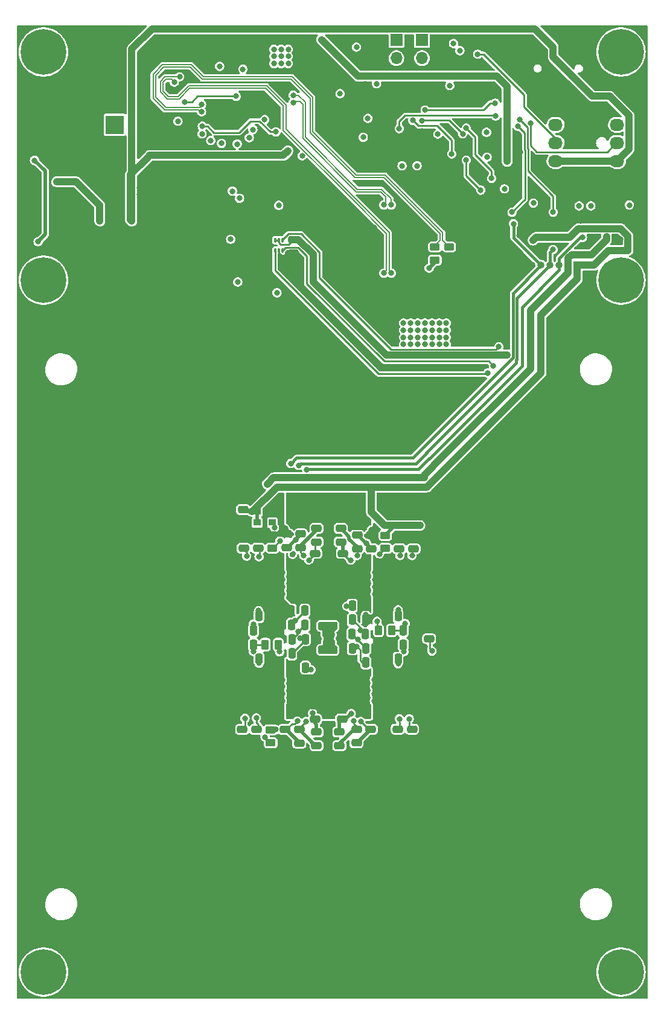
<source format=gbl>
G04 #@! TF.GenerationSoftware,KiCad,Pcbnew,7.0.7-7.0.7~ubuntu22.04.1*
G04 #@! TF.CreationDate,2024-03-12T11:13:49+01:00*
G04 #@! TF.ProjectId,qaxe,71617865-2e6b-4696-9361-645f70636258,rev?*
G04 #@! TF.SameCoordinates,Original*
G04 #@! TF.FileFunction,Copper,L4,Bot*
G04 #@! TF.FilePolarity,Positive*
%FSLAX46Y46*%
G04 Gerber Fmt 4.6, Leading zero omitted, Abs format (unit mm)*
G04 Created by KiCad (PCBNEW 7.0.7-7.0.7~ubuntu22.04.1) date 2024-03-12 11:13:49*
%MOMM*%
%LPD*%
G01*
G04 APERTURE LIST*
G04 Aperture macros list*
%AMRoundRect*
0 Rectangle with rounded corners*
0 $1 Rounding radius*
0 $2 $3 $4 $5 $6 $7 $8 $9 X,Y pos of 4 corners*
0 Add a 4 corners polygon primitive as box body*
4,1,4,$2,$3,$4,$5,$6,$7,$8,$9,$2,$3,0*
0 Add four circle primitives for the rounded corners*
1,1,$1+$1,$2,$3*
1,1,$1+$1,$4,$5*
1,1,$1+$1,$6,$7*
1,1,$1+$1,$8,$9*
0 Add four rect primitives between the rounded corners*
20,1,$1+$1,$2,$3,$4,$5,0*
20,1,$1+$1,$4,$5,$6,$7,0*
20,1,$1+$1,$6,$7,$8,$9,0*
20,1,$1+$1,$8,$9,$2,$3,0*%
G04 Aperture macros list end*
G04 #@! TA.AperFunction,ComponentPad*
%ADD10C,0.800000*%
G04 #@! TD*
G04 #@! TA.AperFunction,ComponentPad*
%ADD11C,6.400000*%
G04 #@! TD*
G04 #@! TA.AperFunction,ComponentPad*
%ADD12R,1.700000X1.700000*%
G04 #@! TD*
G04 #@! TA.AperFunction,ComponentPad*
%ADD13O,1.700000X1.700000*%
G04 #@! TD*
G04 #@! TA.AperFunction,ComponentPad*
%ADD14R,1.000000X1.000000*%
G04 #@! TD*
G04 #@! TA.AperFunction,ComponentPad*
%ADD15O,1.000000X1.000000*%
G04 #@! TD*
G04 #@! TA.AperFunction,ComponentPad*
%ADD16R,2.030000X1.730000*%
G04 #@! TD*
G04 #@! TA.AperFunction,ComponentPad*
%ADD17O,2.030000X1.730000*%
G04 #@! TD*
G04 #@! TA.AperFunction,ComponentPad*
%ADD18R,2.600000X2.600000*%
G04 #@! TD*
G04 #@! TA.AperFunction,ComponentPad*
%ADD19C,2.600000*%
G04 #@! TD*
G04 #@! TA.AperFunction,ComponentPad*
%ADD20C,0.500000*%
G04 #@! TD*
G04 #@! TA.AperFunction,SMDPad,CuDef*
%ADD21R,2.500000X2.500000*%
G04 #@! TD*
G04 #@! TA.AperFunction,ComponentPad*
%ADD22O,1.000000X2.100000*%
G04 #@! TD*
G04 #@! TA.AperFunction,ComponentPad*
%ADD23O,1.000000X1.800000*%
G04 #@! TD*
G04 #@! TA.AperFunction,SMDPad,CuDef*
%ADD24RoundRect,0.250000X0.250000X0.475000X-0.250000X0.475000X-0.250000X-0.475000X0.250000X-0.475000X0*%
G04 #@! TD*
G04 #@! TA.AperFunction,SMDPad,CuDef*
%ADD25RoundRect,0.250000X0.475000X-0.250000X0.475000X0.250000X-0.475000X0.250000X-0.475000X-0.250000X0*%
G04 #@! TD*
G04 #@! TA.AperFunction,SMDPad,CuDef*
%ADD26RoundRect,0.250000X-0.475000X0.250000X-0.475000X-0.250000X0.475000X-0.250000X0.475000X0.250000X0*%
G04 #@! TD*
G04 #@! TA.AperFunction,SMDPad,CuDef*
%ADD27RoundRect,0.250000X0.262500X0.450000X-0.262500X0.450000X-0.262500X-0.450000X0.262500X-0.450000X0*%
G04 #@! TD*
G04 #@! TA.AperFunction,SMDPad,CuDef*
%ADD28RoundRect,0.250000X-0.262500X-0.450000X0.262500X-0.450000X0.262500X0.450000X-0.262500X0.450000X0*%
G04 #@! TD*
G04 #@! TA.AperFunction,SMDPad,CuDef*
%ADD29RoundRect,0.250000X-0.250000X-0.475000X0.250000X-0.475000X0.250000X0.475000X-0.250000X0.475000X0*%
G04 #@! TD*
G04 #@! TA.AperFunction,SMDPad,CuDef*
%ADD30RoundRect,0.250000X-0.450000X0.262500X-0.450000X-0.262500X0.450000X-0.262500X0.450000X0.262500X0*%
G04 #@! TD*
G04 #@! TA.AperFunction,SMDPad,CuDef*
%ADD31R,1.000000X0.900000*%
G04 #@! TD*
G04 #@! TA.AperFunction,SMDPad,CuDef*
%ADD32RoundRect,0.250000X1.100000X-0.325000X1.100000X0.325000X-1.100000X0.325000X-1.100000X-0.325000X0*%
G04 #@! TD*
G04 #@! TA.AperFunction,SMDPad,CuDef*
%ADD33RoundRect,0.250000X0.450000X-0.262500X0.450000X0.262500X-0.450000X0.262500X-0.450000X-0.262500X0*%
G04 #@! TD*
G04 #@! TA.AperFunction,SMDPad,CuDef*
%ADD34RoundRect,0.250000X-1.100000X0.325000X-1.100000X-0.325000X1.100000X-0.325000X1.100000X0.325000X0*%
G04 #@! TD*
G04 #@! TA.AperFunction,SMDPad,CuDef*
%ADD35RoundRect,0.050000X0.100000X-0.285000X0.100000X0.285000X-0.100000X0.285000X-0.100000X-0.285000X0*%
G04 #@! TD*
G04 #@! TA.AperFunction,ViaPad*
%ADD36C,0.800000*%
G04 #@! TD*
G04 #@! TA.AperFunction,Conductor*
%ADD37C,0.254000*%
G04 #@! TD*
G04 #@! TA.AperFunction,Conductor*
%ADD38C,0.508000*%
G04 #@! TD*
G04 #@! TA.AperFunction,Conductor*
%ADD39C,0.400000*%
G04 #@! TD*
G04 #@! TA.AperFunction,Conductor*
%ADD40C,1.000000*%
G04 #@! TD*
G04 #@! TA.AperFunction,Conductor*
%ADD41C,0.200000*%
G04 #@! TD*
G04 APERTURE END LIST*
D10*
X52600000Y-43000000D03*
X53302944Y-41302944D03*
X53302944Y-44697056D03*
X55000000Y-40600000D03*
D11*
X55000000Y-43000000D03*
D10*
X55000000Y-45400000D03*
X56697056Y-41302944D03*
X56697056Y-44697056D03*
X57400000Y-43000000D03*
D12*
X108100000Y-41325000D03*
D13*
X108100000Y-43865000D03*
D14*
X129875000Y-72900000D03*
D15*
X128605000Y-72900000D03*
X127335000Y-72900000D03*
X126065000Y-72900000D03*
X124795000Y-72900000D03*
X123525000Y-72900000D03*
D16*
X135463000Y-60820000D03*
D17*
X135463000Y-58280000D03*
X135463000Y-55740000D03*
X135463000Y-53200000D03*
D12*
X104500000Y-41325000D03*
D13*
X104500000Y-43865000D03*
D10*
X133600000Y-43000000D03*
X134302944Y-41302944D03*
X134302944Y-44697056D03*
X136000000Y-40600000D03*
D11*
X136000000Y-43000000D03*
D10*
X136000000Y-45400000D03*
X137697056Y-41302944D03*
X137697056Y-44697056D03*
X138400000Y-43000000D03*
X133600000Y-172000000D03*
X134302944Y-170302944D03*
X134302944Y-173697056D03*
X136000000Y-169600000D03*
D11*
X136000000Y-172000000D03*
D10*
X136000000Y-174400000D03*
X137697056Y-170302944D03*
X137697056Y-173697056D03*
X138400000Y-172000000D03*
X52600000Y-75000000D03*
X53302944Y-73302944D03*
X53302944Y-76697056D03*
X55000000Y-72600000D03*
D11*
X55000000Y-75000000D03*
D10*
X55000000Y-77400000D03*
X56697056Y-73302944D03*
X56697056Y-76697056D03*
X57400000Y-75000000D03*
D16*
X126827000Y-60820000D03*
D17*
X126827000Y-58280000D03*
X126827000Y-55740000D03*
X126827000Y-53200000D03*
D10*
X133600000Y-75000000D03*
X134302944Y-73302944D03*
X134302944Y-76697056D03*
X136000000Y-72600000D03*
D11*
X136000000Y-75000000D03*
D10*
X136000000Y-77400000D03*
X137697056Y-73302944D03*
X137697056Y-76697056D03*
X138400000Y-75000000D03*
D18*
X65000000Y-53200000D03*
D19*
X65000000Y-47200000D03*
X60300000Y-50200000D03*
D20*
X81707500Y-51505000D03*
X80707500Y-51505000D03*
X79707500Y-51505000D03*
X81707500Y-52505000D03*
X80707500Y-52505000D03*
D21*
X80707500Y-52505000D03*
D20*
X79707500Y-52505000D03*
X81707500Y-53505000D03*
X80707500Y-53505000D03*
X79707500Y-53505000D03*
D22*
X131520000Y-45805000D03*
D23*
X131520000Y-41625000D03*
D22*
X122880000Y-45805000D03*
D23*
X122880000Y-41625000D03*
D10*
X52600000Y-172000000D03*
X53302944Y-170302944D03*
X53302944Y-173697056D03*
X55000000Y-169600000D03*
D11*
X55000000Y-172000000D03*
D10*
X55000000Y-174400000D03*
X56697056Y-170302944D03*
X56697056Y-173697056D03*
X57400000Y-172000000D03*
D24*
X91760000Y-129310000D03*
X89860000Y-129310000D03*
X106650000Y-128100000D03*
X104750000Y-128100000D03*
D25*
X101000000Y-112650000D03*
X101000000Y-110750000D03*
X96500000Y-140250000D03*
X96500000Y-138350000D03*
D26*
X93300000Y-138350000D03*
X93300000Y-140250000D03*
D24*
X91650000Y-121325000D03*
X89750000Y-121325000D03*
D26*
X90043000Y-69281000D03*
X90043000Y-71181000D03*
X104900000Y-110750000D03*
X104900000Y-112650000D03*
D27*
X87925000Y-126100000D03*
X86100000Y-126100000D03*
D24*
X90000000Y-133270000D03*
X88100000Y-133270000D03*
D26*
X88875000Y-138000000D03*
X88875000Y-139900000D03*
D25*
X83100000Y-112575000D03*
X83100000Y-110675000D03*
D28*
X101987500Y-124100000D03*
X103812500Y-124100000D03*
D29*
X105450000Y-126100000D03*
X107350000Y-126100000D03*
X99920000Y-116670000D03*
X101820000Y-116670000D03*
X99950000Y-134600000D03*
X101850000Y-134600000D03*
X100000000Y-130600000D03*
X101900000Y-130600000D03*
X99920000Y-118670000D03*
X101820000Y-118670000D03*
D24*
X84450000Y-124100000D03*
X82550000Y-124100000D03*
D26*
X93100000Y-134650000D03*
X93100000Y-136550000D03*
D25*
X100900000Y-139875000D03*
X100900000Y-137975000D03*
X104700000Y-139850000D03*
X104700000Y-137950000D03*
X109100000Y-125300000D03*
X109100000Y-123400000D03*
D24*
X91700000Y-123325000D03*
X89800000Y-123325000D03*
D30*
X86875000Y-138037500D03*
X86875000Y-139862500D03*
D29*
X83300000Y-122100000D03*
X85200000Y-122100000D03*
D25*
X98900000Y-139875000D03*
X98900000Y-137975000D03*
D29*
X83350000Y-128100000D03*
X85250000Y-128100000D03*
D24*
X91750000Y-127325000D03*
X89850000Y-127325000D03*
D26*
X93300000Y-109800000D03*
X93300000Y-111700000D03*
D29*
X98310000Y-122610000D03*
X100210000Y-122610000D03*
D24*
X89950000Y-119300000D03*
X88050000Y-119300000D03*
X90000000Y-117300000D03*
X88100000Y-117300000D03*
D25*
X96900000Y-136550000D03*
X96900000Y-134650000D03*
D26*
X83000000Y-107175000D03*
X83000000Y-109075000D03*
D25*
X106900000Y-112650000D03*
X106900000Y-110750000D03*
D29*
X98310000Y-120630000D03*
X100210000Y-120630000D03*
D26*
X91100000Y-110575000D03*
X91100000Y-112475000D03*
D29*
X98310000Y-128610000D03*
X100210000Y-128610000D03*
D25*
X98990000Y-112650000D03*
X98990000Y-110750000D03*
D31*
X84975000Y-107425000D03*
X87125000Y-107425000D03*
X87125000Y-108975000D03*
X84975000Y-108975000D03*
D29*
X99920000Y-114670000D03*
X101820000Y-114670000D03*
X100000000Y-132600000D03*
X101900000Y-132600000D03*
D24*
X106650000Y-122100000D03*
X104750000Y-122100000D03*
D32*
X94900000Y-129775000D03*
X94900000Y-126825000D03*
D33*
X111900000Y-72162500D03*
X111900000Y-70337500D03*
X102930000Y-112612500D03*
X102930000Y-110787500D03*
D25*
X84875000Y-139900000D03*
X84875000Y-138000000D03*
D26*
X82875000Y-138000000D03*
X82875000Y-139900000D03*
D24*
X91750000Y-125325000D03*
X89850000Y-125325000D03*
D33*
X109900000Y-72162500D03*
X109900000Y-70337500D03*
D24*
X90000000Y-131270000D03*
X88100000Y-131270000D03*
D34*
X94900000Y-120525000D03*
X94900000Y-123475000D03*
D35*
X88500000Y-70844000D03*
X88000000Y-70844000D03*
X87500000Y-70844000D03*
X87500000Y-69364000D03*
X88000000Y-69364000D03*
X88500000Y-69364000D03*
D24*
X90000000Y-135270000D03*
X88100000Y-135270000D03*
X89950000Y-115300000D03*
X88050000Y-115300000D03*
D26*
X106700000Y-137950000D03*
X106700000Y-139850000D03*
D30*
X87100000Y-110725000D03*
X87100000Y-112550000D03*
D26*
X89100000Y-110575000D03*
X89100000Y-112475000D03*
X90875000Y-138000000D03*
X90875000Y-139900000D03*
D29*
X98310000Y-126610000D03*
X100210000Y-126610000D03*
D25*
X97000000Y-115200000D03*
X97000000Y-113300000D03*
D26*
X85100000Y-110675000D03*
X85100000Y-112575000D03*
D29*
X105450000Y-124100000D03*
X107350000Y-124100000D03*
D26*
X93100000Y-113300000D03*
X93100000Y-115200000D03*
D25*
X96700000Y-111700000D03*
X96700000Y-109800000D03*
D29*
X98260000Y-124610000D03*
X100160000Y-124610000D03*
D24*
X84450000Y-126100000D03*
X82550000Y-126100000D03*
D36*
X83000000Y-109900000D03*
X84750000Y-62000000D03*
X87820600Y-107496163D03*
X107300000Y-60250000D03*
X69500000Y-62000000D03*
X72500000Y-63000000D03*
X68500000Y-62000000D03*
X83750000Y-79000000D03*
X103500000Y-119000000D03*
X131200000Y-50000000D03*
X101500000Y-77100000D03*
X110363000Y-45085000D03*
X116500000Y-78000000D03*
X88500000Y-133000000D03*
X84225000Y-139900000D03*
X88500000Y-131000000D03*
X104500000Y-119000000D03*
X103251000Y-48260000D03*
X73500000Y-63000000D03*
X100800000Y-140825000D03*
X85500000Y-131000000D03*
X116500000Y-74000000D03*
X116500000Y-72000000D03*
X110300000Y-61250000D03*
X70500000Y-63000000D03*
X100210000Y-121906900D03*
X101500000Y-117000000D03*
X85750000Y-61000000D03*
X70750000Y-78125000D03*
X138400000Y-49500000D03*
X116500000Y-65000000D03*
X94500000Y-124700000D03*
X84100000Y-110950000D03*
X101400000Y-132000000D03*
X102500000Y-118000000D03*
X101400000Y-134000000D03*
X135926315Y-64256089D03*
X101400000Y-131000000D03*
X115500000Y-79000000D03*
X116500000Y-69000000D03*
X88500000Y-118000000D03*
X115500000Y-71000000D03*
X86750000Y-61000000D03*
X108493168Y-126340990D03*
X67750000Y-78125000D03*
X54150000Y-64290000D03*
X109300000Y-61250000D03*
X86500000Y-134000000D03*
X115500000Y-68000000D03*
X74750000Y-78125000D03*
X86500000Y-131000000D03*
X80982221Y-58922537D03*
X132462854Y-69111393D03*
X115500000Y-64000000D03*
X67750000Y-77125000D03*
X104240171Y-131071787D03*
X115500000Y-69000000D03*
X100500000Y-70500000D03*
X108900000Y-48800000D03*
X116500000Y-70000000D03*
X82750000Y-61000000D03*
X118022800Y-55524400D03*
X84750000Y-61000000D03*
X102500000Y-116000000D03*
X95583000Y-45667000D03*
X69750000Y-78125000D03*
X123200000Y-50000000D03*
X115500000Y-78000000D03*
X98806000Y-51181000D03*
X87750000Y-62000000D03*
X101500000Y-116000000D03*
X101500000Y-68500000D03*
X71750000Y-78125000D03*
X57250000Y-54190000D03*
X102902589Y-51797740D03*
X82750000Y-79000000D03*
X92945104Y-46232600D03*
X84750000Y-79000000D03*
X121716800Y-68732400D03*
X102400000Y-131000000D03*
X107370000Y-127420000D03*
X102400000Y-134000000D03*
X101400000Y-133000000D03*
X115500000Y-76000000D03*
X73750000Y-78125000D03*
X101500000Y-118000000D03*
X85750000Y-62000000D03*
X116500000Y-68000000D03*
X82750000Y-78000000D03*
X99900000Y-58900000D03*
X87500000Y-117000000D03*
X101500000Y-79100000D03*
X66750000Y-77125000D03*
X97000000Y-52300000D03*
X112800000Y-73300000D03*
X89940000Y-113440000D03*
X87500000Y-133000000D03*
X101000000Y-110000000D03*
X108300000Y-61250000D03*
X101500000Y-119000000D03*
X89175000Y-140700000D03*
X72750000Y-77125000D03*
X104240171Y-134065500D03*
X115500000Y-67000000D03*
X102400000Y-133000000D03*
X87750000Y-79000000D03*
X87500000Y-134000000D03*
X121894600Y-66548000D03*
X74750000Y-77125000D03*
X106863165Y-123520505D03*
X100500000Y-72500000D03*
X132901315Y-64301089D03*
X116500000Y-79000000D03*
X88500000Y-134000000D03*
X84750000Y-78000000D03*
X86750000Y-62000000D03*
X100500000Y-68500000D03*
X70500000Y-62000000D03*
X130326315Y-66676089D03*
X72750000Y-78125000D03*
X115951000Y-87249000D03*
X111300000Y-60250000D03*
X68750000Y-77125000D03*
X111300000Y-61250000D03*
X85500000Y-119000000D03*
X125526800Y-64211200D03*
X68750000Y-78125000D03*
X86500000Y-119000000D03*
X71500000Y-63000000D03*
X115500000Y-66000000D03*
X101500000Y-70500000D03*
X83750000Y-78000000D03*
X68500000Y-63000000D03*
X95600000Y-51600000D03*
X115500000Y-75000000D03*
X88500000Y-116000000D03*
X88500000Y-119000000D03*
X87500000Y-132000000D03*
X73750000Y-77125000D03*
X82750000Y-62000000D03*
X100500000Y-71500000D03*
X107350000Y-125100000D03*
X72500000Y-62000000D03*
X88500000Y-117000000D03*
X101500000Y-78100000D03*
X74500000Y-63000000D03*
X74500000Y-62000000D03*
X85500000Y-134000000D03*
X69500000Y-63000000D03*
X83277592Y-126827592D03*
X85750000Y-79000000D03*
X116500000Y-67000000D03*
X65750000Y-77125000D03*
X100500000Y-67500000D03*
X94591609Y-125669812D03*
X87750000Y-61000000D03*
X111300000Y-57700000D03*
X101500000Y-69500000D03*
X121868392Y-56997600D03*
X116500000Y-66000000D03*
X121000000Y-63056089D03*
X103500000Y-116000000D03*
X118097600Y-48235529D03*
X88500000Y-132000000D03*
X109300000Y-60250000D03*
X72500000Y-48100000D03*
X101378999Y-67621001D03*
X87500000Y-131000000D03*
X116500000Y-71000000D03*
X87750000Y-78000000D03*
X125399800Y-66852800D03*
X115500000Y-70000000D03*
X88920600Y-109815430D03*
X86750000Y-78000000D03*
X70750000Y-77125000D03*
X85750000Y-78000000D03*
X102500000Y-119000000D03*
X71750000Y-77125000D03*
X101500000Y-72500000D03*
X102400000Y-132000000D03*
X100500000Y-77100000D03*
X103400000Y-134000000D03*
X82550000Y-122850000D03*
X101500000Y-71500000D03*
X116500000Y-77000000D03*
X82550000Y-125050000D03*
X115500000Y-73000000D03*
X116500000Y-64000000D03*
X87500000Y-116000000D03*
X106109038Y-110879281D03*
X85500000Y-116000000D03*
X95500000Y-124700000D03*
X112800000Y-45142500D03*
X135900000Y-69200000D03*
X104500000Y-116000000D03*
X100500000Y-69500000D03*
X108095637Y-54033093D03*
X110300000Y-60250000D03*
X66750000Y-78125000D03*
X116500000Y-73000000D03*
X115500000Y-74000000D03*
X108300000Y-60250000D03*
X103400000Y-131000000D03*
X83750000Y-61000000D03*
X71500000Y-62000000D03*
X109300000Y-122399998D03*
X65750000Y-78125000D03*
X115500000Y-77000000D03*
X118186200Y-58953400D03*
X73500000Y-62000000D03*
X83750000Y-62000000D03*
X115500000Y-72000000D03*
X86500000Y-116000000D03*
X100100000Y-47432800D03*
X105750000Y-139850000D03*
X116500000Y-75000000D03*
X115500000Y-65000000D03*
X69750000Y-77125000D03*
X53875000Y-61090000D03*
X102500000Y-117000000D03*
X86750000Y-79000000D03*
X87500000Y-118000000D03*
X87500000Y-119000000D03*
X116500000Y-76000000D03*
X95500000Y-125700000D03*
X107300000Y-61250000D03*
X100500000Y-79100000D03*
X119989600Y-60553600D03*
X100500000Y-78100000D03*
X83500000Y-113700000D03*
X107800000Y-109400000D03*
X86075000Y-139050000D03*
X105747744Y-123147606D03*
X105577063Y-127068184D03*
X123672600Y-69376089D03*
X84200000Y-107400000D03*
X106300000Y-136500000D03*
X83270000Y-136430000D03*
X136989404Y-70819178D03*
X84430792Y-127060158D03*
X106700000Y-113600000D03*
X128826315Y-68976085D03*
X84462168Y-123211447D03*
X99500000Y-118000000D03*
X91500000Y-116000000D03*
X105500000Y-84000000D03*
X92500000Y-116000000D03*
X97500000Y-134000000D03*
X108500000Y-83000000D03*
X92500000Y-119000000D03*
X106500000Y-83000000D03*
X90500000Y-131000000D03*
X91500000Y-117000000D03*
X108500000Y-82000000D03*
X98500000Y-134000000D03*
X90500000Y-119000000D03*
X111500000Y-81000000D03*
X90500000Y-116000000D03*
X99500000Y-117000000D03*
X91500000Y-119000000D03*
X90500000Y-117000000D03*
X90500000Y-134000000D03*
X92822409Y-127742409D03*
X97500000Y-131000000D03*
X111500000Y-83000000D03*
X90500000Y-118000000D03*
X110500000Y-81000000D03*
X99500000Y-119000000D03*
X107500000Y-81000000D03*
X91500000Y-132000000D03*
X92500000Y-134000000D03*
X99500000Y-132000000D03*
X97500000Y-116000000D03*
X91500000Y-133000000D03*
X92492614Y-131021114D03*
X110500000Y-82000000D03*
X92500000Y-132000000D03*
X107500000Y-82000000D03*
X105500000Y-81000000D03*
X99500000Y-134000000D03*
X110500000Y-83000000D03*
X98500000Y-119000000D03*
X99500000Y-116000000D03*
X90500000Y-132000000D03*
X109500000Y-82000000D03*
X98002966Y-129459688D03*
X105500000Y-82000000D03*
X98500000Y-118000000D03*
X92500000Y-117000000D03*
X97500000Y-133000000D03*
X98500000Y-131000000D03*
X91500000Y-134000000D03*
X98500000Y-132000000D03*
X109100000Y-73300000D03*
X109500000Y-83000000D03*
X107500000Y-83000000D03*
X98500000Y-117000000D03*
X97500000Y-119000000D03*
X106500000Y-81000000D03*
X91500000Y-131000000D03*
X110500000Y-84000000D03*
X91500000Y-118000000D03*
X107500000Y-84000000D03*
X90500000Y-133000000D03*
X99500000Y-133000000D03*
X97500000Y-132000000D03*
X98500000Y-116000000D03*
X108500000Y-84000000D03*
X97500000Y-117000000D03*
X105500000Y-83000000D03*
X108500000Y-81000000D03*
X106500000Y-84000000D03*
X97500000Y-118000000D03*
X98500000Y-133000000D03*
X99500000Y-131000000D03*
X106500000Y-82000000D03*
X111500000Y-82000000D03*
X109500000Y-84000000D03*
X92500000Y-118000000D03*
X111500000Y-84000000D03*
X109500000Y-81000000D03*
X92500000Y-133000000D03*
X82250000Y-75250000D03*
X77242408Y-54468969D03*
X120040400Y-58328800D03*
X120040400Y-54503000D03*
X94000000Y-41238000D03*
X105000000Y-113600000D03*
X85232223Y-113767777D03*
X108400000Y-102700000D03*
X104750000Y-128780000D03*
X85250000Y-128700000D03*
X86400000Y-103599986D03*
X104750000Y-121220000D03*
X84849875Y-136380125D03*
X104918635Y-136500311D03*
X133956879Y-68902402D03*
X85178448Y-121323878D03*
X89700000Y-100700000D03*
X120929400Y-67081400D03*
X90800000Y-100952400D03*
X126466600Y-70688200D03*
X91900000Y-101547600D03*
X130600000Y-69000000D03*
X87400000Y-109660600D03*
X88180000Y-111531410D03*
X54250000Y-69590000D03*
X53750000Y-58190000D03*
X90369998Y-111380002D03*
X99500000Y-136875000D03*
X91500000Y-113600000D03*
X98500000Y-136800000D03*
X92246326Y-114243141D03*
X98160468Y-135755085D03*
X92540000Y-129620000D03*
X90985412Y-125188552D03*
X97540000Y-120710000D03*
X98960000Y-126354882D03*
X90694079Y-124281802D03*
X105300000Y-58949500D03*
X110318600Y-54505317D03*
X100500000Y-52302000D03*
X88333000Y-43617000D03*
X88333000Y-44617000D03*
X120015000Y-85471000D03*
X99850000Y-54950000D03*
X123723400Y-64176089D03*
X89333000Y-42617000D03*
X91296287Y-57547213D03*
X111987500Y-47700000D03*
X112512500Y-41800000D03*
X109500003Y-126999997D03*
X107400000Y-58949500D03*
X96600000Y-48836000D03*
X87333000Y-43617000D03*
X137176315Y-64456089D03*
X87333000Y-42617000D03*
X131776315Y-64576089D03*
X89333000Y-43617000D03*
X113400000Y-42800000D03*
X89333000Y-44617000D03*
X98900000Y-42300000D03*
X117221000Y-57734200D03*
X117144800Y-54254400D03*
X87333000Y-44617000D03*
X130126315Y-64576089D03*
X119655569Y-62185777D03*
X101718000Y-47432800D03*
X88333000Y-42617000D03*
X99148638Y-125336741D03*
X90277581Y-122761718D03*
X99490000Y-124051790D03*
X98100000Y-114250000D03*
X98990229Y-113600000D03*
X100310000Y-111880000D03*
X67399998Y-66700000D03*
X62900000Y-66700000D03*
X56850000Y-61190000D03*
X133200000Y-49200000D03*
X89290600Y-56850000D03*
X69535000Y-57865000D03*
X84370000Y-53870000D03*
X88000000Y-64500000D03*
X83870000Y-55005000D03*
X81500000Y-62500000D03*
X82170000Y-55903100D03*
X82500000Y-63500000D03*
X77175000Y-51375000D03*
X77175000Y-50350000D03*
X78470000Y-55405000D03*
X81250000Y-69250000D03*
X90011041Y-49050267D03*
X103782500Y-64441447D03*
X79970000Y-55805000D03*
X87750000Y-76750000D03*
X102732500Y-64441447D03*
X90011041Y-50100267D03*
X102750000Y-73999984D03*
X74094292Y-46474361D03*
X82021746Y-49204474D03*
X74830000Y-49980000D03*
X103795000Y-74000000D03*
X73351828Y-47216825D03*
X88114200Y-127097508D03*
X101779550Y-122833698D03*
X102118241Y-113394259D03*
X87598100Y-138018336D03*
X92740000Y-135701900D03*
X91798100Y-136875000D03*
X90610698Y-136830960D03*
X115900000Y-43299998D03*
X118415872Y-51977400D03*
X104902000Y-53721000D03*
X123317000Y-53000000D03*
X117300000Y-88011000D03*
X116332000Y-62357000D03*
X114300000Y-58166000D03*
X118110000Y-86995000D03*
X118872000Y-84328000D03*
X108532604Y-51136600D03*
X118364000Y-50165000D03*
X87600000Y-54200000D03*
X77286422Y-53401883D03*
X114300000Y-53663800D03*
X117856000Y-60706000D03*
X121793000Y-52495400D03*
X126492000Y-65452989D03*
X120726200Y-65452989D03*
X121556211Y-53417898D03*
X106807000Y-52578000D03*
X112268000Y-57277000D03*
X108083364Y-52622371D03*
X113805441Y-54477729D03*
X79718100Y-45000000D03*
X73865841Y-52700841D03*
X86021942Y-52461058D03*
X82970000Y-45405000D03*
D37*
X100240000Y-122593690D02*
X100233001Y-122586691D01*
D38*
X88950000Y-110725000D02*
X87100000Y-110725000D01*
X106900000Y-110750000D02*
X104900000Y-110750000D01*
X106863165Y-123613165D02*
X106863165Y-123520505D01*
X89100000Y-110575000D02*
X88950000Y-110725000D01*
X107350000Y-124100000D02*
X107350000Y-126100000D01*
D37*
X109200000Y-123350000D02*
X109200000Y-122500000D01*
D38*
X82550000Y-126100000D02*
X83277592Y-126827592D01*
D37*
X88433158Y-71628000D02*
X89596000Y-71628000D01*
X109300000Y-122400000D02*
X109300000Y-122399998D01*
D38*
X89100000Y-109994830D02*
X88920600Y-109815430D01*
X107350000Y-124100000D02*
X106863165Y-123613165D01*
X83350000Y-126900000D02*
X83277592Y-126827592D01*
X89075000Y-139900000D02*
X89075000Y-140600000D01*
D39*
X89750000Y-121325000D02*
X89750000Y-121000000D01*
D37*
X100900000Y-140725000D02*
X100800000Y-140825000D01*
D38*
X82550000Y-124100000D02*
X82550000Y-122850000D01*
X87125000Y-107500000D02*
X87816763Y-107500000D01*
X89075000Y-140600000D02*
X89175000Y-140700000D01*
X83000000Y-109300000D02*
X83000000Y-110750000D01*
X82550000Y-122850000D02*
X83300000Y-122100000D01*
D37*
X88000000Y-70844000D02*
X88000000Y-71194842D01*
D38*
X85150000Y-110725000D02*
X85100000Y-110675000D01*
D37*
X89596000Y-71628000D02*
X90043000Y-71181000D01*
D38*
X107350000Y-127400000D02*
X107370000Y-127420000D01*
X83000000Y-110750000D02*
X83200000Y-110950000D01*
X106650000Y-128100000D02*
X107330000Y-127420000D01*
D39*
X89750000Y-121000000D02*
X88050000Y-119300000D01*
D38*
X87816763Y-107500000D02*
X87820600Y-107496163D01*
X89100000Y-110750000D02*
X89100000Y-109994830D01*
X101000000Y-110750000D02*
X101000000Y-110000000D01*
X82550000Y-126100000D02*
X82550000Y-124100000D01*
D37*
X88000000Y-71194842D02*
X88433158Y-71628000D01*
D38*
X107350000Y-126100000D02*
X107350000Y-127400000D01*
D40*
X90043000Y-71181000D02*
X90043000Y-74930000D01*
X102362000Y-87249000D02*
X115951000Y-87249000D01*
D37*
X89750000Y-121774380D02*
X89744931Y-121769311D01*
D38*
X106650000Y-122100000D02*
X106650000Y-123307340D01*
X83175000Y-139900000D02*
X85175000Y-139900000D01*
X83350000Y-128100000D02*
X83350000Y-126900000D01*
X85300000Y-110950000D02*
X83200000Y-110950000D01*
X107330000Y-127420000D02*
X107370000Y-127420000D01*
X87100000Y-110725000D02*
X85150000Y-110725000D01*
D37*
X109200000Y-122500000D02*
X109300000Y-122400000D01*
D38*
X111900000Y-72400000D02*
X112800000Y-73300000D01*
D40*
X90043000Y-74930000D02*
X102362000Y-87249000D01*
D37*
X100900000Y-139875000D02*
X100900000Y-140725000D01*
D38*
X111900000Y-72162500D02*
X111900000Y-72400000D01*
X106650000Y-123307340D02*
X106863165Y-123520505D01*
X104700000Y-139850000D02*
X106700000Y-139850000D01*
D40*
X134274980Y-70819178D02*
X132194158Y-72900000D01*
X124072604Y-68976085D02*
X123672600Y-69376089D01*
X101000000Y-104000000D02*
X87729740Y-104000000D01*
X129875000Y-72900000D02*
X129875000Y-74825000D01*
X128826315Y-68976085D02*
X124072604Y-68976085D01*
D37*
X83175000Y-138000000D02*
X83245000Y-137930000D01*
X105450000Y-126941121D02*
X105577063Y-127068184D01*
D40*
X111800000Y-101000000D02*
X124800000Y-88000000D01*
D37*
X83500000Y-113150000D02*
X83200000Y-112850000D01*
X83500000Y-113700000D02*
X83500000Y-113150000D01*
D40*
X132194158Y-72900000D02*
X129875000Y-72900000D01*
D37*
X106700000Y-112850000D02*
X106900000Y-112650000D01*
X84450000Y-124100000D02*
X84450000Y-123223615D01*
X84450000Y-127040950D02*
X84430792Y-127060158D01*
D40*
X136989404Y-70819178D02*
X136989404Y-68801085D01*
D37*
X106300000Y-137000000D02*
X106300000Y-137550000D01*
D40*
X101000000Y-104000000D02*
X101000000Y-107523193D01*
X124800000Y-79900000D02*
X129875000Y-74825000D01*
X87729740Y-104000000D02*
X84329740Y-107400000D01*
D38*
X84875000Y-107400000D02*
X84975000Y-107500000D01*
D40*
X101000000Y-107523193D02*
X102876807Y-109400000D01*
D37*
X83245000Y-137930000D02*
X83245000Y-136980000D01*
X86100000Y-126100000D02*
X84450000Y-126100000D01*
X105450000Y-123445350D02*
X105747744Y-123147606D01*
X83270000Y-136430000D02*
X83270000Y-136955000D01*
X103812500Y-124100000D02*
X105450000Y-124100000D01*
X106300000Y-137550000D02*
X106700000Y-137950000D01*
D40*
X101000000Y-104000000D02*
X108800000Y-104000000D01*
X124800000Y-88000000D02*
X124800000Y-79900000D01*
D38*
X84975000Y-109050000D02*
X84975000Y-107500000D01*
D37*
X105450000Y-126100000D02*
X105450000Y-126941121D01*
X84450000Y-126100000D02*
X84450000Y-127040950D01*
X105450000Y-124100000D02*
X105450000Y-123445350D01*
D40*
X108800000Y-104000000D02*
X111800000Y-101000000D01*
D38*
X102900000Y-110787500D02*
X104287500Y-109400000D01*
D40*
X136989404Y-70819178D02*
X134274980Y-70819178D01*
D37*
X106700000Y-113600000D02*
X106700000Y-112850000D01*
X86875000Y-139850000D02*
X86075000Y-139050000D01*
D38*
X83000000Y-107400000D02*
X84875000Y-107400000D01*
D37*
X84450000Y-123223615D02*
X84462168Y-123211447D01*
D40*
X130052400Y-67750000D02*
X128826315Y-68976085D01*
X84329740Y-107400000D02*
X84200000Y-107400000D01*
X102876807Y-109400000D02*
X104287500Y-109400000D01*
X135938319Y-67750000D02*
X130052400Y-67750000D01*
X136989404Y-68801085D02*
X135938319Y-67750000D01*
D37*
X83270000Y-136955000D02*
X83245000Y-136980000D01*
X86875000Y-139862500D02*
X86875000Y-139850000D01*
D40*
X104287500Y-109400000D02*
X107800000Y-109400000D01*
D37*
X100210000Y-120630000D02*
X100210000Y-119710000D01*
X100210000Y-119710000D02*
X99500000Y-119000000D01*
X92820000Y-127740000D02*
X92822409Y-127742409D01*
D38*
X109900000Y-72162500D02*
X109900000Y-72500000D01*
D37*
X89860000Y-130360000D02*
X90500000Y-131000000D01*
X92165000Y-127740000D02*
X92820000Y-127740000D01*
X91750000Y-127325000D02*
X92165000Y-127740000D01*
X98243600Y-128100000D02*
X98243600Y-129219054D01*
X98243600Y-129219054D02*
X98002966Y-129459688D01*
D38*
X109900000Y-72500000D02*
X109100000Y-73300000D01*
D37*
X89860000Y-129310000D02*
X89860000Y-130360000D01*
D40*
X99130400Y-46380400D02*
X118567200Y-46380400D01*
X94000000Y-41250000D02*
X99130400Y-46380400D01*
X119993297Y-58281697D02*
X120040400Y-58328800D01*
X119993297Y-47806497D02*
X119993297Y-58281697D01*
X118567200Y-46380400D02*
X119993297Y-47806497D01*
D37*
X85250000Y-128100000D02*
X85250000Y-128700000D01*
X105000000Y-113600000D02*
X105000000Y-112750000D01*
X85200000Y-121345430D02*
X85178448Y-121323878D01*
D40*
X133956879Y-68902402D02*
X133956879Y-69343121D01*
X86400000Y-103599986D02*
X87299986Y-102700000D01*
X123353685Y-79246315D02*
X128605000Y-73995000D01*
D37*
X85175000Y-137280250D02*
X84824875Y-136930125D01*
D40*
X123300000Y-79246315D02*
X123353685Y-79246315D01*
X133956879Y-69343121D02*
X131900000Y-71400000D01*
D37*
X85200000Y-122100000D02*
X85200000Y-121345430D01*
X85300000Y-113700000D02*
X85232223Y-113767777D01*
X104750000Y-127800000D02*
X104750000Y-128780000D01*
X85175000Y-138000000D02*
X85175000Y-137280250D01*
X105000000Y-112750000D02*
X104900000Y-112650000D01*
D40*
X108400000Y-102700000D02*
X108400000Y-102300000D01*
X128605000Y-71865200D02*
X128605000Y-72900000D01*
X87299986Y-102700000D02*
X108400000Y-102700000D01*
D37*
X104750000Y-122400000D02*
X104750000Y-121220000D01*
X85300000Y-112850000D02*
X85300000Y-113700000D01*
D40*
X123300000Y-87400000D02*
X123300000Y-79246315D01*
D37*
X84849875Y-136905125D02*
X84824875Y-136930125D01*
D40*
X108400000Y-102300000D02*
X111000000Y-99700000D01*
D37*
X104700000Y-137950000D02*
X104918635Y-137731365D01*
X84849875Y-136380125D02*
X84849875Y-136905125D01*
D40*
X129070200Y-71400000D02*
X128605000Y-71865200D01*
X111000000Y-99700000D02*
X123300000Y-87400000D01*
X131900000Y-71400000D02*
X129070200Y-71400000D01*
X128605000Y-72900000D02*
X128605000Y-73995000D01*
D37*
X104918635Y-137731365D02*
X104918635Y-137000311D01*
D39*
X124795000Y-72900000D02*
X120929400Y-69034400D01*
X120867400Y-85824076D02*
X120867400Y-76827600D01*
X120929400Y-69034400D02*
X120929400Y-67081400D01*
X89700000Y-100700000D02*
X90500000Y-99900000D01*
X90500000Y-99900000D02*
X106791476Y-99900000D01*
X106791476Y-99900000D02*
X109791476Y-96900000D01*
X120867400Y-76827600D02*
X124795000Y-72900000D01*
X109791476Y-96900000D02*
X120867400Y-85824076D01*
X110200000Y-97700000D02*
X121300000Y-86600000D01*
X121300000Y-86172688D02*
X121419800Y-86052888D01*
X107200000Y-100700000D02*
X110200000Y-97700000D01*
X90800000Y-100952400D02*
X91052400Y-100700000D01*
X121419800Y-86052888D02*
X121419800Y-77545200D01*
X91052400Y-100700000D02*
X107200000Y-100700000D01*
X126065000Y-71089800D02*
X126466600Y-70688200D01*
X121300000Y-86600000D02*
X121300000Y-86172688D01*
X126065000Y-72900000D02*
X126065000Y-71089800D01*
X121419800Y-77545200D02*
X126065000Y-72900000D01*
X110600000Y-98500000D02*
X107600000Y-101500000D01*
X122100000Y-87000000D02*
X110600000Y-98500000D01*
X127335000Y-72900000D02*
X127335000Y-71929724D01*
X122100000Y-78800000D02*
X127335000Y-73565000D01*
X107600000Y-101500000D02*
X91947600Y-101500000D01*
X127335000Y-71929724D02*
X130264724Y-69000000D01*
X130264724Y-69000000D02*
X130600000Y-69000000D01*
X122100000Y-78800000D02*
X122100000Y-87000000D01*
X91947600Y-101500000D02*
X91900000Y-101547600D01*
X127335000Y-73565000D02*
X127335000Y-72900000D01*
D37*
X87400000Y-109660600D02*
X87400000Y-109325000D01*
X87400000Y-109325000D02*
X87125000Y-109050000D01*
X87100000Y-112611410D02*
X88180000Y-111531410D01*
X87100000Y-112725000D02*
X87100000Y-112611410D01*
D38*
X55250000Y-68590000D02*
X54250000Y-69590000D01*
X53750000Y-58190000D02*
X55250000Y-59690000D01*
X55250000Y-59690000D02*
X55250000Y-68590000D01*
X91000000Y-110750000D02*
X89100000Y-112650000D01*
D37*
X89100000Y-112650000D02*
X90369998Y-111380002D01*
D38*
X91100000Y-110750000D02*
X91000000Y-110750000D01*
D37*
X100600000Y-137975000D02*
X99500000Y-136875000D01*
X100900000Y-137975000D02*
X100600000Y-137975000D01*
D38*
X99000000Y-139875000D02*
X100900000Y-137975000D01*
X98900000Y-139875000D02*
X99000000Y-139875000D01*
D37*
X91100000Y-112475000D02*
X91100000Y-112226315D01*
D38*
X91100000Y-112475000D02*
X91100000Y-112228290D01*
D37*
X93100000Y-110226315D02*
X93100000Y-109800000D01*
D38*
X93300000Y-110028290D02*
X93300000Y-109800000D01*
D37*
X91100000Y-112226315D02*
X93100000Y-110226315D01*
X91100000Y-112650000D02*
X91100000Y-113200000D01*
X91100000Y-113200000D02*
X91500000Y-113600000D01*
D38*
X91100000Y-112228290D02*
X93300000Y-110028290D01*
D37*
X98500000Y-136800000D02*
X98500000Y-137203290D01*
D38*
X98900000Y-137975000D02*
X98900000Y-138103290D01*
X98900000Y-137603290D02*
X96500000Y-140003290D01*
X96500000Y-140003290D02*
X96500000Y-140250000D01*
D37*
X98500000Y-137203290D02*
X98900000Y-137603290D01*
X92246326Y-114243141D02*
X92246326Y-114153674D01*
X93100000Y-113300000D02*
X93100000Y-111700000D01*
X92246326Y-114153674D02*
X93100000Y-113300000D01*
D38*
X96900000Y-136550000D02*
X97365553Y-136550000D01*
X96500000Y-136950000D02*
X96900000Y-136550000D01*
X96500000Y-138350000D02*
X96500000Y-136950000D01*
X97365553Y-136550000D02*
X98160468Y-135755085D01*
D37*
X92230000Y-129310000D02*
X92540000Y-129620000D01*
X89850000Y-127325000D02*
X91750000Y-125425000D01*
X91760000Y-129310000D02*
X92230000Y-129310000D01*
X91282177Y-125482177D02*
X90988552Y-125188552D01*
X91750000Y-125425000D02*
X91750000Y-125325000D01*
X90988552Y-125188552D02*
X90985412Y-125188552D01*
X98310000Y-120630000D02*
X97620000Y-120630000D01*
X97620000Y-120630000D02*
X97540000Y-120710000D01*
X100240000Y-129126315D02*
X99430600Y-128316915D01*
X99430600Y-126825482D02*
X98960000Y-126354882D01*
X99430600Y-128316915D02*
X99430600Y-126825482D01*
X89850000Y-125325000D02*
X90694079Y-124480921D01*
X90694079Y-124480921D02*
X90694079Y-124281802D01*
X91650881Y-123325000D02*
X90694079Y-124281802D01*
X91700000Y-123325000D02*
X91650881Y-123325000D01*
X109200000Y-126699994D02*
X109500003Y-126999997D01*
D40*
X103055162Y-85488400D02*
X119997600Y-85488400D01*
X90043000Y-69281000D02*
X90744000Y-69281000D01*
X119997600Y-85488400D02*
X120015000Y-85471000D01*
X92837000Y-75270238D02*
X103055162Y-85488400D01*
X92837000Y-71374000D02*
X92837000Y-75270238D01*
D37*
X89345600Y-69978400D02*
X90043000Y-69281000D01*
X88000000Y-69364000D02*
X87500000Y-69364000D01*
X109200000Y-125250000D02*
X109200000Y-126699994D01*
X88000000Y-69714842D02*
X88263558Y-69978400D01*
D40*
X90744000Y-69281000D02*
X92837000Y-71374000D01*
D37*
X88263558Y-69978400D02*
X89345600Y-69978400D01*
X88000000Y-69364000D02*
X88000000Y-69714842D01*
X98986741Y-125336741D02*
X98260000Y-124610000D01*
X98327918Y-124681989D02*
X98188010Y-124681989D01*
X100210000Y-126564071D02*
X98327918Y-124681989D01*
X99148638Y-125336741D02*
X98986741Y-125336741D01*
X100210000Y-126610000D02*
X100210000Y-126564071D01*
X91650000Y-121389299D02*
X90277581Y-122761718D01*
X91650000Y-121325000D02*
X91650000Y-121389299D01*
X100160000Y-124460000D02*
X100160000Y-124610000D01*
X98310000Y-122610000D02*
X100160000Y-124460000D01*
D38*
X97000000Y-113300000D02*
X97000000Y-112000000D01*
X97000000Y-112000000D02*
X96700000Y-111700000D01*
D37*
X97000000Y-113300000D02*
X97000000Y-111700000D01*
X98100000Y-114250000D02*
X97950000Y-114250000D01*
X97950000Y-114250000D02*
X97000000Y-113300000D01*
D38*
X97858600Y-111271890D02*
X97858600Y-110958600D01*
D37*
X99000000Y-112650000D02*
X99000000Y-112223685D01*
X99000000Y-112650000D02*
X99000000Y-113590229D01*
X99000000Y-113590229D02*
X98990229Y-113600000D01*
D38*
X99000000Y-112413290D02*
X97858600Y-111271890D01*
X97858600Y-110958600D02*
X96700000Y-109800000D01*
D37*
X97000000Y-110223685D02*
X97000000Y-109800000D01*
D38*
X99000000Y-112650000D02*
X99000000Y-112413290D01*
X99000000Y-110750000D02*
X99100000Y-110750000D01*
X99100000Y-110750000D02*
X101000000Y-112650000D01*
D37*
X100310000Y-111960000D02*
X100310000Y-111880000D01*
X101000000Y-112650000D02*
X100310000Y-111960000D01*
D40*
X126500000Y-43700000D02*
X132000000Y-49200000D01*
X70250000Y-39750000D02*
X123950000Y-39750000D01*
X137130400Y-56612600D02*
X135463000Y-58280000D01*
X67200000Y-60200000D02*
X67200000Y-66500002D01*
X123950000Y-39750000D02*
X126500000Y-42300000D01*
X67399998Y-42600002D02*
X70250000Y-39750000D01*
X132000000Y-49200000D02*
X133200000Y-49200000D01*
X62900000Y-64500000D02*
X62900000Y-66700000D01*
X69900000Y-57500000D02*
X88640600Y-57500000D01*
X56850000Y-61190000D02*
X59590000Y-61190000D01*
X59590000Y-61190000D02*
X62900000Y-64500000D01*
X126500000Y-42300000D02*
X126500000Y-43700000D01*
X137130400Y-51905400D02*
X137130400Y-56612600D01*
X135463000Y-58300000D02*
X126827000Y-58300000D01*
X133200000Y-49200000D02*
X134425000Y-49200000D01*
X134425000Y-49200000D02*
X137130400Y-51905400D01*
X69535000Y-57865000D02*
X67200000Y-60200000D01*
X88640600Y-57500000D02*
X89290600Y-56850000D01*
X69535000Y-57865000D02*
X69900000Y-57500000D01*
X67200000Y-66500002D02*
X67399998Y-66700000D01*
X135463000Y-58280000D02*
X126827000Y-58280000D01*
X67399998Y-66700000D02*
X67399998Y-42600002D01*
D41*
X111000000Y-68301632D02*
X111000000Y-69400000D01*
X102924968Y-60226600D02*
X111000000Y-68301632D01*
X92750000Y-54151632D02*
X98824968Y-60226600D01*
X111900000Y-70300000D02*
X111900000Y-70337500D01*
X71700000Y-44775000D02*
X75759100Y-44775000D01*
X76749108Y-51100000D02*
X72000000Y-51100000D01*
X72000000Y-51100000D02*
X70375000Y-49475000D01*
X77179108Y-51530000D02*
X76749108Y-51100000D01*
X75759100Y-44775000D02*
X77409100Y-46425000D01*
X89859000Y-46425000D02*
X92750000Y-49316000D01*
X70375000Y-49475000D02*
X70375000Y-46100000D01*
X70375000Y-46100000D02*
X71700000Y-44775000D01*
X77409100Y-46425000D02*
X89859000Y-46425000D01*
X92750000Y-49316000D02*
X92750000Y-54151632D01*
X111000000Y-69400000D02*
X111900000Y-70300000D01*
X98824968Y-60226600D02*
X102924968Y-60226600D01*
X110647600Y-68447600D02*
X110647600Y-69402400D01*
X70727400Y-49329032D02*
X70727400Y-46245968D01*
X89713032Y-46777400D02*
X92397600Y-49461968D01*
X72145968Y-50747600D02*
X70727400Y-49329032D01*
X77179108Y-50480000D02*
X76911508Y-50747600D01*
X70727400Y-46245968D02*
X71845968Y-45127400D01*
X76911508Y-50747600D02*
X72145968Y-50747600D01*
X75613132Y-45127400D02*
X77263132Y-46777400D01*
X102779000Y-60579000D02*
X110647600Y-68447600D01*
X98679000Y-60579000D02*
X102779000Y-60579000D01*
X110647600Y-69402400D02*
X109900000Y-70150000D01*
X71845968Y-45127400D02*
X75613132Y-45127400D01*
X77263132Y-46777400D02*
X89713032Y-46777400D01*
X109900000Y-70150000D02*
X109900000Y-70337500D01*
X92397600Y-54297600D02*
X98679000Y-60579000D01*
X92397600Y-49461968D02*
X92397600Y-54297600D01*
X103782500Y-64441447D02*
X103782500Y-63584132D01*
X99047600Y-62247600D02*
X91752400Y-54952400D01*
X90768467Y-49050267D02*
X90011041Y-49050267D01*
X91752400Y-54952400D02*
X91752400Y-50034200D01*
X102445968Y-62247600D02*
X99047600Y-62247600D01*
X91752400Y-50034200D02*
X90768467Y-49050267D01*
X103782500Y-63584132D02*
X102445968Y-62247600D01*
X103032499Y-63332499D02*
X102300000Y-62600000D01*
X98881800Y-62600000D02*
X91400000Y-55118200D01*
X102300000Y-62600000D02*
X98881800Y-62600000D01*
X91400000Y-55118200D02*
X91400000Y-50318200D01*
X91006800Y-49925000D02*
X90186308Y-49925000D01*
X102732500Y-64441447D02*
X103032499Y-64141448D01*
X103032499Y-64141448D02*
X103032499Y-63332499D01*
X90186308Y-49925000D02*
X90011041Y-50100267D01*
X91400000Y-50318200D02*
X91006800Y-49925000D01*
X102750000Y-73999984D02*
X103124000Y-73625984D01*
X71400000Y-47100000D02*
X72025639Y-46474361D01*
X88646000Y-53975000D02*
X88646000Y-50546000D01*
X74031945Y-49575000D02*
X72375000Y-49575000D01*
X86180000Y-48080000D02*
X75526945Y-48080000D01*
X103124000Y-68443368D02*
X98180632Y-63500000D01*
X75526945Y-48080000D02*
X74031945Y-49575000D01*
X98171000Y-63500000D02*
X88646000Y-53975000D01*
X98180632Y-63500000D02*
X98171000Y-63500000D01*
X71400000Y-48600000D02*
X71400000Y-47100000D01*
X72025639Y-46474361D02*
X74094292Y-46474361D01*
X72375000Y-49575000D02*
X71400000Y-48600000D01*
X88646000Y-50546000D02*
X86180000Y-48080000D01*
X103124000Y-73625984D02*
X103124000Y-68443368D01*
D37*
X82021746Y-49204474D02*
X82018718Y-49201446D01*
X82018718Y-49201446D02*
X76628554Y-49201446D01*
X76628554Y-49201446D02*
X75850000Y-49980000D01*
X75850000Y-49980000D02*
X74830000Y-49980000D01*
D41*
X88998400Y-50400031D02*
X88998400Y-53819400D01*
X73351828Y-47216825D02*
X72961764Y-46826761D01*
X72522600Y-49222600D02*
X73885977Y-49222600D01*
X103476400Y-68297399D02*
X103476400Y-73681400D01*
X103476400Y-73681400D02*
X103795000Y-74000000D01*
X73885977Y-49222600D02*
X75380977Y-47727600D01*
X75380977Y-47727600D02*
X86325969Y-47727600D01*
X71752400Y-47247600D02*
X71752400Y-48452400D01*
X71752400Y-48452400D02*
X72522600Y-49222600D01*
X72173239Y-46826761D02*
X71752400Y-47247600D01*
X86325969Y-47727600D02*
X88998400Y-50400031D01*
X88998400Y-53819400D02*
X103476400Y-68297399D01*
X72961764Y-46826761D02*
X72173239Y-46826761D01*
D37*
X87925000Y-126100000D02*
X87925000Y-126908308D01*
X87925000Y-126908308D02*
X88114200Y-127097508D01*
X101987500Y-124100000D02*
X101779550Y-123892050D01*
X101779550Y-123892050D02*
X101779550Y-122833698D01*
X102900000Y-112612500D02*
X102118241Y-113394259D01*
X87578936Y-138037500D02*
X87598100Y-138018336D01*
X86875000Y-138037500D02*
X87578936Y-138037500D01*
D38*
X93275000Y-137300000D02*
X93075000Y-137100000D01*
X93275000Y-137300000D02*
X93275000Y-138325000D01*
X92740000Y-135701900D02*
X92740000Y-136190000D01*
X92740000Y-136190000D02*
X93100000Y-136550000D01*
X93275000Y-138325000D02*
X93300000Y-138350000D01*
D37*
X91798100Y-136875000D02*
X91075000Y-137598100D01*
X91075000Y-137598100D02*
X91075000Y-138000000D01*
D38*
X93125000Y-140250000D02*
X93300000Y-140250000D01*
X90875000Y-138000000D02*
X93125000Y-140250000D01*
D37*
X89854400Y-137220600D02*
X90221058Y-137220600D01*
D38*
X91075000Y-139900000D02*
X90975000Y-139900000D01*
X90975000Y-139900000D02*
X89075000Y-138000000D01*
D37*
X90221058Y-137220600D02*
X90610698Y-136830960D01*
X89075000Y-138000000D02*
X89854400Y-137220600D01*
X126827000Y-55100000D02*
X122428000Y-50701000D01*
X116699998Y-43299998D02*
X115900000Y-43299998D01*
X122428000Y-49028000D02*
X116699998Y-43299998D01*
X122428000Y-50701000D02*
X122428000Y-49028000D01*
X123317000Y-56117000D02*
X123317000Y-53000000D01*
X118334306Y-51895834D02*
X118415872Y-51977400D01*
X105711166Y-51895834D02*
X118334306Y-51895834D01*
X124200000Y-57000000D02*
X123317000Y-56117000D01*
X104902000Y-53721000D02*
X104902000Y-52705000D01*
X134100000Y-57000000D02*
X124200000Y-57000000D01*
X135463000Y-55637000D02*
X134100000Y-57000000D01*
X104902000Y-52705000D02*
X105711166Y-51895834D01*
X101981000Y-88138000D02*
X117173000Y-88138000D01*
X87500000Y-73657000D02*
X101981000Y-88138000D01*
X87500000Y-70844000D02*
X87500000Y-73657000D01*
X114300000Y-60325000D02*
X116332000Y-62357000D01*
X117173000Y-88138000D02*
X117300000Y-88011000D01*
X114300000Y-58166000D02*
X114300000Y-60325000D01*
X102809736Y-86360000D02*
X117475000Y-86360000D01*
X88500000Y-70844000D02*
X88942400Y-70401600D01*
X88942400Y-70401600D02*
X90737285Y-70401600D01*
X90737285Y-70401600D02*
X91948000Y-71612315D01*
X91948000Y-75498264D02*
X102809736Y-86360000D01*
X91948000Y-71612315D02*
X91948000Y-75498264D01*
X117475000Y-86360000D02*
X118110000Y-86995000D01*
X118491000Y-84709000D02*
X118872000Y-84328000D01*
X88500000Y-69364000D02*
X88500000Y-69350315D01*
X88500000Y-69350315D02*
X89348715Y-68501600D01*
X93726000Y-71076881D02*
X93726000Y-74676000D01*
X91150719Y-68501600D02*
X93726000Y-71076881D01*
X103759000Y-84709000D02*
X118491000Y-84709000D01*
X93726000Y-74676000D02*
X103759000Y-84709000D01*
X89348715Y-68501600D02*
X91150719Y-68501600D01*
X117674998Y-50165000D02*
X116703398Y-51136600D01*
X118364000Y-50165000D02*
X117674998Y-50165000D01*
X116703398Y-51136600D02*
X108532604Y-51136600D01*
X86800000Y-54200000D02*
X85300000Y-52700000D01*
X85300000Y-52700000D02*
X84000000Y-52700000D01*
X84000000Y-52700000D02*
X82400000Y-54300000D01*
X78900000Y-54300000D02*
X78001883Y-53401883D01*
X78001883Y-53401883D02*
X77286422Y-53401883D01*
X82400000Y-54300000D02*
X78900000Y-54300000D01*
X87600000Y-54200000D02*
X86800000Y-54200000D01*
X117856000Y-59690000D02*
X115570000Y-57404000D01*
X115570000Y-57404000D02*
X115570000Y-54933800D01*
X115570000Y-54933800D02*
X114300000Y-53663800D01*
X117856000Y-60706000D02*
X117856000Y-59690000D01*
X122954200Y-56564862D02*
X122903400Y-56514062D01*
X126492000Y-63238000D02*
X122954200Y-59700200D01*
X122903400Y-53605800D02*
X121793000Y-52495400D01*
X122903400Y-56514062D02*
X122903400Y-53605800D01*
X122954200Y-59700200D02*
X122954200Y-56564862D01*
X126492000Y-65430400D02*
X126492000Y-63238000D01*
X122547800Y-63631389D02*
X122547800Y-56733198D01*
X122547800Y-56733198D02*
X122497000Y-56682398D01*
X120726200Y-65452989D02*
X122547800Y-63631389D01*
X122497000Y-56682398D02*
X122497000Y-54358687D01*
X122497000Y-54358687D02*
X121556211Y-53417898D01*
X112268000Y-57277000D02*
X112268000Y-55372000D01*
X112268000Y-55372000D02*
X110236000Y-53340000D01*
X107569000Y-53340000D02*
X106807000Y-52578000D01*
X110236000Y-53340000D02*
X107569000Y-53340000D01*
X108083364Y-52622371D02*
X108127735Y-52578000D01*
X111905712Y-52578000D02*
X113805441Y-54477729D01*
X108127735Y-52578000D02*
X111905712Y-52578000D01*
G04 #@! TA.AperFunction,Conductor*
G36*
X96244999Y-127171830D02*
G01*
X96237181Y-127215164D01*
X96223472Y-127251919D01*
X96206555Y-127282899D01*
X96185703Y-127310752D01*
X96160750Y-127335704D01*
X96132896Y-127356556D01*
X96101920Y-127373471D01*
X96065167Y-127387180D01*
X96021831Y-127394999D01*
X93778165Y-127394999D01*
X93734833Y-127387181D01*
X93698082Y-127373474D01*
X93667107Y-127356560D01*
X93639248Y-127335705D01*
X93614293Y-127310751D01*
X93593440Y-127282895D01*
X93576526Y-127251919D01*
X93562818Y-127215166D01*
X93555000Y-127171833D01*
X93555000Y-126500000D01*
X96244999Y-126500000D01*
X96244999Y-127171830D01*
G37*
G04 #@! TD.AperFunction*
G04 #@! TA.AperFunction,Conductor*
G36*
X90187682Y-112978089D02*
G01*
X90199261Y-112991452D01*
X90256948Y-113068512D01*
X90267454Y-113082546D01*
X90364457Y-113155163D01*
X90406327Y-113211097D01*
X90411311Y-113280789D01*
X90392293Y-113324727D01*
X90379982Y-113342615D01*
X90379981Y-113342617D01*
X90352359Y-113406794D01*
X90352358Y-113406797D01*
X90352357Y-113406800D01*
X90333407Y-113477009D01*
X90328152Y-113520280D01*
X90320999Y-113549300D01*
X90297663Y-113610834D01*
X90283771Y-113637304D01*
X90246385Y-113691467D01*
X90226561Y-113713843D01*
X90177303Y-113757481D01*
X90152704Y-113774461D01*
X90094431Y-113805046D01*
X90066480Y-113815647D01*
X90034530Y-113823521D01*
X90002579Y-113831397D01*
X89972905Y-113835000D01*
X89907095Y-113835000D01*
X89877420Y-113831397D01*
X89813520Y-113815647D01*
X89785568Y-113805046D01*
X89727295Y-113774461D01*
X89702699Y-113757484D01*
X89653432Y-113713838D01*
X89633613Y-113691466D01*
X89596225Y-113637300D01*
X89582334Y-113610832D01*
X89558998Y-113549299D01*
X89551844Y-113520275D01*
X89550561Y-113509705D01*
X89543912Y-113454942D01*
X89543912Y-113425061D01*
X89547533Y-113395239D01*
X89546739Y-113347113D01*
X89565315Y-113279760D01*
X89617357Y-113233140D01*
X89657469Y-113221780D01*
X89682483Y-113219091D01*
X89721746Y-113204447D01*
X89817331Y-113168796D01*
X89932546Y-113082546D01*
X90000734Y-112991457D01*
X90056667Y-112949588D01*
X90126359Y-112944604D01*
X90187682Y-112978089D01*
G37*
G04 #@! TD.AperFunction*
G04 #@! TA.AperFunction,Conductor*
G36*
X90596597Y-70798785D02*
G01*
X90617239Y-70815419D01*
X91534181Y-71732361D01*
X91567666Y-71793684D01*
X91570500Y-71820042D01*
X91570500Y-75446251D01*
X91567861Y-75471699D01*
X91565606Y-75482448D01*
X91570023Y-75517880D01*
X91570500Y-75525556D01*
X91570500Y-75529546D01*
X91574362Y-75552692D01*
X91581189Y-75607466D01*
X91583446Y-75615045D01*
X91586017Y-75622534D01*
X91612285Y-75671072D01*
X91636524Y-75720655D01*
X91641110Y-75727078D01*
X91645981Y-75733336D01*
X91686591Y-75770721D01*
X102506025Y-86590155D01*
X102522149Y-86610010D01*
X102528160Y-86619209D01*
X102556336Y-86641139D01*
X102562098Y-86646228D01*
X102564922Y-86649052D01*
X102584030Y-86662695D01*
X102627581Y-86696592D01*
X102627583Y-86696592D01*
X102634553Y-86700365D01*
X102641643Y-86703830D01*
X102641645Y-86703830D01*
X102641647Y-86703832D01*
X102694532Y-86719576D01*
X102746742Y-86737500D01*
X102746743Y-86737500D01*
X102754519Y-86738798D01*
X102762395Y-86739779D01*
X102762396Y-86739780D01*
X102762396Y-86739779D01*
X102762397Y-86739780D01*
X102817526Y-86737500D01*
X117267272Y-86737500D01*
X117334311Y-86757185D01*
X117354953Y-86773819D01*
X117425175Y-86844041D01*
X117458660Y-86905364D01*
X117460590Y-86946667D01*
X117454722Y-86994999D01*
X117454722Y-86995000D01*
X117473763Y-87151819D01*
X117473763Y-87151821D01*
X117489202Y-87192530D01*
X117494569Y-87262193D01*
X117461421Y-87323699D01*
X117400282Y-87357520D01*
X117373260Y-87360500D01*
X117221014Y-87360500D01*
X117067634Y-87398303D01*
X116927762Y-87471715D01*
X116809516Y-87576471D01*
X116719460Y-87706940D01*
X116665177Y-87750930D01*
X116617410Y-87760500D01*
X102188728Y-87760500D01*
X102121689Y-87740815D01*
X102101047Y-87724181D01*
X87913819Y-73536953D01*
X87880334Y-73475630D01*
X87877500Y-73449272D01*
X87877500Y-71277430D01*
X87897185Y-71210391D01*
X87949989Y-71164636D01*
X88019147Y-71154692D01*
X88082703Y-71183717D01*
X88114932Y-71227340D01*
X88147794Y-71301765D01*
X88227235Y-71381206D01*
X88330009Y-71426585D01*
X88355135Y-71429500D01*
X88644864Y-71429499D01*
X88644879Y-71429497D01*
X88644882Y-71429497D01*
X88669987Y-71426586D01*
X88669988Y-71426585D01*
X88669991Y-71426585D01*
X88772765Y-71381206D01*
X88852206Y-71301765D01*
X88897585Y-71198991D01*
X88900500Y-71173865D01*
X88900499Y-71028728D01*
X88920183Y-70961689D01*
X88936818Y-70941046D01*
X88960070Y-70917795D01*
X89029800Y-70848065D01*
X89062448Y-70815418D01*
X89123772Y-70781934D01*
X89150129Y-70779100D01*
X90529558Y-70779100D01*
X90596597Y-70798785D01*
G37*
G04 #@! TD.AperFunction*
G04 #@! TA.AperFunction,Conductor*
G36*
X133191057Y-68520185D02*
G01*
X133236812Y-68572989D01*
X133246756Y-68642147D01*
X133244677Y-68653088D01*
X133208983Y-68803697D01*
X133206379Y-68814683D01*
X133206379Y-68980891D01*
X133186694Y-69047930D01*
X133170060Y-69068572D01*
X131625451Y-70613181D01*
X131564128Y-70646666D01*
X131537770Y-70649500D01*
X129551690Y-70649500D01*
X129484651Y-70629815D01*
X129438896Y-70577011D01*
X129428952Y-70507853D01*
X129457977Y-70444297D01*
X129464009Y-70437819D01*
X129661328Y-70240500D01*
X130255203Y-69646623D01*
X130316524Y-69613140D01*
X130372556Y-69613908D01*
X130521015Y-69650500D01*
X130678985Y-69650500D01*
X130832365Y-69612696D01*
X130880089Y-69587648D01*
X130972240Y-69539283D01*
X131090483Y-69434530D01*
X131180220Y-69304523D01*
X131236237Y-69156818D01*
X131255278Y-69000000D01*
X131252779Y-68979414D01*
X131236237Y-68843181D01*
X131212812Y-68781415D01*
X131180220Y-68695477D01*
X131179851Y-68694943D01*
X131179702Y-68694492D01*
X131176733Y-68688833D01*
X131177673Y-68688339D01*
X131157966Y-68628591D01*
X131175429Y-68560938D01*
X131226694Y-68513466D01*
X131281899Y-68500500D01*
X133124018Y-68500500D01*
X133191057Y-68520185D01*
G37*
G04 #@! TD.AperFunction*
G04 #@! TA.AperFunction,Conductor*
G36*
X135643128Y-68520185D02*
G01*
X135663770Y-68536819D01*
X136202585Y-69075633D01*
X136236070Y-69136956D01*
X136238904Y-69163314D01*
X136238904Y-69944678D01*
X136219219Y-70011717D01*
X136166415Y-70057472D01*
X136114904Y-70068678D01*
X134593690Y-70068678D01*
X134526651Y-70048993D01*
X134480896Y-69996189D01*
X134470952Y-69927031D01*
X134498699Y-69864974D01*
X134508992Y-69852706D01*
X134512646Y-69848720D01*
X134518468Y-69842899D01*
X134526557Y-69832669D01*
X134538806Y-69817176D01*
X134588181Y-69758335D01*
X134588183Y-69758330D01*
X134592151Y-69752300D01*
X134592202Y-69752333D01*
X134596248Y-69745981D01*
X134596196Y-69745949D01*
X134599988Y-69739800D01*
X134599990Y-69739798D01*
X134632448Y-69670190D01*
X134666919Y-69601554D01*
X134666922Y-69601538D01*
X134669389Y-69594765D01*
X134669447Y-69594786D01*
X134671922Y-69587667D01*
X134671864Y-69587648D01*
X134674135Y-69580793D01*
X134675435Y-69574500D01*
X134689663Y-69505588D01*
X134707379Y-69430842D01*
X134707379Y-69430840D01*
X134708218Y-69423669D01*
X134708276Y-69423675D01*
X134709043Y-69416177D01*
X134708983Y-69416172D01*
X134709612Y-69408981D01*
X134707379Y-69332224D01*
X134707379Y-68858700D01*
X134707379Y-68858693D01*
X134692120Y-68728147D01*
X134669832Y-68666910D01*
X134665401Y-68597181D01*
X134699372Y-68536126D01*
X134760959Y-68503128D01*
X134786354Y-68500500D01*
X135576089Y-68500500D01*
X135643128Y-68520185D01*
G37*
G04 #@! TD.AperFunction*
G04 #@! TA.AperFunction,Conductor*
G36*
X75483627Y-45497585D02*
G01*
X75504269Y-45514219D01*
X76980494Y-46990444D01*
X76996618Y-47010299D01*
X77001695Y-47018069D01*
X77001697Y-47018071D01*
X77027637Y-47038260D01*
X77033400Y-47043350D01*
X77035825Y-47045775D01*
X77035827Y-47045777D01*
X77053569Y-47058444D01*
X77094006Y-47089917D01*
X77094010Y-47089918D01*
X77100446Y-47093400D01*
X77100471Y-47093413D01*
X77100503Y-47093430D01*
X77107062Y-47096637D01*
X77107065Y-47096639D01*
X77156169Y-47111258D01*
X77204644Y-47127900D01*
X77204646Y-47127900D01*
X77211883Y-47129107D01*
X77219177Y-47130016D01*
X77219178Y-47130017D01*
X77219179Y-47130016D01*
X77219460Y-47130052D01*
X77221586Y-47130975D01*
X77224280Y-47131599D01*
X77238791Y-47129206D01*
X77264699Y-47128134D01*
X77270363Y-47127900D01*
X86345185Y-47127900D01*
X86359583Y-47132127D01*
X86365032Y-47129515D01*
X86384980Y-47127900D01*
X89516488Y-47127900D01*
X89583527Y-47147585D01*
X89604169Y-47164219D01*
X90928661Y-48488711D01*
X90962146Y-48550034D01*
X90957162Y-48619726D01*
X90915290Y-48675659D01*
X90849826Y-48700076D01*
X90837230Y-48699483D01*
X90837230Y-48699767D01*
X90833258Y-48699767D01*
X90825581Y-48699290D01*
X90822531Y-48698909D01*
X90822531Y-48698910D01*
X90822386Y-48698891D01*
X90821025Y-48698722D01*
X90820574Y-48698701D01*
X90819743Y-48698562D01*
X90812420Y-48697649D01*
X90763192Y-48699686D01*
X90761236Y-48699767D01*
X90624605Y-48699767D01*
X90557566Y-48680082D01*
X90522554Y-48646205D01*
X90517174Y-48638411D01*
X90512561Y-48631727D01*
X90501525Y-48615738D01*
X90501524Y-48615737D01*
X90383281Y-48510984D01*
X90383279Y-48510983D01*
X90383278Y-48510982D01*
X90243406Y-48437570D01*
X90090027Y-48399767D01*
X90090026Y-48399767D01*
X89932056Y-48399767D01*
X89932055Y-48399767D01*
X89778675Y-48437570D01*
X89638803Y-48510982D01*
X89638800Y-48510984D01*
X89638801Y-48510984D01*
X89520589Y-48615710D01*
X89520557Y-48615738D01*
X89430822Y-48745742D01*
X89430821Y-48745743D01*
X89374803Y-48893448D01*
X89355763Y-49050266D01*
X89355763Y-49050267D01*
X89374803Y-49207085D01*
X89430821Y-49354790D01*
X89430822Y-49354791D01*
X89520559Y-49484799D01*
X89525532Y-49490412D01*
X89523843Y-49491908D01*
X89555039Y-49541649D01*
X89554267Y-49611515D01*
X89523936Y-49658708D01*
X89525532Y-49660122D01*
X89520559Y-49665734D01*
X89430822Y-49795742D01*
X89430821Y-49795743D01*
X89374804Y-49943447D01*
X89368979Y-49991417D01*
X89341356Y-50055595D01*
X89283421Y-50094651D01*
X89213569Y-50096184D01*
X89158202Y-50064150D01*
X86608606Y-47514555D01*
X86592480Y-47494698D01*
X86587406Y-47486931D01*
X86561456Y-47466733D01*
X86555710Y-47461659D01*
X86553276Y-47459225D01*
X86553275Y-47459224D01*
X86553274Y-47459223D01*
X86546817Y-47454613D01*
X86535530Y-47446555D01*
X86495095Y-47415083D01*
X86495091Y-47415081D01*
X86488617Y-47411577D01*
X86482038Y-47408360D01*
X86432923Y-47393738D01*
X86384455Y-47377098D01*
X86377241Y-47375895D01*
X86369923Y-47374983D01*
X86369922Y-47374983D01*
X86369641Y-47374948D01*
X86367514Y-47374024D01*
X86364799Y-47373404D01*
X86350310Y-47375794D01*
X86324401Y-47376865D01*
X86318738Y-47377100D01*
X77243916Y-47377100D01*
X77229517Y-47372872D01*
X77224069Y-47375485D01*
X77204121Y-47377100D01*
X75430183Y-47377100D01*
X75404738Y-47374461D01*
X75395662Y-47372558D01*
X75395659Y-47372558D01*
X75363045Y-47376623D01*
X75355369Y-47377100D01*
X75351937Y-47377100D01*
X75337596Y-47379492D01*
X75330425Y-47380689D01*
X75313598Y-47382786D01*
X75279584Y-47387027D01*
X75279583Y-47387027D01*
X75279578Y-47387028D01*
X75272552Y-47389119D01*
X75265600Y-47391506D01*
X75265596Y-47391507D01*
X75265596Y-47391508D01*
X75258266Y-47395475D01*
X75220532Y-47415895D01*
X75174489Y-47438403D01*
X75168543Y-47442648D01*
X75162719Y-47447181D01*
X75146891Y-47464375D01*
X75128019Y-47484875D01*
X74435872Y-48177023D01*
X73777114Y-48835781D01*
X73715791Y-48869266D01*
X73689433Y-48872100D01*
X72719144Y-48872100D01*
X72652105Y-48852415D01*
X72631463Y-48835781D01*
X72139219Y-48343536D01*
X72105734Y-48282213D01*
X72102900Y-48255855D01*
X72102900Y-47444144D01*
X72122585Y-47377105D01*
X72139219Y-47356463D01*
X72282102Y-47213580D01*
X72343425Y-47180095D01*
X72369783Y-47177261D01*
X72581892Y-47177261D01*
X72648931Y-47196946D01*
X72694686Y-47249750D01*
X72704987Y-47286312D01*
X72715591Y-47373643D01*
X72771608Y-47521348D01*
X72861345Y-47651355D01*
X72979588Y-47756108D01*
X72979590Y-47756109D01*
X73119462Y-47829521D01*
X73272842Y-47867325D01*
X73272843Y-47867325D01*
X73430813Y-47867325D01*
X73584193Y-47829521D01*
X73724068Y-47756108D01*
X73842311Y-47651355D01*
X73932048Y-47521348D01*
X73988065Y-47373643D01*
X73993930Y-47325340D01*
X74005031Y-47233915D01*
X74032653Y-47169737D01*
X74090587Y-47130680D01*
X74128127Y-47124861D01*
X74173277Y-47124861D01*
X74326657Y-47087057D01*
X74466532Y-47013644D01*
X74584775Y-46908891D01*
X74674512Y-46778884D01*
X74730529Y-46631179D01*
X74749570Y-46474361D01*
X74739467Y-46391150D01*
X74730529Y-46317542D01*
X74687036Y-46202861D01*
X74674512Y-46169838D01*
X74584775Y-46039831D01*
X74466532Y-45935078D01*
X74466530Y-45935077D01*
X74466529Y-45935076D01*
X74326657Y-45861664D01*
X74173278Y-45823861D01*
X74173277Y-45823861D01*
X74015307Y-45823861D01*
X74015306Y-45823861D01*
X73861926Y-45861664D01*
X73722054Y-45935076D01*
X73603807Y-46039832D01*
X73582779Y-46070299D01*
X73528497Y-46114291D01*
X73480728Y-46123861D01*
X72074845Y-46123861D01*
X72049400Y-46121222D01*
X72040324Y-46119319D01*
X72040321Y-46119319D01*
X72007707Y-46123384D01*
X72000031Y-46123861D01*
X71996599Y-46123861D01*
X71982258Y-46126253D01*
X71975087Y-46127450D01*
X71958260Y-46129547D01*
X71924246Y-46133788D01*
X71924245Y-46133788D01*
X71924240Y-46133789D01*
X71917214Y-46135880D01*
X71910262Y-46138267D01*
X71865194Y-46162656D01*
X71819151Y-46185164D01*
X71813205Y-46189409D01*
X71807381Y-46193942D01*
X71772681Y-46231636D01*
X71289581Y-46714736D01*
X71228258Y-46748221D01*
X71158566Y-46743237D01*
X71102633Y-46701365D01*
X71078216Y-46635901D01*
X71077900Y-46627055D01*
X71077900Y-46442512D01*
X71097585Y-46375473D01*
X71114219Y-46354831D01*
X71954831Y-45514219D01*
X72016154Y-45480734D01*
X72042512Y-45477900D01*
X75416588Y-45477900D01*
X75483627Y-45497585D01*
G37*
G04 #@! TD.AperFunction*
G04 #@! TA.AperFunction,Conductor*
G36*
X69455810Y-39270185D02*
G01*
X69501565Y-39322989D01*
X69511509Y-39392147D01*
X69482484Y-39455703D01*
X69476452Y-39462181D01*
X66914356Y-42024274D01*
X66900727Y-42036053D01*
X66881466Y-42050392D01*
X66847896Y-42090399D01*
X66844251Y-42094378D01*
X66838407Y-42100224D01*
X66818057Y-42125961D01*
X66768693Y-42184791D01*
X66764727Y-42190821D01*
X66764680Y-42190790D01*
X66760628Y-42197149D01*
X66760677Y-42197179D01*
X66756887Y-42203323D01*
X66724422Y-42272943D01*
X66689958Y-42341568D01*
X66687486Y-42348359D01*
X66687430Y-42348338D01*
X66684958Y-42355452D01*
X66685013Y-42355471D01*
X66682740Y-42362329D01*
X66674973Y-42399947D01*
X66667205Y-42437567D01*
X66656267Y-42483719D01*
X66649496Y-42512288D01*
X66648659Y-42519456D01*
X66648599Y-42519449D01*
X66647833Y-42526947D01*
X66647893Y-42526953D01*
X66647263Y-42534142D01*
X66649498Y-42610918D01*
X66649498Y-51600265D01*
X66629813Y-51667304D01*
X66577009Y-51713059D01*
X66507851Y-51723003D01*
X66456609Y-51703368D01*
X66397740Y-51664034D01*
X66397739Y-51664033D01*
X66397735Y-51664032D01*
X66324677Y-51649500D01*
X66324674Y-51649500D01*
X63675326Y-51649500D01*
X63675323Y-51649500D01*
X63602264Y-51664032D01*
X63602260Y-51664033D01*
X63519399Y-51719399D01*
X63464033Y-51802260D01*
X63464032Y-51802264D01*
X63449500Y-51875321D01*
X63449500Y-54524678D01*
X63464032Y-54597735D01*
X63464033Y-54597739D01*
X63468761Y-54604815D01*
X63519399Y-54680601D01*
X63588217Y-54726583D01*
X63602260Y-54735966D01*
X63602264Y-54735967D01*
X63675321Y-54750499D01*
X63675324Y-54750500D01*
X63675326Y-54750500D01*
X66324676Y-54750500D01*
X66324677Y-54750499D01*
X66397740Y-54735966D01*
X66456609Y-54696631D01*
X66523284Y-54675754D01*
X66590665Y-54694238D01*
X66637355Y-54746217D01*
X66649498Y-54799734D01*
X66649498Y-59643097D01*
X66629813Y-59710136D01*
X66622767Y-59720004D01*
X66618060Y-59725957D01*
X66568695Y-59784789D01*
X66564729Y-59790819D01*
X66564682Y-59790788D01*
X66560630Y-59797147D01*
X66560679Y-59797177D01*
X66556889Y-59803321D01*
X66524424Y-59872941D01*
X66489960Y-59941566D01*
X66487488Y-59948357D01*
X66487432Y-59948336D01*
X66484960Y-59955450D01*
X66485015Y-59955469D01*
X66482742Y-59962327D01*
X66477869Y-59985931D01*
X66467207Y-60037565D01*
X66454001Y-60093284D01*
X66449498Y-60112286D01*
X66448661Y-60119454D01*
X66448601Y-60119447D01*
X66447835Y-60126945D01*
X66447895Y-60126951D01*
X66447265Y-60134140D01*
X66449500Y-60210916D01*
X66449500Y-66436296D01*
X66448191Y-66454265D01*
X66444710Y-66478027D01*
X66449264Y-66530066D01*
X66449500Y-66535472D01*
X66449500Y-66543711D01*
X66453306Y-66576276D01*
X66460000Y-66652793D01*
X66461461Y-66659869D01*
X66461403Y-66659880D01*
X66463034Y-66667239D01*
X66463092Y-66667226D01*
X66464757Y-66674252D01*
X66491025Y-66746426D01*
X66515185Y-66819333D01*
X66518236Y-66825876D01*
X66518182Y-66825900D01*
X66521470Y-66832690D01*
X66521521Y-66832665D01*
X66524761Y-66839115D01*
X66524762Y-66839116D01*
X66524763Y-66839119D01*
X66566965Y-66903284D01*
X66566965Y-66903285D01*
X66607287Y-66968657D01*
X66611766Y-66974321D01*
X66611719Y-66974358D01*
X66616482Y-66980204D01*
X66616528Y-66980166D01*
X66621173Y-66985702D01*
X66673443Y-67035015D01*
X66677017Y-67038387D01*
X66806143Y-67167513D01*
X66816480Y-67180202D01*
X66816526Y-67180164D01*
X66821171Y-67185700D01*
X66877015Y-67238385D01*
X66900215Y-67261586D01*
X66900219Y-67261589D01*
X66900221Y-67261591D01*
X66906701Y-67266715D01*
X66910773Y-67270234D01*
X66948780Y-67306092D01*
X66969579Y-67318099D01*
X66984483Y-67328215D01*
X67003321Y-67343111D01*
X67050674Y-67365191D01*
X67055466Y-67367686D01*
X67100717Y-67393812D01*
X67123719Y-67400698D01*
X67140556Y-67407106D01*
X67162320Y-67417255D01*
X67162322Y-67417255D01*
X67162325Y-67417257D01*
X67213526Y-67427828D01*
X67218728Y-67429142D01*
X67268788Y-67444130D01*
X67292759Y-67445525D01*
X67310623Y-67447877D01*
X67334142Y-67452734D01*
X67386379Y-67451213D01*
X67391740Y-67451290D01*
X67443933Y-67454331D01*
X67467583Y-67450160D01*
X67485503Y-67448329D01*
X67509511Y-67447631D01*
X67559996Y-67434102D01*
X67565235Y-67432941D01*
X67616709Y-67423865D01*
X67638756Y-67414354D01*
X67655765Y-67408441D01*
X67678974Y-67402223D01*
X67724992Y-67377409D01*
X67729810Y-67375077D01*
X67777802Y-67354377D01*
X67797074Y-67340028D01*
X67812249Y-67330361D01*
X67833398Y-67318959D01*
X67872454Y-67284200D01*
X67876609Y-67280816D01*
X67918528Y-67249610D01*
X67933747Y-67231472D01*
X67933960Y-67231218D01*
X67946515Y-67218291D01*
X67964457Y-67202326D01*
X67994438Y-67159506D01*
X67997707Y-67155247D01*
X68031300Y-67115214D01*
X68042082Y-67093743D01*
X68051307Y-67078289D01*
X68065086Y-67058612D01*
X68084380Y-67010041D01*
X68086590Y-67005119D01*
X68087501Y-67003306D01*
X68110038Y-66958433D01*
X68115574Y-66935069D01*
X68120995Y-66917880D01*
X68121849Y-66915729D01*
X68129860Y-66895567D01*
X68137434Y-66843857D01*
X68138450Y-66838552D01*
X68139840Y-66832690D01*
X68150498Y-66787721D01*
X68150498Y-66763704D01*
X68151807Y-66745735D01*
X68152127Y-66743547D01*
X68155287Y-66721977D01*
X68150733Y-66669931D01*
X68150498Y-66664528D01*
X68150498Y-64500000D01*
X87344722Y-64500000D01*
X87363762Y-64656818D01*
X87408412Y-64774549D01*
X87419780Y-64804523D01*
X87509517Y-64934530D01*
X87627760Y-65039283D01*
X87627762Y-65039284D01*
X87767634Y-65112696D01*
X87921014Y-65150500D01*
X87921015Y-65150500D01*
X88078985Y-65150500D01*
X88232365Y-65112696D01*
X88316029Y-65068785D01*
X88372240Y-65039283D01*
X88490483Y-64934530D01*
X88580220Y-64804523D01*
X88636237Y-64656818D01*
X88655278Y-64500000D01*
X88648169Y-64441447D01*
X88636237Y-64343181D01*
X88602254Y-64253576D01*
X88580220Y-64195477D01*
X88490483Y-64065470D01*
X88372240Y-63960717D01*
X88372238Y-63960716D01*
X88372237Y-63960715D01*
X88232365Y-63887303D01*
X88078986Y-63849500D01*
X88078985Y-63849500D01*
X87921015Y-63849500D01*
X87921014Y-63849500D01*
X87767634Y-63887303D01*
X87627762Y-63960715D01*
X87509516Y-64065471D01*
X87419781Y-64195475D01*
X87419780Y-64195476D01*
X87363762Y-64343181D01*
X87344722Y-64499999D01*
X87344722Y-64500000D01*
X68150498Y-64500000D01*
X68150498Y-62500000D01*
X80844722Y-62500000D01*
X80863762Y-62656818D01*
X80914852Y-62791528D01*
X80919780Y-62804523D01*
X81009517Y-62934530D01*
X81127760Y-63039283D01*
X81127762Y-63039284D01*
X81267634Y-63112696D01*
X81421014Y-63150500D01*
X81421015Y-63150500D01*
X81578985Y-63150500D01*
X81739649Y-63110901D01*
X81740097Y-63112721D01*
X81799964Y-63108100D01*
X81861476Y-63141238D01*
X81895306Y-63202371D01*
X81890716Y-63272090D01*
X81890233Y-63273383D01*
X81863763Y-63343178D01*
X81863763Y-63343180D01*
X81844722Y-63499999D01*
X81844722Y-63500000D01*
X81863762Y-63656818D01*
X81903220Y-63760859D01*
X81919780Y-63804523D01*
X82009517Y-63934530D01*
X82127760Y-64039283D01*
X82127762Y-64039284D01*
X82267634Y-64112696D01*
X82421014Y-64150500D01*
X82421015Y-64150500D01*
X82578985Y-64150500D01*
X82732365Y-64112696D01*
X82762827Y-64096708D01*
X82872240Y-64039283D01*
X82990483Y-63934530D01*
X83080220Y-63804523D01*
X83136237Y-63656818D01*
X83155278Y-63500000D01*
X83146012Y-63423682D01*
X83136237Y-63343181D01*
X83085995Y-63210705D01*
X83080220Y-63195477D01*
X82990483Y-63065470D01*
X82872240Y-62960717D01*
X82872238Y-62960716D01*
X82872237Y-62960715D01*
X82732365Y-62887303D01*
X82578986Y-62849500D01*
X82578985Y-62849500D01*
X82421015Y-62849500D01*
X82421014Y-62849500D01*
X82260351Y-62889099D01*
X82259903Y-62887283D01*
X82200005Y-62891893D01*
X82138502Y-62858740D01*
X82104686Y-62797599D01*
X82109294Y-62727881D01*
X82109714Y-62726751D01*
X82136237Y-62656818D01*
X82155278Y-62500000D01*
X82136237Y-62343182D01*
X82136014Y-62342595D01*
X82082004Y-62200182D01*
X82080220Y-62195477D01*
X81990483Y-62065470D01*
X81872240Y-61960717D01*
X81872238Y-61960716D01*
X81872237Y-61960715D01*
X81732365Y-61887303D01*
X81578986Y-61849500D01*
X81578985Y-61849500D01*
X81421015Y-61849500D01*
X81421014Y-61849500D01*
X81267634Y-61887303D01*
X81127762Y-61960715D01*
X81104129Y-61981652D01*
X81024186Y-62052475D01*
X81009516Y-62065471D01*
X80919781Y-62195475D01*
X80919780Y-62195476D01*
X80863762Y-62343181D01*
X80844722Y-62499999D01*
X80844722Y-62500000D01*
X68150498Y-62500000D01*
X68150498Y-60362230D01*
X68170183Y-60295191D01*
X68186812Y-60274554D01*
X69993446Y-58467919D01*
X69993451Y-58467916D01*
X70003654Y-58457712D01*
X70003656Y-58457712D01*
X70174548Y-58286819D01*
X70235872Y-58253334D01*
X70262230Y-58250500D01*
X88576895Y-58250500D01*
X88594865Y-58251809D01*
X88618623Y-58255289D01*
X88670668Y-58250735D01*
X88676070Y-58250500D01*
X88684304Y-58250500D01*
X88684309Y-58250500D01*
X88695927Y-58249141D01*
X88716876Y-58246693D01*
X88729628Y-58245577D01*
X88793397Y-58239999D01*
X88793405Y-58239996D01*
X88800466Y-58238539D01*
X88800478Y-58238598D01*
X88807843Y-58236965D01*
X88807829Y-58236906D01*
X88814846Y-58235241D01*
X88814855Y-58235241D01*
X88887023Y-58208974D01*
X88959934Y-58184814D01*
X88959943Y-58184807D01*
X88966482Y-58181760D01*
X88966508Y-58181816D01*
X88973290Y-58178532D01*
X88973263Y-58178478D01*
X88979706Y-58175240D01*
X88979717Y-58175237D01*
X89043883Y-58133034D01*
X89109256Y-58092712D01*
X89109262Y-58092705D01*
X89114925Y-58088229D01*
X89114963Y-58088277D01*
X89120800Y-58083522D01*
X89120761Y-58083475D01*
X89126296Y-58078830D01*
X89178985Y-58022982D01*
X89852185Y-57349783D01*
X89852185Y-57349782D01*
X89852191Y-57349777D01*
X89933711Y-57246677D01*
X90007857Y-57087673D01*
X90043334Y-56915856D01*
X90038231Y-56740487D01*
X90005173Y-56617115D01*
X89992823Y-56571023D01*
X89936081Y-56465789D01*
X89909559Y-56416600D01*
X89792926Y-56285541D01*
X89649212Y-56184912D01*
X89649209Y-56184910D01*
X89649204Y-56184908D01*
X89486170Y-56120138D01*
X89312570Y-56094710D01*
X89137804Y-56110000D01*
X88971268Y-56165185D01*
X88971263Y-56165187D01*
X88821943Y-56257289D01*
X88366051Y-56713181D01*
X88304728Y-56746666D01*
X88278370Y-56749500D01*
X82460167Y-56749500D01*
X82393128Y-56729815D01*
X82347373Y-56677011D01*
X82337429Y-56607853D01*
X82366454Y-56544297D01*
X82402541Y-56515704D01*
X82468942Y-56480853D01*
X82542240Y-56442383D01*
X82660483Y-56337630D01*
X82750220Y-56207623D01*
X82806237Y-56059918D01*
X82825278Y-55903100D01*
X82813367Y-55804999D01*
X82806237Y-55746281D01*
X82770655Y-55652460D01*
X82750220Y-55598577D01*
X82660483Y-55468570D01*
X82542240Y-55363817D01*
X82542238Y-55363816D01*
X82542237Y-55363815D01*
X82402365Y-55290403D01*
X82248986Y-55252600D01*
X82248985Y-55252600D01*
X82091015Y-55252600D01*
X82091014Y-55252600D01*
X81937634Y-55290403D01*
X81797762Y-55363815D01*
X81679516Y-55468571D01*
X81589781Y-55598575D01*
X81589780Y-55598576D01*
X81533762Y-55746281D01*
X81514722Y-55903099D01*
X81514722Y-55903100D01*
X81533762Y-56059918D01*
X81556601Y-56120138D01*
X81589780Y-56207623D01*
X81679517Y-56337630D01*
X81797760Y-56442383D01*
X81797762Y-56442384D01*
X81937459Y-56515704D01*
X81987672Y-56564289D01*
X82003646Y-56632308D01*
X81980311Y-56698165D01*
X81925074Y-56740952D01*
X81879833Y-56749500D01*
X69963705Y-56749500D01*
X69945735Y-56748191D01*
X69921972Y-56744710D01*
X69876533Y-56748686D01*
X69869931Y-56749264D01*
X69864530Y-56749500D01*
X69856289Y-56749500D01*
X69834579Y-56752037D01*
X69823724Y-56753306D01*
X69820284Y-56753607D01*
X69747199Y-56760001D01*
X69740132Y-56761460D01*
X69740120Y-56761404D01*
X69732763Y-56763035D01*
X69732777Y-56763092D01*
X69725743Y-56764759D01*
X69653575Y-56791025D01*
X69580675Y-56815181D01*
X69574126Y-56818236D01*
X69574101Y-56818183D01*
X69567308Y-56821471D01*
X69567334Y-56821523D01*
X69560880Y-56824764D01*
X69496708Y-56866971D01*
X69431347Y-56907285D01*
X69425683Y-56911765D01*
X69425647Y-56911719D01*
X69419792Y-56916488D01*
X69419830Y-56916533D01*
X69414299Y-56921173D01*
X69361599Y-56977031D01*
X68973409Y-57365223D01*
X68973405Y-57365227D01*
X68362179Y-57976452D01*
X68300856Y-58009937D01*
X68231164Y-58004953D01*
X68175231Y-57963081D01*
X68150814Y-57897617D01*
X68150498Y-57888771D01*
X68150498Y-52700841D01*
X73210563Y-52700841D01*
X73229603Y-52857659D01*
X73276090Y-52980233D01*
X73285621Y-53005364D01*
X73375358Y-53135371D01*
X73493601Y-53240124D01*
X73493603Y-53240125D01*
X73633475Y-53313537D01*
X73786855Y-53351341D01*
X73786856Y-53351341D01*
X73944826Y-53351341D01*
X74098206Y-53313537D01*
X74102476Y-53311296D01*
X74238081Y-53240124D01*
X74356324Y-53135371D01*
X74446061Y-53005364D01*
X74502078Y-52857659D01*
X74521119Y-52700841D01*
X74512263Y-52627900D01*
X74502078Y-52544022D01*
X74472555Y-52466178D01*
X74446061Y-52396318D01*
X74356324Y-52266311D01*
X74238081Y-52161558D01*
X74238079Y-52161557D01*
X74238078Y-52161556D01*
X74098206Y-52088144D01*
X73944827Y-52050341D01*
X73944826Y-52050341D01*
X73786856Y-52050341D01*
X73786855Y-52050341D01*
X73633475Y-52088144D01*
X73493603Y-52161556D01*
X73375357Y-52266312D01*
X73285622Y-52396316D01*
X73285621Y-52396317D01*
X73229603Y-52544022D01*
X73210563Y-52700840D01*
X73210563Y-52700841D01*
X68150498Y-52700841D01*
X68150498Y-49460317D01*
X70019957Y-49460317D01*
X70024023Y-49492937D01*
X70024500Y-49500614D01*
X70024500Y-49504038D01*
X70028087Y-49525541D01*
X70034427Y-49576393D01*
X70036520Y-49583426D01*
X70038908Y-49590381D01*
X70063295Y-49635444D01*
X70085801Y-49681483D01*
X70090065Y-49687455D01*
X70094580Y-49693256D01*
X70132275Y-49727958D01*
X71717362Y-51313044D01*
X71733486Y-51332899D01*
X71738563Y-51340669D01*
X71764508Y-51360862D01*
X71770260Y-51365942D01*
X71772693Y-51368375D01*
X71790438Y-51381044D01*
X71830874Y-51412517D01*
X71830876Y-51412517D01*
X71837310Y-51415999D01*
X71837344Y-51416016D01*
X71837390Y-51416041D01*
X71843932Y-51419239D01*
X71843933Y-51419239D01*
X71843934Y-51419240D01*
X71858078Y-51423451D01*
X71893045Y-51433862D01*
X71934451Y-51448076D01*
X71941512Y-51450500D01*
X71941515Y-51450500D01*
X71948625Y-51451687D01*
X71948731Y-51451700D01*
X71948855Y-51451720D01*
X71956046Y-51452617D01*
X72007231Y-51450500D01*
X76422332Y-51450500D01*
X76489371Y-51470185D01*
X76535126Y-51522989D01*
X76538274Y-51530529D01*
X76560432Y-51588955D01*
X76594780Y-51679523D01*
X76684517Y-51809530D01*
X76802760Y-51914283D01*
X76802762Y-51914284D01*
X76942634Y-51987696D01*
X77096014Y-52025500D01*
X77096015Y-52025500D01*
X77253985Y-52025500D01*
X77407365Y-51987696D01*
X77426982Y-51977400D01*
X77547240Y-51914283D01*
X77665483Y-51809530D01*
X77755220Y-51679523D01*
X77811237Y-51531818D01*
X77830278Y-51375000D01*
X77826110Y-51340669D01*
X77811237Y-51218181D01*
X77780297Y-51136599D01*
X77755220Y-51070477D01*
X77665483Y-50940470D01*
X77665482Y-50940469D01*
X77661222Y-50934297D01*
X77663590Y-50932662D01*
X77639539Y-50881535D01*
X77648699Y-50812268D01*
X77662147Y-50791341D01*
X77661222Y-50790703D01*
X77684992Y-50756266D01*
X77755220Y-50654523D01*
X77811237Y-50506818D01*
X77830278Y-50350000D01*
X77819255Y-50259212D01*
X77811237Y-50193181D01*
X77775999Y-50100267D01*
X77755220Y-50045477D01*
X77665483Y-49915470D01*
X77547240Y-49810717D01*
X77547238Y-49810716D01*
X77547235Y-49810713D01*
X77541066Y-49806455D01*
X77542482Y-49804403D01*
X77500889Y-49764161D01*
X77484912Y-49696143D01*
X77508245Y-49630284D01*
X77563480Y-49587495D01*
X77608725Y-49578946D01*
X81424728Y-49578946D01*
X81491767Y-49598631D01*
X81526777Y-49632505D01*
X81531263Y-49639004D01*
X81649506Y-49743757D01*
X81649508Y-49743758D01*
X81789380Y-49817170D01*
X81942760Y-49854974D01*
X81942761Y-49854974D01*
X82100731Y-49854974D01*
X82254111Y-49817170D01*
X82283584Y-49801701D01*
X82393986Y-49743757D01*
X82512229Y-49639004D01*
X82601966Y-49508997D01*
X82657983Y-49361292D01*
X82677024Y-49204474D01*
X82670173Y-49148046D01*
X82657983Y-49047655D01*
X82636738Y-48991638D01*
X82601966Y-48899951D01*
X82512229Y-48769944D01*
X82393986Y-48665191D01*
X82393984Y-48665190D01*
X82393982Y-48665188D01*
X82392280Y-48664295D01*
X82391263Y-48663311D01*
X82387812Y-48660929D01*
X82388208Y-48660355D01*
X82342069Y-48615710D01*
X82326095Y-48547691D01*
X82349431Y-48481833D01*
X82404668Y-48439047D01*
X82449908Y-48430500D01*
X85983456Y-48430500D01*
X86050495Y-48450185D01*
X86071137Y-48466819D01*
X88259181Y-50654863D01*
X88292666Y-50716186D01*
X88295500Y-50742544D01*
X88295500Y-53671582D01*
X88275815Y-53738621D01*
X88223011Y-53784376D01*
X88153853Y-53794320D01*
X88090297Y-53765295D01*
X88089274Y-53764398D01*
X87972240Y-53660716D01*
X87972238Y-53660715D01*
X87832365Y-53587303D01*
X87678986Y-53549500D01*
X87678985Y-53549500D01*
X87521015Y-53549500D01*
X87521014Y-53549500D01*
X87367634Y-53587303D01*
X87227762Y-53660715D01*
X87109514Y-53765472D01*
X87108200Y-53767377D01*
X87106878Y-53768447D01*
X87104543Y-53771084D01*
X87104104Y-53770695D01*
X87053914Y-53811362D01*
X86984464Y-53819016D01*
X86921902Y-53787908D01*
X86918475Y-53784609D01*
X86342851Y-53208985D01*
X86309366Y-53147662D01*
X86314350Y-53077970D01*
X86356222Y-53022037D01*
X86372899Y-53011510D01*
X86394182Y-53000341D01*
X86512425Y-52895588D01*
X86602162Y-52765581D01*
X86658179Y-52617876D01*
X86677220Y-52461058D01*
X86677115Y-52460189D01*
X86658179Y-52304239D01*
X86621827Y-52208387D01*
X86602162Y-52156535D01*
X86512425Y-52026528D01*
X86394182Y-51921775D01*
X86394180Y-51921774D01*
X86394179Y-51921773D01*
X86254307Y-51848361D01*
X86100928Y-51810558D01*
X86100927Y-51810558D01*
X85942957Y-51810558D01*
X85942956Y-51810558D01*
X85789576Y-51848361D01*
X85649704Y-51921773D01*
X85616561Y-51951135D01*
X85532620Y-52025500D01*
X85531458Y-52026529D01*
X85441723Y-52156532D01*
X85409187Y-52242322D01*
X85367008Y-52298024D01*
X85301410Y-52322081D01*
X85298390Y-52322243D01*
X85294468Y-52322405D01*
X85292196Y-52322500D01*
X84052011Y-52322500D01*
X84026566Y-52319861D01*
X84015816Y-52317607D01*
X84015813Y-52317607D01*
X83980383Y-52322023D01*
X83972707Y-52322500D01*
X83968719Y-52322500D01*
X83955131Y-52324767D01*
X83945570Y-52326362D01*
X83890793Y-52333190D01*
X83883254Y-52335434D01*
X83875724Y-52338019D01*
X83827202Y-52364279D01*
X83777613Y-52388521D01*
X83771169Y-52393121D01*
X83764931Y-52397977D01*
X83741259Y-52423692D01*
X83727554Y-52438579D01*
X82989627Y-53176507D01*
X82279953Y-53886181D01*
X82218630Y-53919666D01*
X82192272Y-53922500D01*
X79107727Y-53922500D01*
X79040688Y-53902815D01*
X79020046Y-53886181D01*
X78668488Y-53534623D01*
X78305593Y-53171727D01*
X78289467Y-53151870D01*
X78283459Y-53142674D01*
X78255279Y-53120740D01*
X78249517Y-53115651D01*
X78246696Y-53112830D01*
X78246694Y-53112829D01*
X78227588Y-53099187D01*
X78199612Y-53077413D01*
X78184040Y-53065292D01*
X78177077Y-53061525D01*
X78169974Y-53058052D01*
X78169972Y-53058051D01*
X78151982Y-53052695D01*
X78117076Y-53042302D01*
X78064878Y-53024382D01*
X78057082Y-53023081D01*
X78049219Y-53022101D01*
X77995969Y-53024304D01*
X77994079Y-53024383D01*
X77881350Y-53024383D01*
X77814311Y-53004698D01*
X77779300Y-52970822D01*
X77776907Y-52967355D01*
X77763882Y-52955816D01*
X77658662Y-52862600D01*
X77658660Y-52862599D01*
X77658659Y-52862598D01*
X77518787Y-52789186D01*
X77365408Y-52751383D01*
X77365407Y-52751383D01*
X77207437Y-52751383D01*
X77207436Y-52751383D01*
X77054056Y-52789186D01*
X76914184Y-52862598D01*
X76891693Y-52882523D01*
X76809319Y-52955500D01*
X76795938Y-52967354D01*
X76706203Y-53097358D01*
X76706202Y-53097359D01*
X76650184Y-53245064D01*
X76631144Y-53401882D01*
X76631144Y-53401883D01*
X76650184Y-53558701D01*
X76702348Y-53696243D01*
X76706202Y-53706406D01*
X76794453Y-53834260D01*
X76800200Y-53842586D01*
X76798008Y-53844098D01*
X76822371Y-53895941D01*
X76813183Y-53965204D01*
X76782060Y-54007741D01*
X76751926Y-54034437D01*
X76662189Y-54164444D01*
X76662188Y-54164445D01*
X76606170Y-54312150D01*
X76587130Y-54468968D01*
X76587130Y-54468969D01*
X76606170Y-54625787D01*
X76653468Y-54750499D01*
X76662188Y-54773492D01*
X76751925Y-54903499D01*
X76870168Y-55008252D01*
X76870170Y-55008253D01*
X77010042Y-55081665D01*
X77163422Y-55119469D01*
X77163423Y-55119469D01*
X77321393Y-55119469D01*
X77474773Y-55081665D01*
X77545394Y-55044600D01*
X77614648Y-55008252D01*
X77722309Y-54912873D01*
X77785541Y-54883152D01*
X77788112Y-54883492D01*
X77783879Y-54869640D01*
X77802827Y-54802388D01*
X77805823Y-54797838D01*
X77822628Y-54773492D01*
X77878645Y-54625787D01*
X77897686Y-54468969D01*
X77895385Y-54450014D01*
X77878645Y-54312150D01*
X77836413Y-54200794D01*
X77822628Y-54164446D01*
X77732891Y-54034439D01*
X77732889Y-54034437D01*
X77728630Y-54028266D01*
X77730821Y-54026753D01*
X77706459Y-53974914D01*
X77715645Y-53905651D01*
X77746771Y-53863108D01*
X77756163Y-53854788D01*
X77819397Y-53825072D01*
X77888660Y-53834260D01*
X77926063Y-53859928D01*
X78262139Y-54196005D01*
X78596289Y-54530155D01*
X78612416Y-54550013D01*
X78620690Y-54562677D01*
X78640878Y-54629567D01*
X78621699Y-54696752D01*
X78569241Y-54742903D01*
X78516882Y-54754500D01*
X78391014Y-54754500D01*
X78237634Y-54792303D01*
X78097761Y-54865715D01*
X78097759Y-54865717D01*
X77990098Y-54961095D01*
X77926865Y-54990816D01*
X77924294Y-54990475D01*
X77928528Y-55004327D01*
X77909581Y-55071579D01*
X77906587Y-55076126D01*
X77889782Y-55100473D01*
X77889780Y-55100476D01*
X77833762Y-55248181D01*
X77814722Y-55404999D01*
X77814722Y-55405000D01*
X77833762Y-55561818D01*
X77881117Y-55686681D01*
X77889780Y-55709523D01*
X77979517Y-55839530D01*
X78097760Y-55944283D01*
X78097762Y-55944284D01*
X78237634Y-56017696D01*
X78391014Y-56055500D01*
X78391015Y-56055500D01*
X78548985Y-56055500D01*
X78702365Y-56017696D01*
X78728108Y-56004185D01*
X78842240Y-55944283D01*
X78960483Y-55839530D01*
X78984317Y-55805000D01*
X79314722Y-55805000D01*
X79333762Y-55961818D01*
X79386085Y-56099780D01*
X79389780Y-56109523D01*
X79479517Y-56239530D01*
X79597760Y-56344283D01*
X79597762Y-56344284D01*
X79737634Y-56417696D01*
X79891014Y-56455500D01*
X79891015Y-56455500D01*
X80048985Y-56455500D01*
X80202365Y-56417696D01*
X80204455Y-56416599D01*
X80342240Y-56344283D01*
X80460483Y-56239530D01*
X80550220Y-56109523D01*
X80606237Y-55961818D01*
X80625278Y-55805000D01*
X80618149Y-55746282D01*
X80606237Y-55648181D01*
X80584992Y-55592164D01*
X80550220Y-55500477D01*
X80460483Y-55370470D01*
X80342240Y-55265717D01*
X80342238Y-55265716D01*
X80342237Y-55265715D01*
X80202365Y-55192303D01*
X80048986Y-55154500D01*
X80048985Y-55154500D01*
X79891015Y-55154500D01*
X79891014Y-55154500D01*
X79737634Y-55192303D01*
X79597762Y-55265715D01*
X79539229Y-55317570D01*
X79499936Y-55352381D01*
X79479516Y-55370471D01*
X79389781Y-55500474D01*
X79345794Y-55616457D01*
X79331345Y-55635538D01*
X79333781Y-55647039D01*
X79333243Y-55652460D01*
X79314722Y-55804999D01*
X79314722Y-55805000D01*
X78984317Y-55805000D01*
X79050220Y-55709523D01*
X79094205Y-55593542D01*
X79108654Y-55574460D01*
X79106218Y-55562959D01*
X79106752Y-55557568D01*
X79125278Y-55405000D01*
X79107007Y-55254523D01*
X79106237Y-55248181D01*
X79073558Y-55162015D01*
X79050220Y-55100477D01*
X78992609Y-55017013D01*
X78960482Y-54970468D01*
X78874522Y-54894316D01*
X78837395Y-54835127D01*
X78838162Y-54765261D01*
X78876579Y-54706901D01*
X78940449Y-54678576D01*
X78956748Y-54677500D01*
X82347989Y-54677500D01*
X82373434Y-54680139D01*
X82384184Y-54682393D01*
X82403864Y-54679939D01*
X82419617Y-54677977D01*
X82427293Y-54677500D01*
X82431278Y-54677500D01*
X82431281Y-54677500D01*
X82454428Y-54673637D01*
X82509203Y-54666810D01*
X82509209Y-54666806D01*
X82516780Y-54664553D01*
X82524265Y-54661983D01*
X82524269Y-54661983D01*
X82557808Y-54643832D01*
X82572807Y-54635715D01*
X82588794Y-54627899D01*
X82622389Y-54611476D01*
X82622391Y-54611473D01*
X82628823Y-54606882D01*
X82635065Y-54602023D01*
X82635071Y-54602020D01*
X82672456Y-54561408D01*
X83509122Y-53724742D01*
X83570443Y-53691259D01*
X83640135Y-53696243D01*
X83696068Y-53738115D01*
X83720485Y-53803579D01*
X83719897Y-53827369D01*
X83714722Y-53869996D01*
X83714722Y-53870000D01*
X83733762Y-54026818D01*
X83789780Y-54174523D01*
X83789781Y-54174524D01*
X83794076Y-54180747D01*
X83815959Y-54247102D01*
X83798493Y-54314753D01*
X83747226Y-54362223D01*
X83721701Y-54371584D01*
X83637633Y-54392304D01*
X83497762Y-54465715D01*
X83379516Y-54570471D01*
X83289781Y-54700475D01*
X83289780Y-54700476D01*
X83233762Y-54848181D01*
X83214722Y-55004999D01*
X83214722Y-55005000D01*
X83233762Y-55161818D01*
X83276495Y-55274494D01*
X83289780Y-55309523D01*
X83379517Y-55439530D01*
X83497760Y-55544283D01*
X83497762Y-55544284D01*
X83637634Y-55617696D01*
X83791014Y-55655500D01*
X83791015Y-55655500D01*
X83948985Y-55655500D01*
X84102365Y-55617696D01*
X84135129Y-55600500D01*
X84242240Y-55544283D01*
X84360483Y-55439530D01*
X84450220Y-55309523D01*
X84506237Y-55161818D01*
X84525278Y-55005000D01*
X84512954Y-54903497D01*
X84506237Y-54848181D01*
X84485378Y-54793181D01*
X84450220Y-54700477D01*
X84445923Y-54694252D01*
X84424040Y-54627899D01*
X84441504Y-54560248D01*
X84492771Y-54512777D01*
X84518293Y-54503417D01*
X84602365Y-54482696D01*
X84742240Y-54409283D01*
X84860483Y-54304530D01*
X84950220Y-54174523D01*
X85006237Y-54026818D01*
X85025278Y-53870000D01*
X85023302Y-53853721D01*
X85006237Y-53713181D01*
X84973260Y-53626228D01*
X84950220Y-53565477D01*
X84860483Y-53435470D01*
X84742240Y-53330717D01*
X84742237Y-53330714D01*
X84705238Y-53311296D01*
X84655025Y-53262711D01*
X84639051Y-53194692D01*
X84662387Y-53128834D01*
X84717623Y-53086048D01*
X84762864Y-53077500D01*
X85092273Y-53077500D01*
X85159312Y-53097185D01*
X85179953Y-53113818D01*
X85838200Y-53772066D01*
X86496289Y-54430155D01*
X86512413Y-54450010D01*
X86518424Y-54459209D01*
X86518425Y-54459210D01*
X86546597Y-54481137D01*
X86552362Y-54486228D01*
X86555185Y-54489052D01*
X86574294Y-54502695D01*
X86617845Y-54536592D01*
X86617847Y-54536592D01*
X86624817Y-54540365D01*
X86631907Y-54543830D01*
X86631909Y-54543830D01*
X86631911Y-54543832D01*
X86684796Y-54559576D01*
X86737006Y-54577500D01*
X86737007Y-54577500D01*
X86744783Y-54578798D01*
X86752659Y-54579779D01*
X86752660Y-54579780D01*
X86752660Y-54579779D01*
X86752661Y-54579780D01*
X86807790Y-54577500D01*
X87005072Y-54577500D01*
X87072111Y-54597185D01*
X87107122Y-54631061D01*
X87109514Y-54634527D01*
X87109516Y-54634529D01*
X87109517Y-54634530D01*
X87227760Y-54739283D01*
X87227762Y-54739284D01*
X87367634Y-54812696D01*
X87521014Y-54850500D01*
X87521015Y-54850500D01*
X87678985Y-54850500D01*
X87832365Y-54812696D01*
X87861674Y-54797313D01*
X87972240Y-54739283D01*
X88090483Y-54634530D01*
X88180220Y-54504523D01*
X88236237Y-54356818D01*
X88237577Y-54345774D01*
X88265199Y-54281596D01*
X88323133Y-54242538D01*
X88392985Y-54241003D01*
X88448355Y-54273038D01*
X90974870Y-56799552D01*
X91008355Y-56860875D01*
X91003371Y-56930567D01*
X90961499Y-56986500D01*
X90944817Y-56997028D01*
X90924050Y-57007927D01*
X90805803Y-57112684D01*
X90716068Y-57242688D01*
X90716067Y-57242689D01*
X90660049Y-57390394D01*
X90641009Y-57547212D01*
X90641009Y-57547213D01*
X90660049Y-57704031D01*
X90701943Y-57814494D01*
X90716067Y-57851736D01*
X90805804Y-57981743D01*
X90924047Y-58086496D01*
X90924049Y-58086497D01*
X91063921Y-58159909D01*
X91217301Y-58197713D01*
X91217302Y-58197713D01*
X91375272Y-58197713D01*
X91528652Y-58159909D01*
X91528651Y-58159908D01*
X91668527Y-58086496D01*
X91786770Y-57981743D01*
X91853466Y-57885116D01*
X91907746Y-57841128D01*
X91977194Y-57833468D01*
X92039759Y-57864571D01*
X92043195Y-57867877D01*
X97888362Y-63713044D01*
X97904486Y-63732899D01*
X97909563Y-63740669D01*
X97935508Y-63760862D01*
X97941260Y-63765942D01*
X97943693Y-63768375D01*
X97952563Y-63774708D01*
X97961433Y-63781041D01*
X97978954Y-63794678D01*
X97984711Y-63799761D01*
X100615850Y-66430900D01*
X102737181Y-68552231D01*
X102770666Y-68613554D01*
X102773500Y-68639912D01*
X102773500Y-73227185D01*
X102753815Y-73294224D01*
X102701011Y-73339979D01*
X102677996Y-73346470D01*
X102678297Y-73347689D01*
X102517634Y-73387287D01*
X102377762Y-73460699D01*
X102259516Y-73565455D01*
X102169781Y-73695459D01*
X102169780Y-73695460D01*
X102113762Y-73843165D01*
X102094722Y-73999983D01*
X102094722Y-73999984D01*
X102113762Y-74156802D01*
X102169779Y-74304506D01*
X102169780Y-74304507D01*
X102259517Y-74434514D01*
X102377760Y-74539267D01*
X102377792Y-74539284D01*
X102517634Y-74612680D01*
X102671014Y-74650484D01*
X102671015Y-74650484D01*
X102828985Y-74650484D01*
X102982365Y-74612680D01*
X103122208Y-74539284D01*
X103122240Y-74539267D01*
X103190264Y-74479003D01*
X103253496Y-74449282D01*
X103322759Y-74458465D01*
X103354716Y-74479003D01*
X103422759Y-74539282D01*
X103422761Y-74539284D01*
X103562634Y-74612696D01*
X103716014Y-74650500D01*
X103716015Y-74650500D01*
X103873985Y-74650500D01*
X104027365Y-74612696D01*
X104027395Y-74612680D01*
X104167240Y-74539283D01*
X104285483Y-74434530D01*
X104375220Y-74304523D01*
X104431237Y-74156818D01*
X104450278Y-74000000D01*
X104441713Y-73929456D01*
X104431237Y-73843181D01*
X104404917Y-73773781D01*
X104375220Y-73695477D01*
X104285483Y-73565470D01*
X104167240Y-73460717D01*
X104167238Y-73460716D01*
X104167237Y-73460715D01*
X104027366Y-73387304D01*
X103921225Y-73361143D01*
X103860844Y-73325987D01*
X103847567Y-73300000D01*
X108444722Y-73300000D01*
X108463762Y-73456818D01*
X108511147Y-73581760D01*
X108519780Y-73604523D01*
X108609517Y-73734530D01*
X108727760Y-73839283D01*
X108727762Y-73839284D01*
X108867634Y-73912696D01*
X109021014Y-73950500D01*
X109021015Y-73950500D01*
X109178985Y-73950500D01*
X109332365Y-73912696D01*
X109371662Y-73892071D01*
X109472240Y-73839283D01*
X109590483Y-73734530D01*
X109680220Y-73604523D01*
X109736237Y-73456818D01*
X109742077Y-73408712D01*
X109769697Y-73344536D01*
X109777481Y-73335988D01*
X110151651Y-72961818D01*
X110212975Y-72928333D01*
X110239333Y-72925499D01*
X110397871Y-72925499D01*
X110397872Y-72925499D01*
X110457483Y-72919091D01*
X110592331Y-72868796D01*
X110707546Y-72782546D01*
X110793796Y-72667331D01*
X110844091Y-72532483D01*
X110850500Y-72472873D01*
X110850499Y-71852128D01*
X110845299Y-71803757D01*
X110844091Y-71792516D01*
X110793797Y-71657671D01*
X110793793Y-71657664D01*
X110707547Y-71542455D01*
X110707544Y-71542452D01*
X110592335Y-71456206D01*
X110592328Y-71456202D01*
X110457482Y-71405908D01*
X110457483Y-71405908D01*
X110397883Y-71399501D01*
X110397881Y-71399500D01*
X110397873Y-71399500D01*
X110397864Y-71399500D01*
X109402129Y-71399500D01*
X109402123Y-71399501D01*
X109342516Y-71405908D01*
X109207671Y-71456202D01*
X109207664Y-71456206D01*
X109092455Y-71542452D01*
X109092452Y-71542455D01*
X109006206Y-71657664D01*
X109006202Y-71657671D01*
X108955910Y-71792513D01*
X108955909Y-71792517D01*
X108949500Y-71852127D01*
X108949500Y-71852134D01*
X108949500Y-71852135D01*
X108949500Y-72472870D01*
X108949501Y-72472876D01*
X108955909Y-72532488D01*
X108957378Y-72538704D01*
X108953636Y-72608474D01*
X108912768Y-72665144D01*
X108874318Y-72683767D01*
X108874650Y-72684643D01*
X108867634Y-72687303D01*
X108727762Y-72760715D01*
X108609516Y-72865471D01*
X108519781Y-72995475D01*
X108519780Y-72995476D01*
X108463762Y-73143181D01*
X108444722Y-73299999D01*
X108444722Y-73300000D01*
X103847567Y-73300000D01*
X103829056Y-73263767D01*
X103826900Y-73240746D01*
X103826900Y-68346605D01*
X103829539Y-68321159D01*
X103831442Y-68312084D01*
X103828848Y-68291270D01*
X103827377Y-68279467D01*
X103826900Y-68271790D01*
X103826900Y-68268362D01*
X103826898Y-68268349D01*
X103826691Y-68267110D01*
X103823310Y-68246848D01*
X103816973Y-68196006D01*
X103816972Y-68196003D01*
X103814918Y-68189103D01*
X103814875Y-68188978D01*
X103814837Y-68188852D01*
X103812492Y-68182017D01*
X103788104Y-68136954D01*
X103765599Y-68090917D01*
X103761319Y-68084923D01*
X103756819Y-68079142D01*
X103719124Y-68044440D01*
X98836865Y-63162181D01*
X98803380Y-63100858D01*
X98808364Y-63031166D01*
X98850236Y-62975233D01*
X98915700Y-62950816D01*
X98924546Y-62950500D01*
X102103456Y-62950500D01*
X102170495Y-62970185D01*
X102191137Y-62986819D01*
X102645680Y-63441362D01*
X102679165Y-63502685D01*
X102681999Y-63529043D01*
X102681999Y-63686778D01*
X102662314Y-63753817D01*
X102609510Y-63799572D01*
X102587674Y-63807175D01*
X102500133Y-63828751D01*
X102360262Y-63902162D01*
X102242016Y-64006918D01*
X102152281Y-64136922D01*
X102152280Y-64136923D01*
X102096262Y-64284628D01*
X102077222Y-64441446D01*
X102077222Y-64441447D01*
X102096262Y-64598265D01*
X102118469Y-64656818D01*
X102152280Y-64745970D01*
X102242017Y-64875977D01*
X102360260Y-64980730D01*
X102360262Y-64980731D01*
X102500134Y-65054143D01*
X102653514Y-65091947D01*
X102653515Y-65091947D01*
X102811485Y-65091947D01*
X102964865Y-65054143D01*
X103104737Y-64980732D01*
X103104738Y-64980730D01*
X103104740Y-64980730D01*
X103175275Y-64918241D01*
X103238506Y-64888522D01*
X103307770Y-64897706D01*
X103339723Y-64918240D01*
X103396057Y-64968147D01*
X103410262Y-64980732D01*
X103550134Y-65054143D01*
X103703514Y-65091947D01*
X103703515Y-65091947D01*
X103861485Y-65091947D01*
X104014865Y-65054143D01*
X104082858Y-65018457D01*
X104154740Y-64980730D01*
X104272983Y-64875977D01*
X104362720Y-64745970D01*
X104418737Y-64598265D01*
X104437778Y-64441447D01*
X104425847Y-64343181D01*
X104418737Y-64284628D01*
X104377573Y-64176088D01*
X104362720Y-64136924D01*
X104272983Y-64006917D01*
X104174772Y-63919910D01*
X104137647Y-63860723D01*
X104133000Y-63827096D01*
X104133000Y-63633343D01*
X104135639Y-63607896D01*
X104137543Y-63598817D01*
X104135770Y-63584595D01*
X104133477Y-63566193D01*
X104133000Y-63558517D01*
X104133000Y-63555092D01*
X104129412Y-63533590D01*
X104128621Y-63527250D01*
X104123073Y-63482739D01*
X104123071Y-63482735D01*
X104121002Y-63475785D01*
X104120970Y-63475691D01*
X104120946Y-63475610D01*
X104118592Y-63468754D01*
X104118592Y-63468751D01*
X104094202Y-63423682D01*
X104071698Y-63377649D01*
X104071697Y-63377648D01*
X104071697Y-63377647D01*
X104067426Y-63371666D01*
X104062917Y-63365873D01*
X104025212Y-63331162D01*
X102728605Y-62034555D01*
X102712479Y-62014698D01*
X102707405Y-62006931D01*
X102681455Y-61986733D01*
X102675709Y-61981659D01*
X102673275Y-61979225D01*
X102673274Y-61979224D01*
X102673273Y-61979223D01*
X102666816Y-61974613D01*
X102655529Y-61966555D01*
X102615094Y-61935083D01*
X102615090Y-61935081D01*
X102608616Y-61931577D01*
X102602037Y-61928360D01*
X102552922Y-61913738D01*
X102504454Y-61897098D01*
X102497237Y-61895894D01*
X102489921Y-61894982D01*
X102440693Y-61897019D01*
X102438737Y-61897100D01*
X99244144Y-61897100D01*
X99177105Y-61877415D01*
X99156463Y-61860781D01*
X98400692Y-61105010D01*
X98367207Y-61043687D01*
X98372191Y-60973995D01*
X98414063Y-60918062D01*
X98479527Y-60893645D01*
X98523757Y-60898485D01*
X98572046Y-60912862D01*
X98620509Y-60929500D01*
X98627625Y-60930687D01*
X98627731Y-60930700D01*
X98627855Y-60930720D01*
X98635046Y-60931617D01*
X98686231Y-60929500D01*
X102582456Y-60929500D01*
X102649495Y-60949185D01*
X102670137Y-60965819D01*
X110260781Y-68556462D01*
X110294266Y-68617785D01*
X110297100Y-68644143D01*
X110297100Y-69205855D01*
X110277415Y-69272894D01*
X110260781Y-69293536D01*
X110016136Y-69538181D01*
X109954813Y-69571666D01*
X109928455Y-69574500D01*
X109402129Y-69574500D01*
X109402123Y-69574501D01*
X109342516Y-69580908D01*
X109207671Y-69631202D01*
X109207664Y-69631206D01*
X109092455Y-69717452D01*
X109092452Y-69717455D01*
X109006206Y-69832664D01*
X109006202Y-69832671D01*
X108956711Y-69965366D01*
X108955909Y-69967517D01*
X108949500Y-70027127D01*
X108949500Y-70027134D01*
X108949500Y-70027135D01*
X108949500Y-70647870D01*
X108949501Y-70647876D01*
X108955908Y-70707483D01*
X109006202Y-70842328D01*
X109006206Y-70842335D01*
X109092452Y-70957544D01*
X109092455Y-70957547D01*
X109207664Y-71043793D01*
X109207671Y-71043797D01*
X109342517Y-71094091D01*
X109342516Y-71094091D01*
X109349444Y-71094835D01*
X109402127Y-71100500D01*
X110397872Y-71100499D01*
X110457483Y-71094091D01*
X110592331Y-71043796D01*
X110707546Y-70957546D01*
X110756519Y-70892127D01*
X110799112Y-70835231D01*
X110801382Y-70836930D01*
X110840565Y-70797743D01*
X110908837Y-70782886D01*
X110974303Y-70807298D01*
X110999443Y-70836311D01*
X111000888Y-70835231D01*
X111092452Y-70957544D01*
X111092455Y-70957547D01*
X111207664Y-71043793D01*
X111207671Y-71043797D01*
X111342517Y-71094091D01*
X111342516Y-71094091D01*
X111349444Y-71094835D01*
X111402127Y-71100500D01*
X112397872Y-71100499D01*
X112457483Y-71094091D01*
X112592331Y-71043796D01*
X112707546Y-70957546D01*
X112793796Y-70842331D01*
X112844091Y-70707483D01*
X112850500Y-70647873D01*
X112850499Y-70027128D01*
X112844091Y-69967517D01*
X112834032Y-69940548D01*
X112793797Y-69832671D01*
X112793793Y-69832664D01*
X112707547Y-69717455D01*
X112707544Y-69717452D01*
X112592335Y-69631206D01*
X112592328Y-69631202D01*
X112457482Y-69580908D01*
X112457483Y-69580908D01*
X112397883Y-69574501D01*
X112397881Y-69574500D01*
X112397873Y-69574500D01*
X112397865Y-69574500D01*
X111721544Y-69574500D01*
X111654505Y-69554815D01*
X111633863Y-69538181D01*
X111386819Y-69291136D01*
X111353334Y-69229813D01*
X111350500Y-69203455D01*
X111350500Y-68350843D01*
X111353139Y-68325396D01*
X111353302Y-68324618D01*
X111355043Y-68316317D01*
X111352711Y-68297607D01*
X111350977Y-68283693D01*
X111350500Y-68276017D01*
X111350500Y-68272592D01*
X111346912Y-68251090D01*
X111345216Y-68237489D01*
X111340573Y-68200239D01*
X111340571Y-68200235D01*
X111338501Y-68193280D01*
X111338470Y-68193191D01*
X111338444Y-68193104D01*
X111336091Y-68186249D01*
X111311704Y-68141187D01*
X111289199Y-68095150D01*
X111284919Y-68089156D01*
X111280419Y-68083375D01*
X111242724Y-68048673D01*
X103207605Y-60013555D01*
X103191479Y-59993698D01*
X103186405Y-59985931D01*
X103160455Y-59965733D01*
X103154709Y-59960659D01*
X103152275Y-59958225D01*
X103152274Y-59958224D01*
X103152273Y-59958223D01*
X103145816Y-59953613D01*
X103134529Y-59945555D01*
X103094094Y-59914083D01*
X103094090Y-59914081D01*
X103087616Y-59910577D01*
X103081037Y-59907360D01*
X103031922Y-59892738D01*
X102983454Y-59876098D01*
X102976237Y-59874894D01*
X102968921Y-59873982D01*
X102919693Y-59876019D01*
X102917737Y-59876100D01*
X99021512Y-59876100D01*
X98954473Y-59856415D01*
X98933831Y-59839781D01*
X98043550Y-58949500D01*
X104644722Y-58949500D01*
X104663762Y-59106318D01*
X104707895Y-59222686D01*
X104719780Y-59254023D01*
X104809517Y-59384030D01*
X104927760Y-59488783D01*
X104927762Y-59488784D01*
X105067634Y-59562196D01*
X105221014Y-59600000D01*
X105221015Y-59600000D01*
X105378985Y-59600000D01*
X105532365Y-59562196D01*
X105562454Y-59546404D01*
X105672240Y-59488783D01*
X105790483Y-59384030D01*
X105880220Y-59254023D01*
X105936237Y-59106318D01*
X105955278Y-58949500D01*
X106744722Y-58949500D01*
X106763762Y-59106318D01*
X106807895Y-59222686D01*
X106819780Y-59254023D01*
X106909517Y-59384030D01*
X107027760Y-59488783D01*
X107027762Y-59488784D01*
X107167634Y-59562196D01*
X107321014Y-59600000D01*
X107321015Y-59600000D01*
X107478985Y-59600000D01*
X107632365Y-59562196D01*
X107662454Y-59546404D01*
X107772240Y-59488783D01*
X107890483Y-59384030D01*
X107980220Y-59254023D01*
X108036237Y-59106318D01*
X108055278Y-58949500D01*
X108052911Y-58930001D01*
X108036237Y-58792681D01*
X108009736Y-58722804D01*
X107980220Y-58644977D01*
X107890483Y-58514970D01*
X107772240Y-58410217D01*
X107772238Y-58410216D01*
X107772237Y-58410215D01*
X107632365Y-58336803D01*
X107478986Y-58299000D01*
X107478985Y-58299000D01*
X107321015Y-58299000D01*
X107321014Y-58299000D01*
X107167634Y-58336803D01*
X107027762Y-58410215D01*
X106909516Y-58514971D01*
X106819781Y-58644975D01*
X106819780Y-58644976D01*
X106763762Y-58792681D01*
X106744722Y-58949499D01*
X106744722Y-58949500D01*
X105955278Y-58949500D01*
X105952911Y-58930001D01*
X105936237Y-58792681D01*
X105909736Y-58722804D01*
X105880220Y-58644977D01*
X105790483Y-58514970D01*
X105672240Y-58410217D01*
X105672238Y-58410216D01*
X105672237Y-58410215D01*
X105532365Y-58336803D01*
X105378986Y-58299000D01*
X105378985Y-58299000D01*
X105221015Y-58299000D01*
X105221014Y-58299000D01*
X105067634Y-58336803D01*
X104927762Y-58410215D01*
X104809516Y-58514971D01*
X104719781Y-58644975D01*
X104719780Y-58644976D01*
X104663762Y-58792681D01*
X104644722Y-58949499D01*
X104644722Y-58949500D01*
X98043550Y-58949500D01*
X97260050Y-58166000D01*
X113644722Y-58166000D01*
X113663762Y-58322818D01*
X113719780Y-58470523D01*
X113719781Y-58470524D01*
X113809517Y-58600531D01*
X113880726Y-58663615D01*
X113917853Y-58722804D01*
X113922500Y-58756431D01*
X113922500Y-60272987D01*
X113919861Y-60298435D01*
X113917606Y-60309184D01*
X113922023Y-60344616D01*
X113922500Y-60352292D01*
X113922500Y-60356282D01*
X113926362Y-60379428D01*
X113933189Y-60434202D01*
X113935446Y-60441781D01*
X113938017Y-60449270D01*
X113964285Y-60497808D01*
X113988524Y-60547391D01*
X113993110Y-60553814D01*
X113997981Y-60560072D01*
X114038591Y-60597457D01*
X115647175Y-62206041D01*
X115680660Y-62267364D01*
X115682590Y-62308667D01*
X115676722Y-62356999D01*
X115676722Y-62357000D01*
X115695762Y-62513818D01*
X115736148Y-62620305D01*
X115751780Y-62661523D01*
X115841517Y-62791530D01*
X115959760Y-62896283D01*
X115959762Y-62896284D01*
X116099634Y-62969696D01*
X116253014Y-63007500D01*
X116253015Y-63007500D01*
X116410985Y-63007500D01*
X116564365Y-62969696D01*
X116631371Y-62934528D01*
X116704240Y-62896283D01*
X116822483Y-62791530D01*
X116912220Y-62661523D01*
X116968237Y-62513818D01*
X116987278Y-62357000D01*
X116968949Y-62206041D01*
X116968237Y-62200181D01*
X116962774Y-62185777D01*
X119000291Y-62185777D01*
X119019331Y-62342595D01*
X119075348Y-62490299D01*
X119075349Y-62490300D01*
X119165086Y-62620307D01*
X119283329Y-62725060D01*
X119283331Y-62725061D01*
X119423203Y-62798473D01*
X119576583Y-62836277D01*
X119576584Y-62836277D01*
X119734554Y-62836277D01*
X119887934Y-62798473D01*
X119901166Y-62791528D01*
X120027809Y-62725060D01*
X120146052Y-62620307D01*
X120235789Y-62490300D01*
X120291806Y-62342595D01*
X120310847Y-62185777D01*
X120294662Y-62052476D01*
X120291806Y-62028958D01*
X120265925Y-61960717D01*
X120235789Y-61881254D01*
X120146052Y-61751247D01*
X120027809Y-61646494D01*
X120027807Y-61646493D01*
X120027806Y-61646492D01*
X119887934Y-61573080D01*
X119734555Y-61535277D01*
X119734554Y-61535277D01*
X119576584Y-61535277D01*
X119576583Y-61535277D01*
X119423203Y-61573080D01*
X119283331Y-61646492D01*
X119165085Y-61751248D01*
X119075350Y-61881252D01*
X119075349Y-61881253D01*
X119019331Y-62028958D01*
X119000291Y-62185776D01*
X119000291Y-62185777D01*
X116962774Y-62185777D01*
X116946992Y-62144164D01*
X116912220Y-62052477D01*
X116822483Y-61922470D01*
X116704240Y-61817717D01*
X116704238Y-61817716D01*
X116704237Y-61817715D01*
X116564365Y-61744303D01*
X116410986Y-61706500D01*
X116410985Y-61706500D01*
X116266727Y-61706500D01*
X116199688Y-61686815D01*
X116179046Y-61670181D01*
X114713819Y-60204953D01*
X114680334Y-60143630D01*
X114677500Y-60117272D01*
X114677500Y-58756431D01*
X114697185Y-58689392D01*
X114719274Y-58663615D01*
X114790482Y-58600531D01*
X114829374Y-58544186D01*
X114880220Y-58470523D01*
X114936237Y-58322818D01*
X114955278Y-58166000D01*
X114954539Y-58159909D01*
X114936237Y-58009181D01*
X114889322Y-57885477D01*
X114880220Y-57861477D01*
X114790483Y-57731470D01*
X114672240Y-57626717D01*
X114672238Y-57626716D01*
X114672237Y-57626715D01*
X114532365Y-57553303D01*
X114378986Y-57515500D01*
X114378985Y-57515500D01*
X114221015Y-57515500D01*
X114221014Y-57515500D01*
X114067634Y-57553303D01*
X113927762Y-57626715D01*
X113809516Y-57731471D01*
X113719781Y-57861475D01*
X113719780Y-57861476D01*
X113663762Y-58009181D01*
X113644722Y-58165999D01*
X113644722Y-58166000D01*
X97260050Y-58166000D01*
X94044051Y-54950000D01*
X99194722Y-54950000D01*
X99213762Y-55106818D01*
X99256533Y-55219593D01*
X99269780Y-55254523D01*
X99359517Y-55384530D01*
X99477760Y-55489283D01*
X99477762Y-55489284D01*
X99617634Y-55562696D01*
X99771014Y-55600500D01*
X99771015Y-55600500D01*
X99928985Y-55600500D01*
X100082365Y-55562696D01*
X100100136Y-55553369D01*
X100222240Y-55489283D01*
X100340483Y-55384530D01*
X100430220Y-55254523D01*
X100486237Y-55106818D01*
X100505278Y-54950000D01*
X100502841Y-54929925D01*
X100486237Y-54793181D01*
X100452789Y-54704987D01*
X100430220Y-54645477D01*
X100340483Y-54515470D01*
X100222240Y-54410717D01*
X100222238Y-54410716D01*
X100222237Y-54410715D01*
X100082365Y-54337303D01*
X99928986Y-54299500D01*
X99928985Y-54299500D01*
X99771015Y-54299500D01*
X99771014Y-54299500D01*
X99617634Y-54337303D01*
X99477762Y-54410715D01*
X99455819Y-54430155D01*
X99366446Y-54509332D01*
X99359516Y-54515471D01*
X99269781Y-54645475D01*
X99269780Y-54645476D01*
X99213762Y-54793181D01*
X99194722Y-54949999D01*
X99194722Y-54950000D01*
X94044051Y-54950000D01*
X93136819Y-54042768D01*
X93103334Y-53981445D01*
X93100500Y-53955087D01*
X93100500Y-52302000D01*
X99844722Y-52302000D01*
X99863762Y-52458818D01*
X99911630Y-52585034D01*
X99919780Y-52606523D01*
X100009517Y-52736530D01*
X100127760Y-52841283D01*
X100127762Y-52841284D01*
X100267634Y-52914696D01*
X100421014Y-52952500D01*
X100421015Y-52952500D01*
X100578985Y-52952500D01*
X100732365Y-52914696D01*
X100768772Y-52895588D01*
X100872240Y-52841283D01*
X100990483Y-52736530D01*
X101080220Y-52606523D01*
X101136237Y-52458818D01*
X101155278Y-52302000D01*
X101154801Y-52298067D01*
X101136237Y-52145181D01*
X101104262Y-52060870D01*
X101080220Y-51997477D01*
X100990483Y-51867470D01*
X100872240Y-51762717D01*
X100872238Y-51762716D01*
X100872237Y-51762715D01*
X100732365Y-51689303D01*
X100578986Y-51651500D01*
X100578985Y-51651500D01*
X100421015Y-51651500D01*
X100421014Y-51651500D01*
X100267634Y-51689303D01*
X100127762Y-51762715D01*
X100127759Y-51762717D01*
X100127760Y-51762717D01*
X100016034Y-51861697D01*
X100009516Y-51867471D01*
X99919781Y-51997475D01*
X99919780Y-51997476D01*
X99863762Y-52145181D01*
X99844722Y-52301999D01*
X99844722Y-52302000D01*
X93100500Y-52302000D01*
X93100500Y-49365206D01*
X93103139Y-49339760D01*
X93105042Y-49330685D01*
X93102782Y-49312561D01*
X93100977Y-49298068D01*
X93100500Y-49290391D01*
X93100500Y-49286963D01*
X93100498Y-49286950D01*
X93096910Y-49265449D01*
X93091266Y-49220169D01*
X93090573Y-49214607D01*
X93090572Y-49214604D01*
X93088518Y-49207704D01*
X93088475Y-49207579D01*
X93088437Y-49207453D01*
X93086092Y-49200618D01*
X93061704Y-49155555D01*
X93039199Y-49109518D01*
X93034919Y-49103524D01*
X93030419Y-49097743D01*
X92992724Y-49063041D01*
X92765683Y-48836000D01*
X95944722Y-48836000D01*
X95963762Y-48992818D01*
X96008021Y-49109518D01*
X96019780Y-49140523D01*
X96109517Y-49270530D01*
X96227760Y-49375283D01*
X96227762Y-49375284D01*
X96367634Y-49448696D01*
X96521014Y-49486500D01*
X96521015Y-49486500D01*
X96678985Y-49486500D01*
X96832365Y-49448696D01*
X96832365Y-49448695D01*
X96972240Y-49375283D01*
X97090483Y-49270530D01*
X97180220Y-49140523D01*
X97236237Y-48992818D01*
X97255278Y-48836000D01*
X97255252Y-48835781D01*
X97236237Y-48679181D01*
X97212176Y-48615738D01*
X97180220Y-48531477D01*
X97090483Y-48401470D01*
X96972240Y-48296717D01*
X96972238Y-48296716D01*
X96972237Y-48296715D01*
X96832365Y-48223303D01*
X96678986Y-48185500D01*
X96678985Y-48185500D01*
X96521015Y-48185500D01*
X96521014Y-48185500D01*
X96367634Y-48223303D01*
X96227762Y-48296715D01*
X96109516Y-48401471D01*
X96019781Y-48531475D01*
X96019780Y-48531476D01*
X95963762Y-48679181D01*
X95944722Y-48835999D01*
X95944722Y-48836000D01*
X92765683Y-48836000D01*
X90141637Y-46211955D01*
X90125511Y-46192098D01*
X90120437Y-46184331D01*
X90094487Y-46164133D01*
X90088741Y-46159059D01*
X90086307Y-46156625D01*
X90086306Y-46156624D01*
X90086305Y-46156623D01*
X90079848Y-46152013D01*
X90068561Y-46143955D01*
X90028126Y-46112483D01*
X90028122Y-46112481D01*
X90021648Y-46108977D01*
X90015069Y-46105760D01*
X89965954Y-46091138D01*
X89917486Y-46074498D01*
X89910269Y-46073294D01*
X89902953Y-46072382D01*
X89853725Y-46074419D01*
X89851769Y-46074500D01*
X83522218Y-46074500D01*
X83455179Y-46054815D01*
X83409424Y-46002011D01*
X83399480Y-45932853D01*
X83428505Y-45869297D01*
X83439991Y-45857685D01*
X83450864Y-45848051D01*
X83460483Y-45839530D01*
X83550220Y-45709523D01*
X83606237Y-45561818D01*
X83625278Y-45405000D01*
X83621805Y-45376392D01*
X83606237Y-45248181D01*
X83571384Y-45156283D01*
X83550220Y-45100477D01*
X83460483Y-44970470D01*
X83342240Y-44865717D01*
X83342238Y-44865716D01*
X83342237Y-44865715D01*
X83202365Y-44792303D01*
X83048986Y-44754500D01*
X83048985Y-44754500D01*
X82891015Y-44754500D01*
X82891014Y-44754500D01*
X82737634Y-44792303D01*
X82597762Y-44865715D01*
X82479516Y-44970471D01*
X82389781Y-45100475D01*
X82389780Y-45100476D01*
X82333762Y-45248181D01*
X82314722Y-45404999D01*
X82314722Y-45405000D01*
X82333762Y-45561818D01*
X82389780Y-45709523D01*
X82475343Y-45833482D01*
X82479518Y-45839531D01*
X82500009Y-45857685D01*
X82537136Y-45916874D01*
X82536368Y-45986740D01*
X82497950Y-46045099D01*
X82434080Y-46073424D01*
X82417782Y-46074500D01*
X77605644Y-46074500D01*
X77538605Y-46054815D01*
X77517963Y-46038181D01*
X76479782Y-45000000D01*
X79062822Y-45000000D01*
X79081862Y-45156818D01*
X79123839Y-45267500D01*
X79137880Y-45304523D01*
X79227617Y-45434530D01*
X79345860Y-45539283D01*
X79345862Y-45539284D01*
X79485734Y-45612696D01*
X79639114Y-45650500D01*
X79639115Y-45650500D01*
X79797085Y-45650500D01*
X79950465Y-45612696D01*
X79964810Y-45605167D01*
X80090340Y-45539283D01*
X80208583Y-45434530D01*
X80298320Y-45304523D01*
X80354337Y-45156818D01*
X80373378Y-45000000D01*
X80369793Y-44970470D01*
X80354337Y-44843181D01*
X80311223Y-44729500D01*
X80298320Y-44695477D01*
X80244151Y-44617000D01*
X86677722Y-44617000D01*
X86696762Y-44773818D01*
X86742550Y-44894549D01*
X86752780Y-44921523D01*
X86842517Y-45051530D01*
X86960760Y-45156283D01*
X86960762Y-45156284D01*
X87100634Y-45229696D01*
X87254014Y-45267500D01*
X87254015Y-45267500D01*
X87411985Y-45267500D01*
X87565365Y-45229696D01*
X87705237Y-45156285D01*
X87705238Y-45156283D01*
X87705240Y-45156283D01*
X87750774Y-45115943D01*
X87814006Y-45086223D01*
X87883270Y-45095407D01*
X87915224Y-45115942D01*
X87949890Y-45146653D01*
X87960762Y-45156285D01*
X88100634Y-45229696D01*
X88254014Y-45267500D01*
X88254015Y-45267500D01*
X88411985Y-45267500D01*
X88565365Y-45229696D01*
X88705237Y-45156285D01*
X88705238Y-45156283D01*
X88705240Y-45156283D01*
X88750774Y-45115943D01*
X88814006Y-45086223D01*
X88883270Y-45095407D01*
X88915224Y-45115942D01*
X88949890Y-45146653D01*
X88960762Y-45156285D01*
X89100634Y-45229696D01*
X89254014Y-45267500D01*
X89254015Y-45267500D01*
X89411985Y-45267500D01*
X89565365Y-45229696D01*
X89705240Y-45156283D01*
X89823483Y-45051530D01*
X89913220Y-44921523D01*
X89969237Y-44773818D01*
X89988278Y-44617000D01*
X89981595Y-44561955D01*
X89969237Y-44460181D01*
X89927261Y-44349500D01*
X89913220Y-44312477D01*
X89826912Y-44187438D01*
X89805030Y-44121086D01*
X89822495Y-44053434D01*
X89826905Y-44046571D01*
X89913220Y-43921523D01*
X89969237Y-43773818D01*
X89988278Y-43617000D01*
X89969237Y-43460182D01*
X89967960Y-43456816D01*
X89936406Y-43373613D01*
X89913220Y-43312477D01*
X89844665Y-43213158D01*
X89826913Y-43187439D01*
X89805030Y-43121084D01*
X89822496Y-43053433D01*
X89826887Y-43046597D01*
X89913220Y-42921523D01*
X89969237Y-42773818D01*
X89988278Y-42617000D01*
X89983124Y-42574548D01*
X89969237Y-42460181D01*
X89933318Y-42365471D01*
X89913220Y-42312477D01*
X89823483Y-42182470D01*
X89705240Y-42077717D01*
X89705238Y-42077716D01*
X89705237Y-42077715D01*
X89565365Y-42004303D01*
X89411986Y-41966500D01*
X89411985Y-41966500D01*
X89254015Y-41966500D01*
X89254014Y-41966500D01*
X89100634Y-42004303D01*
X88960761Y-42077715D01*
X88960759Y-42077717D01*
X88915226Y-42118055D01*
X88851992Y-42147776D01*
X88782729Y-42138592D01*
X88750774Y-42118055D01*
X88705240Y-42077717D01*
X88705238Y-42077715D01*
X88565365Y-42004303D01*
X88411986Y-41966500D01*
X88411985Y-41966500D01*
X88254015Y-41966500D01*
X88254014Y-41966500D01*
X88100634Y-42004303D01*
X87960761Y-42077715D01*
X87960759Y-42077717D01*
X87915226Y-42118055D01*
X87851992Y-42147776D01*
X87782729Y-42138592D01*
X87750774Y-42118055D01*
X87705240Y-42077717D01*
X87705238Y-42077715D01*
X87565365Y-42004303D01*
X87411986Y-41966500D01*
X87411985Y-41966500D01*
X87254015Y-41966500D01*
X87254014Y-41966500D01*
X87100634Y-42004303D01*
X86960762Y-42077715D01*
X86842516Y-42182471D01*
X86752781Y-42312475D01*
X86752780Y-42312476D01*
X86696762Y-42460181D01*
X86677722Y-42616999D01*
X86677722Y-42617000D01*
X86696762Y-42773818D01*
X86742794Y-42895192D01*
X86752780Y-42921523D01*
X86753453Y-42922498D01*
X86839086Y-43046560D01*
X86860969Y-43112915D01*
X86843503Y-43180566D01*
X86839086Y-43187440D01*
X86752781Y-43312475D01*
X86752780Y-43312476D01*
X86696762Y-43460181D01*
X86677722Y-43616999D01*
X86677722Y-43617000D01*
X86696762Y-43773818D01*
X86752780Y-43921523D01*
X86752781Y-43921524D01*
X86839086Y-44046560D01*
X86860969Y-44112915D01*
X86843503Y-44180566D01*
X86839086Y-44187440D01*
X86752781Y-44312475D01*
X86752780Y-44312476D01*
X86696762Y-44460181D01*
X86677722Y-44616999D01*
X86677722Y-44617000D01*
X80244151Y-44617000D01*
X80208583Y-44565470D01*
X80090340Y-44460717D01*
X80090338Y-44460716D01*
X80090337Y-44460715D01*
X79950465Y-44387303D01*
X79797086Y-44349500D01*
X79797085Y-44349500D01*
X79639115Y-44349500D01*
X79639114Y-44349500D01*
X79485734Y-44387303D01*
X79345862Y-44460715D01*
X79227616Y-44565471D01*
X79137881Y-44695475D01*
X79137880Y-44695476D01*
X79081862Y-44843181D01*
X79062822Y-44999999D01*
X79062822Y-45000000D01*
X76479782Y-45000000D01*
X76041737Y-44561955D01*
X76025611Y-44542098D01*
X76020537Y-44534331D01*
X75994587Y-44514133D01*
X75988841Y-44509059D01*
X75986407Y-44506625D01*
X75986406Y-44506624D01*
X75986405Y-44506623D01*
X75979948Y-44502013D01*
X75968661Y-44493955D01*
X75928226Y-44462483D01*
X75928222Y-44462481D01*
X75921748Y-44458977D01*
X75915169Y-44455760D01*
X75866054Y-44441138D01*
X75817586Y-44424498D01*
X75810369Y-44423294D01*
X75803053Y-44422382D01*
X75753825Y-44424419D01*
X75751869Y-44424500D01*
X71749211Y-44424500D01*
X71723765Y-44421861D01*
X71714685Y-44419957D01*
X71714684Y-44419957D01*
X71714682Y-44419957D01*
X71682061Y-44424023D01*
X71674385Y-44424500D01*
X71670960Y-44424500D01*
X71649457Y-44428087D01*
X71598608Y-44434426D01*
X71591570Y-44436521D01*
X71584622Y-44438906D01*
X71539555Y-44463295D01*
X71493512Y-44485803D01*
X71487566Y-44490048D01*
X71481742Y-44494581D01*
X71447042Y-44532275D01*
X70161955Y-45817361D01*
X70142106Y-45833482D01*
X70134331Y-45838562D01*
X70114143Y-45864498D01*
X70109067Y-45870248D01*
X70106634Y-45872681D01*
X70106623Y-45872694D01*
X70093954Y-45890438D01*
X70062483Y-45930872D01*
X70058975Y-45937353D01*
X70055760Y-45943932D01*
X70041138Y-45993045D01*
X70024498Y-46041516D01*
X70023294Y-46048733D01*
X70022382Y-46056046D01*
X70024500Y-46107230D01*
X70024500Y-49425788D01*
X70021861Y-49451232D01*
X70019957Y-49460311D01*
X70019957Y-49460317D01*
X68150498Y-49460317D01*
X68150498Y-42962231D01*
X68170183Y-42895192D01*
X68186817Y-42874550D01*
X70524548Y-40536819D01*
X70585871Y-40503334D01*
X70612229Y-40500500D01*
X93387427Y-40500500D01*
X93454466Y-40520185D01*
X93500221Y-40572989D01*
X93510165Y-40642147D01*
X93481140Y-40705703D01*
X93469861Y-40717131D01*
X93435545Y-40747668D01*
X93435539Y-40747676D01*
X93334913Y-40891386D01*
X93334908Y-40891395D01*
X93270138Y-41054429D01*
X93244710Y-41228027D01*
X93260000Y-41402795D01*
X93290712Y-41495476D01*
X93315186Y-41569334D01*
X93387949Y-41687303D01*
X93407289Y-41718657D01*
X98554667Y-46866034D01*
X98566448Y-46879666D01*
X98580790Y-46898930D01*
X98620820Y-46932519D01*
X98624792Y-46936159D01*
X98630623Y-46941990D01*
X98630622Y-46941990D01*
X98656344Y-46962326D01*
X98656344Y-46962327D01*
X98715186Y-47011702D01*
X98715194Y-47011706D01*
X98721224Y-47015673D01*
X98721190Y-47015723D01*
X98727537Y-47019766D01*
X98727569Y-47019716D01*
X98733718Y-47023508D01*
X98733720Y-47023509D01*
X98733723Y-47023511D01*
X98803330Y-47055969D01*
X98871967Y-47090440D01*
X98871976Y-47090442D01*
X98878755Y-47092910D01*
X98878734Y-47092967D01*
X98885851Y-47095440D01*
X98885870Y-47095384D01*
X98892730Y-47097657D01*
X98958599Y-47111257D01*
X98967932Y-47113184D01*
X99042679Y-47130900D01*
X99042688Y-47130900D01*
X99049852Y-47131738D01*
X99049845Y-47131797D01*
X99057346Y-47132563D01*
X99057352Y-47132504D01*
X99064540Y-47133133D01*
X99064543Y-47133132D01*
X99064544Y-47133133D01*
X99141298Y-47130900D01*
X100959412Y-47130900D01*
X101026451Y-47150585D01*
X101072206Y-47203389D01*
X101082508Y-47269846D01*
X101062722Y-47432799D01*
X101062722Y-47432800D01*
X101081762Y-47589618D01*
X101123625Y-47699999D01*
X101137780Y-47737323D01*
X101227517Y-47867330D01*
X101345760Y-47972083D01*
X101345762Y-47972084D01*
X101485634Y-48045496D01*
X101639014Y-48083300D01*
X101639015Y-48083300D01*
X101796985Y-48083300D01*
X101950365Y-48045496D01*
X101950365Y-48045495D01*
X102090240Y-47972083D01*
X102208483Y-47867330D01*
X102298220Y-47737323D01*
X102354237Y-47589618D01*
X102373278Y-47432800D01*
X102370310Y-47408360D01*
X102353492Y-47269846D01*
X102364952Y-47200923D01*
X102411856Y-47149137D01*
X102476588Y-47130900D01*
X111353642Y-47130900D01*
X111420681Y-47150585D01*
X111466436Y-47203389D01*
X111476380Y-47272547D01*
X111455692Y-47325340D01*
X111407281Y-47395475D01*
X111407280Y-47395476D01*
X111351262Y-47543181D01*
X111332222Y-47699999D01*
X111332222Y-47700000D01*
X111351262Y-47856818D01*
X111407279Y-48004522D01*
X111407280Y-48004523D01*
X111497017Y-48134530D01*
X111615260Y-48239283D01*
X111615262Y-48239284D01*
X111755134Y-48312696D01*
X111908514Y-48350500D01*
X111908515Y-48350500D01*
X112066485Y-48350500D01*
X112219865Y-48312696D01*
X112250314Y-48296715D01*
X112359740Y-48239283D01*
X112477983Y-48134530D01*
X112567720Y-48004523D01*
X112623737Y-47856818D01*
X112642778Y-47700000D01*
X112636872Y-47651355D01*
X112623737Y-47543181D01*
X112601624Y-47484875D01*
X112567720Y-47395477D01*
X112519307Y-47325339D01*
X112497425Y-47258986D01*
X112514890Y-47191334D01*
X112566158Y-47143864D01*
X112621358Y-47130900D01*
X118204970Y-47130900D01*
X118272009Y-47150585D01*
X118292651Y-47167219D01*
X119206478Y-48081045D01*
X119239963Y-48142368D01*
X119242797Y-48168726D01*
X119242797Y-49971113D01*
X119223112Y-50038152D01*
X119170308Y-50083907D01*
X119101150Y-50093851D01*
X119037594Y-50064826D01*
X119002855Y-50015084D01*
X118969340Y-49926713D01*
X118944220Y-49860477D01*
X118854483Y-49730470D01*
X118736240Y-49625717D01*
X118736238Y-49625716D01*
X118736237Y-49625715D01*
X118596365Y-49552303D01*
X118442986Y-49514500D01*
X118442985Y-49514500D01*
X118285015Y-49514500D01*
X118285014Y-49514500D01*
X118131634Y-49552303D01*
X117991762Y-49625715D01*
X117873514Y-49730472D01*
X117871122Y-49733939D01*
X117868715Y-49735889D01*
X117868543Y-49736084D01*
X117868510Y-49736055D01*
X117816840Y-49777930D01*
X117769072Y-49787500D01*
X117727009Y-49787500D01*
X117701564Y-49784861D01*
X117690814Y-49782607D01*
X117690811Y-49782607D01*
X117655381Y-49787023D01*
X117647705Y-49787500D01*
X117643717Y-49787500D01*
X117628284Y-49790074D01*
X117620568Y-49791362D01*
X117565790Y-49798190D01*
X117558244Y-49800437D01*
X117550729Y-49803017D01*
X117502189Y-49829285D01*
X117452609Y-49853523D01*
X117446180Y-49858113D01*
X117439925Y-49862981D01*
X117402541Y-49903591D01*
X116583351Y-50722781D01*
X116522028Y-50756266D01*
X116495670Y-50759100D01*
X109127532Y-50759100D01*
X109060493Y-50739415D01*
X109025482Y-50705539D01*
X109023089Y-50702072D01*
X108973609Y-50658237D01*
X108904844Y-50597317D01*
X108904842Y-50597316D01*
X108904841Y-50597315D01*
X108764969Y-50523903D01*
X108611590Y-50486100D01*
X108611589Y-50486100D01*
X108453619Y-50486100D01*
X108453618Y-50486100D01*
X108300238Y-50523903D01*
X108160366Y-50597315D01*
X108042120Y-50702071D01*
X107952385Y-50832075D01*
X107952384Y-50832076D01*
X107896366Y-50979781D01*
X107877326Y-51136599D01*
X107877326Y-51136600D01*
X107896367Y-51293418D01*
X107917963Y-51350363D01*
X107923330Y-51420026D01*
X107890182Y-51481532D01*
X107829044Y-51515354D01*
X107802021Y-51518334D01*
X105763177Y-51518334D01*
X105737732Y-51515695D01*
X105726982Y-51513441D01*
X105726979Y-51513441D01*
X105691549Y-51517857D01*
X105683873Y-51518334D01*
X105679885Y-51518334D01*
X105664452Y-51520908D01*
X105656736Y-51522196D01*
X105601959Y-51529024D01*
X105594420Y-51531268D01*
X105586890Y-51533853D01*
X105538368Y-51560113D01*
X105488779Y-51584355D01*
X105482335Y-51588955D01*
X105476097Y-51593811D01*
X105438720Y-51634413D01*
X104671841Y-52401291D01*
X104651988Y-52417414D01*
X104642791Y-52423423D01*
X104620860Y-52451598D01*
X104615783Y-52457349D01*
X104612956Y-52460177D01*
X104612946Y-52460189D01*
X104599303Y-52479295D01*
X104565406Y-52522846D01*
X104561647Y-52529793D01*
X104558167Y-52536911D01*
X104542419Y-52589806D01*
X104524499Y-52642007D01*
X104523198Y-52649805D01*
X104522218Y-52657663D01*
X104524500Y-52712803D01*
X104524500Y-53130568D01*
X104504815Y-53197607D01*
X104482727Y-53223383D01*
X104411518Y-53286468D01*
X104321781Y-53416475D01*
X104321780Y-53416476D01*
X104265762Y-53564181D01*
X104246722Y-53720999D01*
X104246722Y-53721000D01*
X104265762Y-53877818D01*
X104315036Y-54007741D01*
X104321780Y-54025523D01*
X104411517Y-54155530D01*
X104529760Y-54260283D01*
X104529762Y-54260284D01*
X104669634Y-54333696D01*
X104823014Y-54371500D01*
X104823015Y-54371500D01*
X104980985Y-54371500D01*
X105134365Y-54333696D01*
X105199519Y-54299500D01*
X105274240Y-54260283D01*
X105392483Y-54155530D01*
X105482220Y-54025523D01*
X105538237Y-53877818D01*
X105557278Y-53721000D01*
X105556564Y-53715115D01*
X105538237Y-53564181D01*
X105516543Y-53506980D01*
X105482220Y-53416477D01*
X105392483Y-53286470D01*
X105363824Y-53261080D01*
X105321273Y-53223383D01*
X105284146Y-53164194D01*
X105279500Y-53130569D01*
X105279500Y-53022037D01*
X105279500Y-52912723D01*
X105299183Y-52845687D01*
X105315813Y-52825050D01*
X105831211Y-52309653D01*
X105892535Y-52276168D01*
X105918893Y-52273334D01*
X106048930Y-52273334D01*
X106115969Y-52293019D01*
X106161724Y-52345823D01*
X106171485Y-52413714D01*
X106171667Y-52413736D01*
X106171585Y-52414407D01*
X106171668Y-52414981D01*
X106171263Y-52417057D01*
X106151722Y-52577999D01*
X106151722Y-52578000D01*
X106170762Y-52734818D01*
X106213928Y-52848635D01*
X106226780Y-52882523D01*
X106316517Y-53012530D01*
X106434760Y-53117283D01*
X106446860Y-53123633D01*
X106574634Y-53190696D01*
X106728014Y-53228500D01*
X106872272Y-53228500D01*
X106939311Y-53248185D01*
X106959953Y-53264819D01*
X107265289Y-53570155D01*
X107281413Y-53590010D01*
X107281689Y-53590431D01*
X107287425Y-53599210D01*
X107315597Y-53621137D01*
X107321362Y-53626228D01*
X107324185Y-53629052D01*
X107341905Y-53641703D01*
X107343294Y-53642695D01*
X107386845Y-53676592D01*
X107386847Y-53676592D01*
X107393817Y-53680365D01*
X107400906Y-53683830D01*
X107400909Y-53683831D01*
X107400911Y-53683832D01*
X107419571Y-53689387D01*
X107453805Y-53699579D01*
X107473694Y-53706407D01*
X107506006Y-53717500D01*
X107506007Y-53717500D01*
X107513799Y-53718800D01*
X107521657Y-53719780D01*
X107521660Y-53719781D01*
X107521662Y-53719780D01*
X107521663Y-53719781D01*
X107563018Y-53718070D01*
X107576804Y-53717500D01*
X109916814Y-53717500D01*
X109983853Y-53737185D01*
X110029608Y-53789989D01*
X110039552Y-53859147D01*
X110010527Y-53922703D01*
X109974442Y-53951294D01*
X109963228Y-53957181D01*
X109946359Y-53966034D01*
X109828116Y-54070788D01*
X109738381Y-54200792D01*
X109738380Y-54200793D01*
X109682362Y-54348498D01*
X109663322Y-54505316D01*
X109663322Y-54505317D01*
X109682362Y-54662135D01*
X109728612Y-54784085D01*
X109738380Y-54809840D01*
X109828117Y-54939847D01*
X109946360Y-55044600D01*
X109946362Y-55044601D01*
X110086234Y-55118013D01*
X110239614Y-55155817D01*
X110239615Y-55155817D01*
X110397585Y-55155817D01*
X110550965Y-55118013D01*
X110578588Y-55103515D01*
X110690840Y-55044600D01*
X110809083Y-54939847D01*
X110898820Y-54809840D01*
X110905920Y-54791117D01*
X110948094Y-54735418D01*
X111013690Y-54711358D01*
X111081881Y-54726583D01*
X111109542Y-54747408D01*
X111854181Y-55492046D01*
X111887666Y-55553369D01*
X111890500Y-55579727D01*
X111890500Y-56686568D01*
X111870815Y-56753607D01*
X111848727Y-56779383D01*
X111777518Y-56842468D01*
X111687781Y-56972475D01*
X111687780Y-56972476D01*
X111631762Y-57120181D01*
X111612722Y-57276999D01*
X111612722Y-57277000D01*
X111631762Y-57433818D01*
X111677078Y-57553304D01*
X111687780Y-57581523D01*
X111777517Y-57711530D01*
X111895760Y-57816283D01*
X111895762Y-57816284D01*
X112035634Y-57889696D01*
X112189014Y-57927500D01*
X112189015Y-57927500D01*
X112346985Y-57927500D01*
X112500365Y-57889696D01*
X112502127Y-57888771D01*
X112640240Y-57816283D01*
X112758483Y-57711530D01*
X112848220Y-57581523D01*
X112904237Y-57433818D01*
X112923278Y-57277000D01*
X112918749Y-57239695D01*
X112904237Y-57120181D01*
X112869207Y-57027815D01*
X112848220Y-56972477D01*
X112758483Y-56842470D01*
X112756061Y-56840324D01*
X112687273Y-56779383D01*
X112650146Y-56720194D01*
X112645500Y-56686568D01*
X112645500Y-55424011D01*
X112648139Y-55398566D01*
X112648177Y-55398382D01*
X112650393Y-55387816D01*
X112648231Y-55370470D01*
X112645977Y-55352381D01*
X112645500Y-55344705D01*
X112645500Y-55340723D01*
X112645499Y-55340715D01*
X112641637Y-55317570D01*
X112636268Y-55274494D01*
X112634810Y-55262797D01*
X112634809Y-55262795D01*
X112634809Y-55262793D01*
X112632562Y-55255246D01*
X112629982Y-55247728D01*
X112603715Y-55199192D01*
X112579474Y-55149607D01*
X112574890Y-55143187D01*
X112570018Y-55136927D01*
X112529408Y-55099543D01*
X110597047Y-53167181D01*
X110563562Y-53105858D01*
X110568546Y-53036166D01*
X110610418Y-52980233D01*
X110675882Y-52955816D01*
X110684728Y-52955500D01*
X111697985Y-52955500D01*
X111765024Y-52975185D01*
X111785666Y-52991819D01*
X113120616Y-54326769D01*
X113154101Y-54388092D01*
X113156031Y-54429395D01*
X113150163Y-54477728D01*
X113150163Y-54477729D01*
X113169203Y-54634547D01*
X113225220Y-54782251D01*
X113225221Y-54782252D01*
X113314958Y-54912259D01*
X113433201Y-55017012D01*
X113433203Y-55017013D01*
X113573075Y-55090425D01*
X113726455Y-55128229D01*
X113726456Y-55128229D01*
X113884426Y-55128229D01*
X114037806Y-55090425D01*
X114054146Y-55081849D01*
X114177681Y-55017012D01*
X114295924Y-54912259D01*
X114385661Y-54782252D01*
X114438157Y-54643832D01*
X114441677Y-54634550D01*
X114441677Y-54634549D01*
X114441678Y-54634547D01*
X114442943Y-54624124D01*
X114470560Y-54559948D01*
X114528492Y-54520888D01*
X114598345Y-54519349D01*
X114653720Y-54551386D01*
X114828917Y-54726583D01*
X115156181Y-55053847D01*
X115189665Y-55115168D01*
X115192499Y-55141526D01*
X115192499Y-57351987D01*
X115189861Y-57377429D01*
X115187606Y-57388182D01*
X115192023Y-57423616D01*
X115192500Y-57431292D01*
X115192500Y-57435282D01*
X115196362Y-57458428D01*
X115203189Y-57513202D01*
X115205446Y-57520781D01*
X115208017Y-57528270D01*
X115234285Y-57576808D01*
X115258524Y-57626391D01*
X115263110Y-57632814D01*
X115267981Y-57639072D01*
X115308591Y-57676457D01*
X117442181Y-59810046D01*
X117475666Y-59871369D01*
X117478500Y-59897727D01*
X117478500Y-60115568D01*
X117458815Y-60182607D01*
X117436727Y-60208383D01*
X117365518Y-60271468D01*
X117275781Y-60401475D01*
X117275780Y-60401476D01*
X117219762Y-60549181D01*
X117200721Y-60705999D01*
X117200721Y-60706000D01*
X117219762Y-60862818D01*
X117258826Y-60965819D01*
X117275780Y-61010523D01*
X117365517Y-61140530D01*
X117483760Y-61245283D01*
X117483762Y-61245284D01*
X117623634Y-61318696D01*
X117777014Y-61356500D01*
X117777015Y-61356500D01*
X117934985Y-61356500D01*
X118088365Y-61318696D01*
X118088364Y-61318696D01*
X118228240Y-61245283D01*
X118346483Y-61140530D01*
X118436220Y-61010523D01*
X118492237Y-60862818D01*
X118511278Y-60706000D01*
X118509424Y-60690726D01*
X118492237Y-60549181D01*
X118464088Y-60474959D01*
X118436220Y-60401477D01*
X118346483Y-60271470D01*
X118278132Y-60210916D01*
X118275273Y-60208383D01*
X118238146Y-60149194D01*
X118233500Y-60115568D01*
X118233500Y-59742011D01*
X118236139Y-59716566D01*
X118237487Y-59710136D01*
X118238393Y-59705816D01*
X118236234Y-59688492D01*
X118233977Y-59670383D01*
X118233500Y-59662707D01*
X118233500Y-59658722D01*
X118233498Y-59658709D01*
X118232698Y-59653917D01*
X118229635Y-59635560D01*
X118222917Y-59581660D01*
X118222809Y-59580795D01*
X118220552Y-59573218D01*
X118217983Y-59565731D01*
X118191712Y-59517187D01*
X118167474Y-59467607D01*
X118162890Y-59461187D01*
X118158018Y-59454927D01*
X118117408Y-59417543D01*
X117282625Y-58582759D01*
X117249140Y-58521436D01*
X117254124Y-58451744D01*
X117295996Y-58395811D01*
X117340629Y-58374682D01*
X117453365Y-58346896D01*
X117593240Y-58273483D01*
X117711483Y-58168730D01*
X117801220Y-58038723D01*
X117857237Y-57891018D01*
X117876278Y-57734200D01*
X117873526Y-57711530D01*
X117857237Y-57577381D01*
X117816134Y-57469002D01*
X117801220Y-57429677D01*
X117711483Y-57299670D01*
X117593240Y-57194917D01*
X117593238Y-57194916D01*
X117593237Y-57194915D01*
X117453365Y-57121503D01*
X117299986Y-57083700D01*
X117299985Y-57083700D01*
X117142015Y-57083700D01*
X117142014Y-57083700D01*
X116988634Y-57121503D01*
X116848762Y-57194915D01*
X116730516Y-57299671D01*
X116640781Y-57429675D01*
X116640780Y-57429676D01*
X116584762Y-57577381D01*
X116582164Y-57598786D01*
X116554542Y-57662964D01*
X116496608Y-57702021D01*
X116426755Y-57703556D01*
X116371387Y-57671521D01*
X115983819Y-57283953D01*
X115950334Y-57222630D01*
X115947500Y-57196272D01*
X115947500Y-56094710D01*
X115947500Y-54985801D01*
X115950137Y-54960370D01*
X115952393Y-54949616D01*
X115949939Y-54929925D01*
X115947977Y-54914183D01*
X115947500Y-54906507D01*
X115947500Y-54902522D01*
X115947498Y-54902509D01*
X115943635Y-54879360D01*
X115936809Y-54824595D01*
X115934552Y-54817018D01*
X115931983Y-54809531D01*
X115905712Y-54760987D01*
X115881474Y-54711407D01*
X115876890Y-54704987D01*
X115872018Y-54698727D01*
X115831408Y-54661343D01*
X115424465Y-54254400D01*
X116489521Y-54254400D01*
X116508562Y-54411218D01*
X116552542Y-54527181D01*
X116564580Y-54558923D01*
X116654317Y-54688930D01*
X116772560Y-54793683D01*
X116772562Y-54793684D01*
X116912434Y-54867096D01*
X117065814Y-54904900D01*
X117065815Y-54904900D01*
X117223785Y-54904900D01*
X117377165Y-54867096D01*
X117392270Y-54859168D01*
X117517040Y-54793683D01*
X117635283Y-54688930D01*
X117725020Y-54558923D01*
X117781037Y-54411218D01*
X117800078Y-54254400D01*
X117791225Y-54181484D01*
X117781037Y-54097581D01*
X117745561Y-54004040D01*
X117725020Y-53949877D01*
X117635283Y-53819870D01*
X117517040Y-53715117D01*
X117517038Y-53715116D01*
X117517037Y-53715115D01*
X117377165Y-53641703D01*
X117223786Y-53603900D01*
X117223785Y-53603900D01*
X117065815Y-53603900D01*
X117065814Y-53603900D01*
X116912434Y-53641703D01*
X116772562Y-53715115D01*
X116654316Y-53819871D01*
X116564581Y-53949875D01*
X116564580Y-53949876D01*
X116508562Y-54097581D01*
X116489521Y-54254399D01*
X116489521Y-54254400D01*
X115424465Y-54254400D01*
X114984824Y-53814758D01*
X114951339Y-53753435D01*
X114949409Y-53712133D01*
X114955278Y-53663800D01*
X114936237Y-53506982D01*
X114880220Y-53359277D01*
X114790483Y-53229270D01*
X114672240Y-53124517D01*
X114672238Y-53124516D01*
X114672237Y-53124515D01*
X114532365Y-53051103D01*
X114378986Y-53013300D01*
X114378985Y-53013300D01*
X114221015Y-53013300D01*
X114221014Y-53013300D01*
X114067634Y-53051103D01*
X113927762Y-53124515D01*
X113809516Y-53229271D01*
X113719781Y-53359275D01*
X113719780Y-53359276D01*
X113663763Y-53506980D01*
X113662497Y-53517408D01*
X113634875Y-53581586D01*
X113576941Y-53620642D01*
X113507088Y-53622177D01*
X113451720Y-53590142D01*
X112346593Y-52485015D01*
X112313108Y-52423692D01*
X112318092Y-52354000D01*
X112359964Y-52298067D01*
X112425428Y-52273650D01*
X112434274Y-52273334D01*
X117764643Y-52273334D01*
X117831682Y-52293019D01*
X117866693Y-52326894D01*
X117925389Y-52411930D01*
X118043632Y-52516683D01*
X118043634Y-52516684D01*
X118183506Y-52590096D01*
X118336886Y-52627900D01*
X118336887Y-52627900D01*
X118494857Y-52627900D01*
X118648237Y-52590096D01*
X118671284Y-52578000D01*
X118788112Y-52516683D01*
X118906355Y-52411930D01*
X118996092Y-52281923D01*
X119002855Y-52264089D01*
X119045032Y-52208387D01*
X119110629Y-52184329D01*
X119178820Y-52199555D01*
X119227953Y-52249231D01*
X119242797Y-52308060D01*
X119242797Y-58217991D01*
X119241488Y-58235960D01*
X119238007Y-58259722D01*
X119242561Y-58311761D01*
X119242797Y-58317167D01*
X119242797Y-58325406D01*
X119245299Y-58346818D01*
X119246603Y-58357971D01*
X119253297Y-58434488D01*
X119254758Y-58441564D01*
X119254700Y-58441575D01*
X119256331Y-58448934D01*
X119256389Y-58448921D01*
X119258054Y-58455947D01*
X119284322Y-58528121D01*
X119308482Y-58601028D01*
X119311533Y-58607571D01*
X119311479Y-58607595D01*
X119314767Y-58614385D01*
X119314818Y-58614360D01*
X119318058Y-58620810D01*
X119318059Y-58620811D01*
X119318060Y-58620814D01*
X119346210Y-58663615D01*
X119360262Y-58684980D01*
X119400584Y-58750352D01*
X119405063Y-58756016D01*
X119405016Y-58756053D01*
X119409775Y-58761895D01*
X119409821Y-58761857D01*
X119414466Y-58767392D01*
X119414467Y-58767393D01*
X119470323Y-58820091D01*
X119540624Y-58890391D01*
X119643723Y-58971911D01*
X119802727Y-59046057D01*
X119974545Y-59081534D01*
X120149913Y-59076431D01*
X120319376Y-59031023D01*
X120473800Y-58947759D01*
X120538264Y-58890391D01*
X120604855Y-58831131D01*
X120604856Y-58831129D01*
X120604860Y-58831126D01*
X120705488Y-58687412D01*
X120770262Y-58524367D01*
X120795689Y-58350777D01*
X120795349Y-58346896D01*
X120782298Y-58197713D01*
X120780399Y-58176003D01*
X120750091Y-58084539D01*
X120743797Y-58045535D01*
X120743797Y-53783100D01*
X120763482Y-53716061D01*
X120816286Y-53670306D01*
X120885444Y-53660362D01*
X120949000Y-53689387D01*
X120970794Y-53716893D01*
X120971730Y-53716248D01*
X120975991Y-53722421D01*
X121065728Y-53852428D01*
X121183971Y-53957181D01*
X121183973Y-53957182D01*
X121323845Y-54030594D01*
X121477225Y-54068398D01*
X121621484Y-54068398D01*
X121688523Y-54088083D01*
X121709165Y-54104717D01*
X122083181Y-54478733D01*
X122116666Y-54540056D01*
X122119500Y-54566414D01*
X122119500Y-56630385D01*
X122116861Y-56655833D01*
X122114606Y-56666582D01*
X122119023Y-56702014D01*
X122119500Y-56709690D01*
X122119500Y-56713680D01*
X122123362Y-56736826D01*
X122130189Y-56791600D01*
X122132446Y-56799179D01*
X122135016Y-56806663D01*
X122135017Y-56806667D01*
X122154241Y-56842189D01*
X122155355Y-56844248D01*
X122170299Y-56903264D01*
X122170299Y-63423660D01*
X122150614Y-63490699D01*
X122133980Y-63511341D01*
X120879152Y-64766170D01*
X120817829Y-64799655D01*
X120791471Y-64802489D01*
X120647214Y-64802489D01*
X120493834Y-64840292D01*
X120353962Y-64913704D01*
X120235716Y-65018460D01*
X120145981Y-65148464D01*
X120145980Y-65148465D01*
X120089962Y-65296170D01*
X120070921Y-65452988D01*
X120070921Y-65452989D01*
X120089962Y-65609807D01*
X120145980Y-65757511D01*
X120145980Y-65757512D01*
X120235717Y-65887519D01*
X120353960Y-65992272D01*
X120353962Y-65992273D01*
X120493834Y-66065685D01*
X120647214Y-66103489D01*
X120647215Y-66103489D01*
X120805185Y-66103489D01*
X120958565Y-66065685D01*
X120958565Y-66065684D01*
X121098440Y-65992272D01*
X121216683Y-65887519D01*
X121306420Y-65757512D01*
X121362437Y-65609807D01*
X121381478Y-65452989D01*
X121375609Y-65404655D01*
X121387069Y-65335734D01*
X121411021Y-65302032D01*
X122536964Y-64176089D01*
X123068121Y-64176089D01*
X123087162Y-64332907D01*
X123137080Y-64464528D01*
X123143180Y-64480612D01*
X123232917Y-64610619D01*
X123351160Y-64715372D01*
X123351162Y-64715373D01*
X123491034Y-64788785D01*
X123644414Y-64826589D01*
X123644415Y-64826589D01*
X123802385Y-64826589D01*
X123955765Y-64788785D01*
X123982889Y-64774549D01*
X124095640Y-64715372D01*
X124213883Y-64610619D01*
X124303620Y-64480612D01*
X124359637Y-64332907D01*
X124378678Y-64176089D01*
X124378436Y-64174091D01*
X124359637Y-64019270D01*
X124320776Y-63916804D01*
X124303620Y-63871566D01*
X124213883Y-63741559D01*
X124095640Y-63636806D01*
X124095638Y-63636805D01*
X124095637Y-63636804D01*
X123955765Y-63563392D01*
X123802386Y-63525589D01*
X123802385Y-63525589D01*
X123644415Y-63525589D01*
X123644414Y-63525589D01*
X123491034Y-63563392D01*
X123351162Y-63636804D01*
X123232916Y-63741560D01*
X123143181Y-63871564D01*
X123143180Y-63871565D01*
X123087162Y-64019270D01*
X123068121Y-64176088D01*
X123068121Y-64176089D01*
X122536964Y-64176089D01*
X122777958Y-63935095D01*
X122797817Y-63918970D01*
X122807009Y-63912965D01*
X122828940Y-63884785D01*
X122834030Y-63879023D01*
X122836852Y-63876203D01*
X122850495Y-63857094D01*
X122884392Y-63813544D01*
X122884392Y-63813541D01*
X122888144Y-63806608D01*
X122891632Y-63799477D01*
X122894172Y-63790947D01*
X122907376Y-63746592D01*
X122925300Y-63694383D01*
X122925300Y-63694381D01*
X122926597Y-63686607D01*
X122927580Y-63678727D01*
X122925300Y-63623599D01*
X122925300Y-60504527D01*
X122944985Y-60437488D01*
X122997789Y-60391733D01*
X123066947Y-60381789D01*
X123130503Y-60410814D01*
X123136981Y-60416846D01*
X126078181Y-63358046D01*
X126111666Y-63419369D01*
X126114500Y-63445727D01*
X126114500Y-64862557D01*
X126094815Y-64929596D01*
X126072727Y-64955372D01*
X126001518Y-65018457D01*
X125911781Y-65148464D01*
X125911780Y-65148465D01*
X125855762Y-65296170D01*
X125836721Y-65452988D01*
X125836721Y-65452989D01*
X125855762Y-65609807D01*
X125911779Y-65757511D01*
X125911780Y-65757512D01*
X126001517Y-65887519D01*
X126119760Y-65992272D01*
X126119762Y-65992273D01*
X126259634Y-66065685D01*
X126413014Y-66103489D01*
X126413015Y-66103489D01*
X126570985Y-66103489D01*
X126724365Y-66065685D01*
X126724364Y-66065684D01*
X126864240Y-65992272D01*
X126982483Y-65887519D01*
X127072220Y-65757512D01*
X127128237Y-65609807D01*
X127147278Y-65452989D01*
X127141410Y-65404657D01*
X127128237Y-65296170D01*
X127072991Y-65150500D01*
X127072220Y-65148466D01*
X126982483Y-65018459D01*
X126982481Y-65018457D01*
X126911273Y-64955372D01*
X126874146Y-64896183D01*
X126869500Y-64862557D01*
X126869500Y-64576089D01*
X129471037Y-64576089D01*
X129490077Y-64732907D01*
X129530804Y-64840293D01*
X129546095Y-64880612D01*
X129635832Y-65010619D01*
X129754075Y-65115372D01*
X129754077Y-65115373D01*
X129893949Y-65188785D01*
X130047329Y-65226589D01*
X130047330Y-65226589D01*
X130205300Y-65226589D01*
X130358680Y-65188785D01*
X130358679Y-65188784D01*
X130498555Y-65115372D01*
X130616798Y-65010619D01*
X130706535Y-64880612D01*
X130762552Y-64732907D01*
X130781593Y-64576089D01*
X131121037Y-64576089D01*
X131140077Y-64732907D01*
X131180804Y-64840293D01*
X131196095Y-64880612D01*
X131285832Y-65010619D01*
X131404075Y-65115372D01*
X131404077Y-65115373D01*
X131543949Y-65188785D01*
X131697329Y-65226589D01*
X131697330Y-65226589D01*
X131855300Y-65226589D01*
X132008680Y-65188785D01*
X132008680Y-65188784D01*
X132148555Y-65115372D01*
X132266798Y-65010619D01*
X132356535Y-64880612D01*
X132412552Y-64732907D01*
X132431593Y-64576089D01*
X132428993Y-64554671D01*
X132417023Y-64456089D01*
X136521037Y-64456089D01*
X136540077Y-64612907D01*
X136578938Y-64715373D01*
X136596095Y-64760612D01*
X136685832Y-64890619D01*
X136804075Y-64995372D01*
X136804077Y-64995373D01*
X136943949Y-65068785D01*
X137097329Y-65106589D01*
X137097330Y-65106589D01*
X137255300Y-65106589D01*
X137408680Y-65068785D01*
X137408680Y-65068784D01*
X137548555Y-64995372D01*
X137666798Y-64890619D01*
X137756535Y-64760612D01*
X137812552Y-64612907D01*
X137831593Y-64456089D01*
X137827123Y-64419270D01*
X137812552Y-64299270D01*
X137765835Y-64176089D01*
X137756535Y-64151566D01*
X137666798Y-64021559D01*
X137548555Y-63916806D01*
X137548553Y-63916805D01*
X137548552Y-63916804D01*
X137408680Y-63843392D01*
X137255301Y-63805589D01*
X137255300Y-63805589D01*
X137097330Y-63805589D01*
X137097329Y-63805589D01*
X136943949Y-63843392D01*
X136804077Y-63916804D01*
X136725246Y-63986641D01*
X136702359Y-64006918D01*
X136685831Y-64021560D01*
X136596096Y-64151564D01*
X136596095Y-64151565D01*
X136540077Y-64299270D01*
X136521037Y-64456088D01*
X136521037Y-64456089D01*
X132417023Y-64456089D01*
X132412552Y-64419270D01*
X132385220Y-64347203D01*
X132356535Y-64271566D01*
X132266798Y-64141559D01*
X132148555Y-64036806D01*
X132148553Y-64036805D01*
X132148552Y-64036804D01*
X132008680Y-63963392D01*
X131855301Y-63925589D01*
X131855300Y-63925589D01*
X131697330Y-63925589D01*
X131697329Y-63925589D01*
X131543949Y-63963392D01*
X131404077Y-64036804D01*
X131285831Y-64141560D01*
X131196096Y-64271564D01*
X131196095Y-64271565D01*
X131140077Y-64419270D01*
X131121037Y-64576088D01*
X131121037Y-64576089D01*
X130781593Y-64576089D01*
X130778993Y-64554671D01*
X130762552Y-64419270D01*
X130735220Y-64347203D01*
X130706535Y-64271566D01*
X130616798Y-64141559D01*
X130498555Y-64036806D01*
X130498553Y-64036805D01*
X130498552Y-64036804D01*
X130358680Y-63963392D01*
X130205301Y-63925589D01*
X130205300Y-63925589D01*
X130047330Y-63925589D01*
X130047329Y-63925589D01*
X129893949Y-63963392D01*
X129754077Y-64036804D01*
X129635831Y-64141560D01*
X129546096Y-64271564D01*
X129546095Y-64271565D01*
X129490077Y-64419270D01*
X129471037Y-64576088D01*
X129471037Y-64576089D01*
X126869500Y-64576089D01*
X126869500Y-63290011D01*
X126872139Y-63264566D01*
X126872177Y-63264382D01*
X126874393Y-63253816D01*
X126872365Y-63237547D01*
X126869977Y-63218381D01*
X126869500Y-63210705D01*
X126869500Y-63206723D01*
X126869499Y-63206715D01*
X126867623Y-63195475D01*
X126865637Y-63183571D01*
X126858810Y-63128797D01*
X126858809Y-63128795D01*
X126858809Y-63128793D01*
X126856562Y-63121246D01*
X126853982Y-63113728D01*
X126827715Y-63065192D01*
X126803474Y-63015607D01*
X126798890Y-63009187D01*
X126794018Y-63002927D01*
X126753408Y-62965543D01*
X123368019Y-59580153D01*
X123334534Y-59518830D01*
X123331700Y-59492472D01*
X123331700Y-56964927D01*
X123351385Y-56897888D01*
X123404189Y-56852133D01*
X123473347Y-56842189D01*
X123536903Y-56871214D01*
X123543375Y-56877241D01*
X123726837Y-57060703D01*
X123896289Y-57230155D01*
X123912413Y-57250010D01*
X123918424Y-57259209D01*
X123918425Y-57259210D01*
X123946597Y-57281137D01*
X123952362Y-57286228D01*
X123955185Y-57289052D01*
X123973349Y-57302020D01*
X123974294Y-57302695D01*
X124017845Y-57336592D01*
X124017847Y-57336592D01*
X124024817Y-57340365D01*
X124031906Y-57343830D01*
X124031909Y-57343831D01*
X124031911Y-57343832D01*
X124051881Y-57349777D01*
X124084805Y-57359579D01*
X124101257Y-57365227D01*
X124137006Y-57377500D01*
X124137007Y-57377500D01*
X124144799Y-57378800D01*
X124152657Y-57379780D01*
X124152660Y-57379781D01*
X124152662Y-57379780D01*
X124152663Y-57379781D01*
X124207814Y-57377500D01*
X125711480Y-57377500D01*
X125778519Y-57397185D01*
X125824274Y-57449989D01*
X125834218Y-57519147D01*
X125805193Y-57582703D01*
X125764210Y-57629998D01*
X125764202Y-57630009D01*
X125657691Y-57814494D01*
X125588013Y-58015813D01*
X125576959Y-58092698D01*
X125557695Y-58226681D01*
X125567832Y-58439474D01*
X125618057Y-58646504D01*
X125665483Y-58750353D01*
X125706556Y-58840292D01*
X125830122Y-59013814D01*
X125830126Y-59013819D01*
X125830127Y-59013820D01*
X125984307Y-59160831D01*
X126163523Y-59276006D01*
X126361298Y-59355183D01*
X126445767Y-59371463D01*
X126570482Y-59395500D01*
X126570483Y-59395500D01*
X127030131Y-59395500D01*
X127030138Y-59395500D01*
X127189070Y-59380324D01*
X127393475Y-59320305D01*
X127582828Y-59222687D01*
X127750285Y-59090998D01*
X127750294Y-59090987D01*
X127754556Y-59086925D01*
X127755943Y-59088379D01*
X127807071Y-59055523D01*
X127842005Y-59050500D01*
X134454954Y-59050500D01*
X134521993Y-59070185D01*
X134540520Y-59084754D01*
X134620307Y-59160831D01*
X134799523Y-59276006D01*
X134997298Y-59355183D01*
X135081767Y-59371463D01*
X135206482Y-59395500D01*
X135206483Y-59395500D01*
X135666131Y-59395500D01*
X135666138Y-59395500D01*
X135825070Y-59380324D01*
X136029475Y-59320305D01*
X136218828Y-59222687D01*
X136386285Y-59090998D01*
X136525793Y-58929997D01*
X136632310Y-58745503D01*
X136701987Y-58544185D01*
X136732305Y-58333319D01*
X136723035Y-58138733D01*
X136739506Y-58070835D01*
X136759209Y-58045157D01*
X137616038Y-57188327D01*
X137629667Y-57176550D01*
X137648930Y-57162210D01*
X137648932Y-57162206D01*
X137648934Y-57162206D01*
X137677483Y-57128181D01*
X137682513Y-57122185D01*
X137686167Y-57118199D01*
X137691991Y-57112376D01*
X137712330Y-57086652D01*
X137761702Y-57027814D01*
X137761706Y-57027805D01*
X137765674Y-57021775D01*
X137765725Y-57021808D01*
X137769772Y-57015456D01*
X137769720Y-57015424D01*
X137773512Y-57009275D01*
X137805975Y-56939658D01*
X137826953Y-56897888D01*
X137840440Y-56871033D01*
X137840442Y-56871021D01*
X137842909Y-56864246D01*
X137842967Y-56864267D01*
X137845443Y-56857146D01*
X137845386Y-56857127D01*
X137847655Y-56850280D01*
X137847656Y-56850275D01*
X137847657Y-56850273D01*
X137863191Y-56775037D01*
X137880900Y-56700321D01*
X137880900Y-56700319D01*
X137881739Y-56693148D01*
X137881798Y-56693154D01*
X137882564Y-56685654D01*
X137882505Y-56685649D01*
X137883134Y-56678459D01*
X137882788Y-56666582D01*
X137880900Y-56601682D01*
X137880900Y-51969105D01*
X137882209Y-51951135D01*
X137885689Y-51927374D01*
X137883220Y-51899162D01*
X137881135Y-51875321D01*
X137880900Y-51869932D01*
X137880900Y-51861697D01*
X137880900Y-51861696D01*
X137880900Y-51861691D01*
X137877091Y-51829107D01*
X137870398Y-51752602D01*
X137870396Y-51752597D01*
X137868938Y-51745533D01*
X137868997Y-51745520D01*
X137867367Y-51738164D01*
X137867308Y-51738179D01*
X137865642Y-51731153D01*
X137865641Y-51731145D01*
X137839373Y-51658973D01*
X137831235Y-51634413D01*
X137815215Y-51586066D01*
X137812163Y-51579521D01*
X137812217Y-51579495D01*
X137808933Y-51572712D01*
X137808880Y-51572740D01*
X137805638Y-51566285D01*
X137801579Y-51560113D01*
X137763429Y-51502109D01*
X137723111Y-51436744D01*
X137723110Y-51436743D01*
X137723109Y-51436741D01*
X137718633Y-51431081D01*
X137718680Y-51431043D01*
X137713919Y-51425199D01*
X137713874Y-51425238D01*
X137709234Y-51419708D01*
X137653364Y-51366996D01*
X135000729Y-48714361D01*
X134988949Y-48700730D01*
X134981482Y-48690701D01*
X134974612Y-48681472D01*
X134974610Y-48681470D01*
X134934587Y-48647886D01*
X134930612Y-48644244D01*
X134927690Y-48641322D01*
X134924780Y-48638411D01*
X134899040Y-48618059D01*
X134896241Y-48615710D01*
X134840214Y-48568698D01*
X134840213Y-48568697D01*
X134840209Y-48568694D01*
X134834180Y-48564729D01*
X134834212Y-48564680D01*
X134827853Y-48560628D01*
X134827822Y-48560679D01*
X134821680Y-48556891D01*
X134821678Y-48556890D01*
X134821677Y-48556889D01*
X134767178Y-48531475D01*
X134752058Y-48524424D01*
X134709376Y-48502989D01*
X134683433Y-48489960D01*
X134683431Y-48489959D01*
X134683430Y-48489959D01*
X134676645Y-48487489D01*
X134676665Y-48487433D01*
X134669549Y-48484959D01*
X134669531Y-48485015D01*
X134662671Y-48482742D01*
X134634841Y-48476996D01*
X134587434Y-48467207D01*
X134538472Y-48455603D01*
X134512719Y-48449499D01*
X134505547Y-48448661D01*
X134505553Y-48448601D01*
X134498055Y-48447835D01*
X134498050Y-48447895D01*
X134490860Y-48447265D01*
X134414083Y-48449500D01*
X132362229Y-48449500D01*
X132295190Y-48429815D01*
X132274548Y-48413181D01*
X129953058Y-46091690D01*
X129919573Y-46030367D01*
X129924557Y-45960675D01*
X129966429Y-45904742D01*
X130031893Y-45880325D01*
X130048859Y-45880275D01*
X130052272Y-45880498D01*
X130052280Y-45880500D01*
X130052288Y-45880500D01*
X130127713Y-45880500D01*
X130127720Y-45880500D01*
X130240236Y-45865687D01*
X130380233Y-45807698D01*
X130500451Y-45715451D01*
X130592698Y-45595233D01*
X130650687Y-45455236D01*
X130670466Y-45305000D01*
X130650687Y-45154764D01*
X130592698Y-45014767D01*
X130500451Y-44894549D01*
X130380233Y-44802302D01*
X130380229Y-44802300D01*
X130246679Y-44746982D01*
X130240236Y-44744313D01*
X130226171Y-44742461D01*
X130127727Y-44729500D01*
X130127720Y-44729500D01*
X130052280Y-44729500D01*
X130052272Y-44729500D01*
X129939764Y-44744313D01*
X129939763Y-44744313D01*
X129799770Y-44802300D01*
X129799767Y-44802301D01*
X129799767Y-44802302D01*
X129679549Y-44894549D01*
X129621293Y-44970470D01*
X129587300Y-45014770D01*
X129529313Y-45154763D01*
X129529312Y-45154765D01*
X129509533Y-45304999D01*
X129509534Y-45305001D01*
X129513882Y-45338028D01*
X129503116Y-45407063D01*
X129456736Y-45459319D01*
X129389467Y-45478204D01*
X129322667Y-45457723D01*
X129303262Y-45441894D01*
X127286818Y-43425450D01*
X127253333Y-43364127D01*
X127250499Y-43337777D01*
X127250499Y-43000002D01*
X132544432Y-43000002D01*
X132564688Y-43373610D01*
X132567233Y-43389132D01*
X132623546Y-43732630D01*
X132625222Y-43742850D01*
X132625223Y-43742853D01*
X132725317Y-44103362D01*
X132725318Y-44103364D01*
X132863806Y-44450945D01*
X132863815Y-44450963D01*
X133039073Y-44781534D01*
X133138396Y-44928024D01*
X133245657Y-45086223D01*
X133249045Y-45091219D01*
X133249052Y-45091229D01*
X133458686Y-45338028D01*
X133491273Y-45376392D01*
X133762913Y-45633703D01*
X134060780Y-45860136D01*
X134060785Y-45860139D01*
X134060789Y-45860142D01*
X134060794Y-45860146D01*
X134374231Y-46048733D01*
X134381383Y-46053036D01*
X134381387Y-46053037D01*
X134381391Y-46053040D01*
X134633842Y-46169836D01*
X134720962Y-46210142D01*
X135075538Y-46329613D01*
X135440951Y-46410046D01*
X135812919Y-46450500D01*
X135812925Y-46450500D01*
X136187075Y-46450500D01*
X136187081Y-46450500D01*
X136559049Y-46410046D01*
X136924462Y-46329613D01*
X137279038Y-46210142D01*
X137618617Y-46053036D01*
X137772123Y-45960675D01*
X137939205Y-45860146D01*
X137939210Y-45860142D01*
X137939209Y-45860142D01*
X137939220Y-45860136D01*
X138237087Y-45633703D01*
X138508727Y-45376392D01*
X138750954Y-45091221D01*
X138960928Y-44781531D01*
X139136189Y-44450955D01*
X139274680Y-44103368D01*
X139374779Y-43742845D01*
X139435311Y-43373613D01*
X139453044Y-43046558D01*
X139455568Y-43000002D01*
X139455568Y-42999997D01*
X139436222Y-42643182D01*
X139435311Y-42626387D01*
X139374779Y-42257155D01*
X139324958Y-42077715D01*
X139274682Y-41896637D01*
X139274681Y-41896635D01*
X139244082Y-41819838D01*
X139220526Y-41760715D01*
X139136193Y-41549054D01*
X139136184Y-41549036D01*
X138960926Y-41218465D01*
X138849707Y-41054429D01*
X138750954Y-40908779D01*
X138750950Y-40908774D01*
X138750947Y-40908770D01*
X138508727Y-40623608D01*
X138237087Y-40366297D01*
X138237086Y-40366296D01*
X138152208Y-40301773D01*
X137939220Y-40139864D01*
X137939216Y-40139861D01*
X137939210Y-40139857D01*
X137939205Y-40139853D01*
X137618621Y-39946966D01*
X137618608Y-39946959D01*
X137279048Y-39789862D01*
X137279043Y-39789860D01*
X137279038Y-39789858D01*
X137106203Y-39731623D01*
X136924461Y-39670386D01*
X136559047Y-39589953D01*
X136187082Y-39549500D01*
X136187081Y-39549500D01*
X135812919Y-39549500D01*
X135812917Y-39549500D01*
X135440952Y-39589953D01*
X135075538Y-39670386D01*
X134801440Y-39762741D01*
X134720962Y-39789858D01*
X134720959Y-39789859D01*
X134720951Y-39789862D01*
X134381391Y-39946959D01*
X134381378Y-39946966D01*
X134060794Y-40139853D01*
X134060789Y-40139857D01*
X133762913Y-40366296D01*
X133762912Y-40366297D01*
X133491272Y-40623608D01*
X133249052Y-40908770D01*
X133249045Y-40908780D01*
X133039073Y-41218465D01*
X132863815Y-41549036D01*
X132863806Y-41549054D01*
X132725318Y-41896635D01*
X132725317Y-41896637D01*
X132625223Y-42257146D01*
X132625222Y-42257149D01*
X132564688Y-42626389D01*
X132544432Y-42999997D01*
X132544432Y-43000002D01*
X127250499Y-43000002D01*
X127250499Y-42363703D01*
X127251809Y-42345728D01*
X127255289Y-42321977D01*
X127250735Y-42269931D01*
X127250500Y-42264528D01*
X127250500Y-42256297D01*
X127250500Y-42256291D01*
X127246693Y-42223724D01*
X127244908Y-42203323D01*
X127239999Y-42147201D01*
X127238539Y-42140129D01*
X127238597Y-42140116D01*
X127236965Y-42132757D01*
X127236906Y-42132772D01*
X127235242Y-42125753D01*
X127235241Y-42125745D01*
X127208974Y-42053576D01*
X127184814Y-41980666D01*
X127184809Y-41980659D01*
X127181760Y-41974118D01*
X127181815Y-41974091D01*
X127178533Y-41967313D01*
X127178480Y-41967340D01*
X127175235Y-41960880D01*
X127133028Y-41896708D01*
X127092710Y-41831342D01*
X127088234Y-41825682D01*
X127088281Y-41825644D01*
X127083519Y-41819799D01*
X127083474Y-41819838D01*
X127078834Y-41814308D01*
X127022964Y-41761596D01*
X124723549Y-39462181D01*
X124690064Y-39400858D01*
X124695048Y-39331166D01*
X124736920Y-39275233D01*
X124802384Y-39250816D01*
X124811230Y-39250500D01*
X139625500Y-39250500D01*
X139692539Y-39270185D01*
X139738294Y-39322989D01*
X139749500Y-39374500D01*
X139749500Y-175625500D01*
X139729815Y-175692539D01*
X139677011Y-175738294D01*
X139625500Y-175749500D01*
X51374500Y-175749500D01*
X51307461Y-175729815D01*
X51261706Y-175677011D01*
X51250500Y-175625500D01*
X51250500Y-172000002D01*
X51544432Y-172000002D01*
X51564688Y-172373610D01*
X51625222Y-172742850D01*
X51625223Y-172742853D01*
X51725317Y-173103362D01*
X51725318Y-173103364D01*
X51863806Y-173450945D01*
X51863815Y-173450963D01*
X52039073Y-173781534D01*
X52249045Y-174091219D01*
X52249052Y-174091229D01*
X52491272Y-174376391D01*
X52491273Y-174376392D01*
X52762913Y-174633703D01*
X53060780Y-174860136D01*
X53060785Y-174860139D01*
X53060789Y-174860142D01*
X53060794Y-174860146D01*
X53381378Y-175053033D01*
X53381383Y-175053036D01*
X53381387Y-175053037D01*
X53381391Y-175053040D01*
X53720951Y-175210137D01*
X53720962Y-175210142D01*
X54075538Y-175329613D01*
X54440951Y-175410046D01*
X54812919Y-175450500D01*
X54812925Y-175450500D01*
X55187075Y-175450500D01*
X55187081Y-175450500D01*
X55559049Y-175410046D01*
X55924462Y-175329613D01*
X56279038Y-175210142D01*
X56618617Y-175053036D01*
X56739912Y-174980055D01*
X56939205Y-174860146D01*
X56939210Y-174860142D01*
X56939209Y-174860142D01*
X56939220Y-174860136D01*
X57237087Y-174633703D01*
X57508727Y-174376392D01*
X57750954Y-174091221D01*
X57960928Y-173781531D01*
X58136189Y-173450955D01*
X58274680Y-173103368D01*
X58374779Y-172742845D01*
X58435311Y-172373613D01*
X58455568Y-172000002D01*
X132544432Y-172000002D01*
X132564688Y-172373610D01*
X132625222Y-172742850D01*
X132625223Y-172742853D01*
X132725317Y-173103362D01*
X132725318Y-173103364D01*
X132863806Y-173450945D01*
X132863815Y-173450963D01*
X133039073Y-173781534D01*
X133249045Y-174091219D01*
X133249052Y-174091229D01*
X133491272Y-174376391D01*
X133491273Y-174376392D01*
X133762913Y-174633703D01*
X134060780Y-174860136D01*
X134060785Y-174860139D01*
X134060789Y-174860142D01*
X134060794Y-174860146D01*
X134381378Y-175053033D01*
X134381383Y-175053036D01*
X134381387Y-175053037D01*
X134381391Y-175053040D01*
X134720951Y-175210137D01*
X134720962Y-175210142D01*
X135075538Y-175329613D01*
X135440951Y-175410046D01*
X135812919Y-175450500D01*
X135812925Y-175450500D01*
X136187075Y-175450500D01*
X136187081Y-175450500D01*
X136559049Y-175410046D01*
X136924462Y-175329613D01*
X137279038Y-175210142D01*
X137618617Y-175053036D01*
X137739912Y-174980055D01*
X137939205Y-174860146D01*
X137939210Y-174860142D01*
X137939209Y-174860142D01*
X137939220Y-174860136D01*
X138237087Y-174633703D01*
X138508727Y-174376392D01*
X138750954Y-174091221D01*
X138960928Y-173781531D01*
X139136189Y-173450955D01*
X139274680Y-173103368D01*
X139374779Y-172742845D01*
X139435311Y-172373613D01*
X139455568Y-172000000D01*
X139435311Y-171626387D01*
X139374779Y-171257155D01*
X139329702Y-171094804D01*
X139274682Y-170896637D01*
X139274681Y-170896635D01*
X139136193Y-170549054D01*
X139136184Y-170549036D01*
X138960926Y-170218465D01*
X138853369Y-170059830D01*
X138750954Y-169908779D01*
X138750950Y-169908774D01*
X138750947Y-169908770D01*
X138508727Y-169623608D01*
X138237087Y-169366297D01*
X138237086Y-169366296D01*
X138152208Y-169301773D01*
X137939220Y-169139864D01*
X137939216Y-169139861D01*
X137939210Y-169139857D01*
X137939205Y-169139853D01*
X137618621Y-168946966D01*
X137618608Y-168946959D01*
X137279048Y-168789862D01*
X137279043Y-168789860D01*
X137279038Y-168789858D01*
X137106203Y-168731623D01*
X136924461Y-168670386D01*
X136559047Y-168589953D01*
X136187082Y-168549500D01*
X136187081Y-168549500D01*
X135812919Y-168549500D01*
X135812917Y-168549500D01*
X135440952Y-168589953D01*
X135075538Y-168670386D01*
X134801440Y-168762741D01*
X134720962Y-168789858D01*
X134720959Y-168789859D01*
X134720951Y-168789862D01*
X134381391Y-168946959D01*
X134381378Y-168946966D01*
X134060794Y-169139853D01*
X134060789Y-169139857D01*
X133762913Y-169366296D01*
X133762912Y-169366297D01*
X133491272Y-169623608D01*
X133249052Y-169908770D01*
X133249045Y-169908780D01*
X133039073Y-170218465D01*
X132863815Y-170549036D01*
X132863806Y-170549054D01*
X132725318Y-170896635D01*
X132725317Y-170896637D01*
X132625223Y-171257146D01*
X132625222Y-171257149D01*
X132564688Y-171626389D01*
X132544432Y-171999997D01*
X132544432Y-172000002D01*
X58455568Y-172000002D01*
X58455568Y-172000000D01*
X58435311Y-171626387D01*
X58374779Y-171257155D01*
X58329702Y-171094804D01*
X58274682Y-170896637D01*
X58274681Y-170896635D01*
X58136193Y-170549054D01*
X58136184Y-170549036D01*
X57960926Y-170218465D01*
X57853369Y-170059830D01*
X57750954Y-169908779D01*
X57750950Y-169908774D01*
X57750947Y-169908770D01*
X57508727Y-169623608D01*
X57237087Y-169366297D01*
X57237086Y-169366296D01*
X57152208Y-169301773D01*
X56939220Y-169139864D01*
X56939216Y-169139861D01*
X56939210Y-169139857D01*
X56939205Y-169139853D01*
X56618621Y-168946966D01*
X56618608Y-168946959D01*
X56279048Y-168789862D01*
X56279043Y-168789860D01*
X56279038Y-168789858D01*
X56106203Y-168731623D01*
X55924461Y-168670386D01*
X55559047Y-168589953D01*
X55187082Y-168549500D01*
X55187081Y-168549500D01*
X54812919Y-168549500D01*
X54812917Y-168549500D01*
X54440952Y-168589953D01*
X54075538Y-168670386D01*
X53801440Y-168762741D01*
X53720962Y-168789858D01*
X53720959Y-168789859D01*
X53720951Y-168789862D01*
X53381391Y-168946959D01*
X53381378Y-168946966D01*
X53060794Y-169139853D01*
X53060789Y-169139857D01*
X52762913Y-169366296D01*
X52762912Y-169366297D01*
X52491272Y-169623608D01*
X52249052Y-169908770D01*
X52249045Y-169908780D01*
X52039073Y-170218465D01*
X51863815Y-170549036D01*
X51863806Y-170549054D01*
X51725318Y-170896635D01*
X51725317Y-170896637D01*
X51625223Y-171257146D01*
X51625222Y-171257149D01*
X51564688Y-171626389D01*
X51544432Y-171999997D01*
X51544432Y-172000002D01*
X51250500Y-172000002D01*
X51250500Y-162575373D01*
X55245723Y-162575373D01*
X55275881Y-162875160D01*
X55275882Y-162875162D01*
X55345728Y-163168252D01*
X55345733Y-163168266D01*
X55454020Y-163449427D01*
X55454024Y-163449436D01*
X55598825Y-163713665D01*
X55598829Y-163713671D01*
X55777551Y-163956234D01*
X55777554Y-163956238D01*
X55777561Y-163956245D01*
X55987019Y-164172823D01*
X56223478Y-164359553D01*
X56223480Y-164359554D01*
X56223485Y-164359558D01*
X56482730Y-164513109D01*
X56760128Y-164630736D01*
X57050729Y-164710340D01*
X57349347Y-164750500D01*
X57349351Y-164750500D01*
X57575252Y-164750500D01*
X57739163Y-164739526D01*
X57800634Y-164735412D01*
X58095903Y-164675396D01*
X58380537Y-164576560D01*
X58649459Y-164440668D01*
X58897869Y-164270144D01*
X59121333Y-164068032D01*
X59315865Y-163837939D01*
X59477993Y-163583970D01*
X59604823Y-163310658D01*
X59694093Y-163022879D01*
X59744209Y-162725770D01*
X59749237Y-162575373D01*
X130245723Y-162575373D01*
X130275881Y-162875160D01*
X130275882Y-162875162D01*
X130345728Y-163168252D01*
X130345733Y-163168266D01*
X130454020Y-163449427D01*
X130454024Y-163449436D01*
X130598825Y-163713665D01*
X130598829Y-163713671D01*
X130777551Y-163956234D01*
X130777554Y-163956238D01*
X130777561Y-163956245D01*
X130987019Y-164172823D01*
X131223478Y-164359553D01*
X131223480Y-164359554D01*
X131223485Y-164359558D01*
X131482730Y-164513109D01*
X131760128Y-164630736D01*
X132050729Y-164710340D01*
X132349347Y-164750500D01*
X132349351Y-164750500D01*
X132575252Y-164750500D01*
X132739163Y-164739526D01*
X132800634Y-164735412D01*
X133095903Y-164675396D01*
X133380537Y-164576560D01*
X133649459Y-164440668D01*
X133897869Y-164270144D01*
X134121333Y-164068032D01*
X134315865Y-163837939D01*
X134477993Y-163583970D01*
X134604823Y-163310658D01*
X134694093Y-163022879D01*
X134744209Y-162725770D01*
X134754277Y-162424631D01*
X134724118Y-162124838D01*
X134654269Y-161831739D01*
X134545977Y-161550566D01*
X134401175Y-161286335D01*
X134222446Y-161043762D01*
X134012980Y-160827176D01*
X133889742Y-160729856D01*
X133776521Y-160640446D01*
X133776517Y-160640443D01*
X133776515Y-160640442D01*
X133517270Y-160486891D01*
X133239872Y-160369264D01*
X133239863Y-160369261D01*
X132949272Y-160289660D01*
X132874616Y-160279620D01*
X132650653Y-160249500D01*
X132424756Y-160249500D01*
X132424748Y-160249500D01*
X132199368Y-160264587D01*
X132199359Y-160264589D01*
X131904094Y-160324604D01*
X131619464Y-160423439D01*
X131619459Y-160423441D01*
X131350546Y-160559328D01*
X131102125Y-160729860D01*
X130878665Y-160931969D01*
X130684132Y-161162064D01*
X130522006Y-161416030D01*
X130522005Y-161416032D01*
X130395181Y-161689333D01*
X130395177Y-161689342D01*
X130395176Y-161689346D01*
X130305907Y-161977118D01*
X130255791Y-162274230D01*
X130245723Y-162575373D01*
X59749237Y-162575373D01*
X59754277Y-162424631D01*
X59724118Y-162124838D01*
X59654269Y-161831739D01*
X59545977Y-161550566D01*
X59401175Y-161286335D01*
X59222446Y-161043762D01*
X59012980Y-160827176D01*
X58889742Y-160729856D01*
X58776521Y-160640446D01*
X58776517Y-160640443D01*
X58776515Y-160640442D01*
X58517270Y-160486891D01*
X58239872Y-160369264D01*
X58239863Y-160369261D01*
X57949272Y-160289660D01*
X57874616Y-160279620D01*
X57650653Y-160249500D01*
X57424756Y-160249500D01*
X57424748Y-160249500D01*
X57199368Y-160264587D01*
X57199359Y-160264589D01*
X56904094Y-160324604D01*
X56619464Y-160423439D01*
X56619459Y-160423441D01*
X56350546Y-160559328D01*
X56102125Y-160729860D01*
X55878665Y-160931969D01*
X55684132Y-161162064D01*
X55522006Y-161416030D01*
X55522005Y-161416032D01*
X55395181Y-161689333D01*
X55395177Y-161689342D01*
X55395176Y-161689346D01*
X55305907Y-161977118D01*
X55255791Y-162274230D01*
X55245723Y-162575373D01*
X51250500Y-162575373D01*
X51250500Y-138297870D01*
X81899500Y-138297870D01*
X81899501Y-138297876D01*
X81905908Y-138357483D01*
X81956202Y-138492328D01*
X81956206Y-138492335D01*
X82042452Y-138607544D01*
X82042455Y-138607547D01*
X82157664Y-138693793D01*
X82157671Y-138693797D01*
X82292517Y-138744091D01*
X82292516Y-138744091D01*
X82299444Y-138744835D01*
X82352127Y-138750500D01*
X83397872Y-138750499D01*
X83457483Y-138744091D01*
X83592331Y-138693796D01*
X83707546Y-138607546D01*
X83775734Y-138516457D01*
X83831667Y-138474588D01*
X83901359Y-138469604D01*
X83962682Y-138503089D01*
X83974261Y-138516452D01*
X84042454Y-138607546D01*
X84073827Y-138631032D01*
X84157664Y-138693793D01*
X84157671Y-138693797D01*
X84292517Y-138744091D01*
X84292516Y-138744091D01*
X84299444Y-138744835D01*
X84352127Y-138750500D01*
X85316120Y-138750499D01*
X85383159Y-138770183D01*
X85428914Y-138822987D01*
X85439216Y-138889445D01*
X85419722Y-139049999D01*
X85419722Y-139050000D01*
X85438762Y-139206818D01*
X85478721Y-139312180D01*
X85494780Y-139354523D01*
X85584517Y-139484530D01*
X85702760Y-139589283D01*
X85842635Y-139662696D01*
X85842641Y-139662697D01*
X85844471Y-139663392D01*
X85845622Y-139664264D01*
X85849277Y-139666182D01*
X85848958Y-139666789D01*
X85900174Y-139705570D01*
X85924231Y-139771168D01*
X85924500Y-139779334D01*
X85924500Y-140172870D01*
X85924501Y-140172876D01*
X85930908Y-140232483D01*
X85981202Y-140367328D01*
X85981206Y-140367335D01*
X86067452Y-140482544D01*
X86067455Y-140482547D01*
X86182664Y-140568793D01*
X86182671Y-140568797D01*
X86317517Y-140619091D01*
X86317516Y-140619091D01*
X86324444Y-140619835D01*
X86377127Y-140625500D01*
X87372872Y-140625499D01*
X87432483Y-140619091D01*
X87567331Y-140568796D01*
X87682546Y-140482546D01*
X87768796Y-140367331D01*
X87819091Y-140232483D01*
X87825500Y-140172873D01*
X87825499Y-139552128D01*
X87819091Y-139492517D01*
X87816111Y-139484528D01*
X87768797Y-139357671D01*
X87768793Y-139357664D01*
X87682547Y-139242455D01*
X87682544Y-139242452D01*
X87567335Y-139156206D01*
X87567328Y-139156202D01*
X87432482Y-139105908D01*
X87432483Y-139105908D01*
X87372883Y-139099501D01*
X87372881Y-139099500D01*
X87372873Y-139099500D01*
X87372865Y-139099500D01*
X86846143Y-139099500D01*
X86779104Y-139079815D01*
X86733349Y-139027011D01*
X86723047Y-138990447D01*
X86716854Y-138939446D01*
X86728314Y-138870523D01*
X86775218Y-138818736D01*
X86839950Y-138800499D01*
X87372871Y-138800499D01*
X87372872Y-138800499D01*
X87432483Y-138794091D01*
X87567331Y-138743796D01*
X87642574Y-138687468D01*
X87687203Y-138666341D01*
X87830465Y-138631032D01*
X87904235Y-138592313D01*
X87972742Y-138578588D01*
X88036172Y-138602843D01*
X88042453Y-138607545D01*
X88042454Y-138607546D01*
X88073827Y-138631032D01*
X88157669Y-138693796D01*
X88157671Y-138693797D01*
X88175643Y-138700500D01*
X88292517Y-138744091D01*
X88352127Y-138750500D01*
X89060666Y-138750499D01*
X89127705Y-138770183D01*
X89148347Y-138786818D01*
X89863778Y-139502249D01*
X89897263Y-139563572D01*
X89899153Y-139598792D01*
X89899399Y-139598806D01*
X89899500Y-139598806D01*
X89899500Y-139598811D01*
X89899678Y-139598821D01*
X89899500Y-139602136D01*
X89899500Y-140197870D01*
X89899501Y-140197876D01*
X89905908Y-140257483D01*
X89956202Y-140392328D01*
X89956206Y-140392335D01*
X90042452Y-140507544D01*
X90042455Y-140507547D01*
X90157664Y-140593793D01*
X90157671Y-140593797D01*
X90292517Y-140644091D01*
X90292516Y-140644091D01*
X90299444Y-140644835D01*
X90352127Y-140650500D01*
X91397872Y-140650499D01*
X91457483Y-140644091D01*
X91592331Y-140593796D01*
X91707546Y-140507546D01*
X91793796Y-140392331D01*
X91844091Y-140257483D01*
X91850500Y-140197873D01*
X91850499Y-139988329D01*
X91870183Y-139921292D01*
X91922987Y-139875537D01*
X91992145Y-139865593D01*
X92055701Y-139894618D01*
X92062180Y-139900650D01*
X92288181Y-140126651D01*
X92321666Y-140187974D01*
X92324500Y-140214332D01*
X92324500Y-140547869D01*
X92324501Y-140547876D01*
X92330908Y-140607483D01*
X92381202Y-140742328D01*
X92381206Y-140742335D01*
X92467452Y-140857544D01*
X92467455Y-140857547D01*
X92582664Y-140943793D01*
X92582671Y-140943797D01*
X92717517Y-140994091D01*
X92717516Y-140994091D01*
X92724444Y-140994835D01*
X92777127Y-141000500D01*
X93822872Y-141000499D01*
X93882483Y-140994091D01*
X94017331Y-140943796D01*
X94132546Y-140857546D01*
X94218796Y-140742331D01*
X94269091Y-140607483D01*
X94275500Y-140547873D01*
X94275499Y-139952128D01*
X94269091Y-139892517D01*
X94229742Y-139787018D01*
X94218797Y-139757671D01*
X94218793Y-139757664D01*
X94132547Y-139642455D01*
X94132544Y-139642452D01*
X94017335Y-139556206D01*
X94017328Y-139556202D01*
X93882482Y-139505908D01*
X93882483Y-139505908D01*
X93822883Y-139499501D01*
X93822881Y-139499500D01*
X93822873Y-139499500D01*
X93822865Y-139499500D01*
X93139332Y-139499500D01*
X93072293Y-139479815D01*
X93051651Y-139463181D01*
X92900650Y-139312180D01*
X92867165Y-139250857D01*
X92872149Y-139181165D01*
X92914021Y-139125232D01*
X92979485Y-139100815D01*
X92988308Y-139100499D01*
X93822872Y-139100499D01*
X93882483Y-139094091D01*
X94017331Y-139043796D01*
X94132546Y-138957546D01*
X94218796Y-138842331D01*
X94269091Y-138707483D01*
X94275500Y-138647873D01*
X94275499Y-138052128D01*
X94269091Y-137992517D01*
X94218796Y-137857669D01*
X94218795Y-137857668D01*
X94218793Y-137857664D01*
X94132547Y-137742455D01*
X94132544Y-137742452D01*
X94017335Y-137656206D01*
X94017328Y-137656202D01*
X93882479Y-137605907D01*
X93874983Y-137604136D01*
X93814267Y-137569562D01*
X93781883Y-137507651D01*
X93779500Y-137483460D01*
X93779500Y-137367567D01*
X93782334Y-137341209D01*
X93782937Y-137338440D01*
X93783389Y-137336360D01*
X93784022Y-137327509D01*
X93786376Y-137327677D01*
X93798505Y-137271893D01*
X93833029Y-137232044D01*
X93932546Y-137157546D01*
X94018796Y-137042331D01*
X94069091Y-136907483D01*
X94071520Y-136884889D01*
X94073525Y-136866244D01*
X94100263Y-136801693D01*
X94157655Y-136761845D01*
X94196814Y-136755500D01*
X95803186Y-136755500D01*
X95870225Y-136775185D01*
X95915980Y-136827989D01*
X95926476Y-136866246D01*
X95930909Y-136907483D01*
X95980082Y-137039324D01*
X95984304Y-137050642D01*
X95982984Y-137051134D01*
X95995500Y-137100160D01*
X95995500Y-137490727D01*
X95975815Y-137557766D01*
X95923011Y-137603521D01*
X95914833Y-137606909D01*
X95782671Y-137656202D01*
X95782664Y-137656206D01*
X95667455Y-137742452D01*
X95667452Y-137742455D01*
X95581206Y-137857664D01*
X95581202Y-137857671D01*
X95530910Y-137992513D01*
X95530909Y-137992517D01*
X95524500Y-138052127D01*
X95524500Y-138052134D01*
X95524500Y-138052135D01*
X95524500Y-138647870D01*
X95524501Y-138647876D01*
X95530908Y-138707483D01*
X95581202Y-138842328D01*
X95581206Y-138842335D01*
X95667452Y-138957544D01*
X95667455Y-138957547D01*
X95782664Y-139043793D01*
X95782671Y-139043797D01*
X95827618Y-139060561D01*
X95917517Y-139094091D01*
X95977127Y-139100500D01*
X96389957Y-139100499D01*
X96456995Y-139120183D01*
X96502750Y-139172987D01*
X96512694Y-139242146D01*
X96483669Y-139305702D01*
X96477637Y-139312180D01*
X96326636Y-139463181D01*
X96265313Y-139496666D01*
X96238955Y-139499500D01*
X95977130Y-139499500D01*
X95977123Y-139499501D01*
X95917516Y-139505908D01*
X95782671Y-139556202D01*
X95782664Y-139556206D01*
X95667455Y-139642452D01*
X95667452Y-139642455D01*
X95581206Y-139757664D01*
X95581202Y-139757671D01*
X95537242Y-139875537D01*
X95530909Y-139892517D01*
X95524500Y-139952127D01*
X95524500Y-139952134D01*
X95524500Y-139952135D01*
X95524500Y-140547870D01*
X95524501Y-140547876D01*
X95530908Y-140607483D01*
X95581202Y-140742328D01*
X95581206Y-140742335D01*
X95667452Y-140857544D01*
X95667455Y-140857547D01*
X95782664Y-140943793D01*
X95782671Y-140943797D01*
X95917517Y-140994091D01*
X95917516Y-140994091D01*
X95924444Y-140994835D01*
X95977127Y-141000500D01*
X97022872Y-141000499D01*
X97082483Y-140994091D01*
X97217331Y-140943796D01*
X97332546Y-140857546D01*
X97418796Y-140742331D01*
X97469091Y-140607483D01*
X97475500Y-140547873D01*
X97475499Y-139952128D01*
X97469091Y-139892517D01*
X97457591Y-139861683D01*
X97452606Y-139791992D01*
X97486087Y-139730672D01*
X97712821Y-139503938D01*
X97774142Y-139470455D01*
X97843834Y-139475439D01*
X97899767Y-139517311D01*
X97924184Y-139582775D01*
X97924500Y-139591621D01*
X97924500Y-140172870D01*
X97924501Y-140172876D01*
X97930908Y-140232483D01*
X97981202Y-140367328D01*
X97981206Y-140367335D01*
X98067452Y-140482544D01*
X98067455Y-140482547D01*
X98182664Y-140568793D01*
X98182671Y-140568797D01*
X98317517Y-140619091D01*
X98317516Y-140619091D01*
X98324444Y-140619835D01*
X98377127Y-140625500D01*
X99422872Y-140625499D01*
X99482483Y-140619091D01*
X99617331Y-140568796D01*
X99732546Y-140482546D01*
X99818796Y-140367331D01*
X99869091Y-140232483D01*
X99875500Y-140172873D01*
X99875499Y-139764331D01*
X99895183Y-139697293D01*
X99911813Y-139676656D01*
X100826652Y-138761818D01*
X100887975Y-138728333D01*
X100914333Y-138725499D01*
X101422871Y-138725499D01*
X101422872Y-138725499D01*
X101482483Y-138719091D01*
X101617331Y-138668796D01*
X101732546Y-138582546D01*
X101818796Y-138467331D01*
X101869091Y-138332483D01*
X101875500Y-138272873D01*
X101875500Y-138247870D01*
X103724500Y-138247870D01*
X103724501Y-138247876D01*
X103730908Y-138307483D01*
X103781202Y-138442328D01*
X103781206Y-138442335D01*
X103867452Y-138557544D01*
X103867455Y-138557547D01*
X103982664Y-138643793D01*
X103982671Y-138643797D01*
X104117517Y-138694091D01*
X104117516Y-138694091D01*
X104124444Y-138694835D01*
X104177127Y-138700500D01*
X105222872Y-138700499D01*
X105282483Y-138694091D01*
X105417331Y-138643796D01*
X105532546Y-138557546D01*
X105600734Y-138466457D01*
X105656667Y-138424588D01*
X105726359Y-138419604D01*
X105787682Y-138453089D01*
X105799261Y-138466452D01*
X105867454Y-138557546D01*
X105900847Y-138582544D01*
X105982664Y-138643793D01*
X105982671Y-138643797D01*
X106117517Y-138694091D01*
X106117516Y-138694091D01*
X106124444Y-138694835D01*
X106177127Y-138700500D01*
X107222872Y-138700499D01*
X107282483Y-138694091D01*
X107417331Y-138643796D01*
X107532546Y-138557546D01*
X107618796Y-138442331D01*
X107669091Y-138307483D01*
X107675500Y-138247873D01*
X107675499Y-137652128D01*
X107669091Y-137592517D01*
X107660529Y-137569562D01*
X107618797Y-137457671D01*
X107618793Y-137457664D01*
X107532547Y-137342455D01*
X107532544Y-137342452D01*
X107417335Y-137256206D01*
X107417328Y-137256202D01*
X107282482Y-137205908D01*
X107282483Y-137205908D01*
X107222883Y-137199501D01*
X107222881Y-137199500D01*
X107222873Y-137199500D01*
X107222865Y-137199500D01*
X106818354Y-137199500D01*
X106751315Y-137179815D01*
X106705560Y-137127011D01*
X106695616Y-137057853D01*
X106724641Y-136994297D01*
X106736121Y-136982689D01*
X106790483Y-136934530D01*
X106880220Y-136804523D01*
X106936237Y-136656818D01*
X106955278Y-136500000D01*
X106948962Y-136447978D01*
X106936237Y-136343181D01*
X106914992Y-136287164D01*
X106880220Y-136195477D01*
X106790483Y-136065470D01*
X106672240Y-135960717D01*
X106672238Y-135960716D01*
X106672237Y-135960715D01*
X106532365Y-135887303D01*
X106378986Y-135849500D01*
X106378985Y-135849500D01*
X106221015Y-135849500D01*
X106221014Y-135849500D01*
X106067634Y-135887303D01*
X105927762Y-135960715D01*
X105809516Y-136065471D01*
X105719776Y-136195481D01*
X105719028Y-136196908D01*
X105718205Y-136197758D01*
X105715519Y-136201650D01*
X105714871Y-136201203D01*
X105670440Y-136247118D01*
X105602420Y-136263089D01*
X105536564Y-136239749D01*
X105503560Y-136201654D01*
X105503116Y-136201961D01*
X105500332Y-136197928D01*
X105499432Y-136196889D01*
X105498858Y-136195797D01*
X105498855Y-136195788D01*
X105409118Y-136065781D01*
X105290875Y-135961028D01*
X105290873Y-135961027D01*
X105290872Y-135961026D01*
X105151000Y-135887614D01*
X104997621Y-135849811D01*
X104997620Y-135849811D01*
X104839650Y-135849811D01*
X104839649Y-135849811D01*
X104686269Y-135887614D01*
X104546397Y-135961026D01*
X104428151Y-136065782D01*
X104338416Y-136195786D01*
X104338415Y-136195787D01*
X104282397Y-136343492D01*
X104263357Y-136500310D01*
X104263357Y-136500311D01*
X104282397Y-136657129D01*
X104335956Y-136798350D01*
X104338415Y-136804834D01*
X104427938Y-136934530D01*
X104428153Y-136934842D01*
X104482156Y-136982685D01*
X104519283Y-137041874D01*
X104518515Y-137111740D01*
X104480097Y-137170099D01*
X104416227Y-137198424D01*
X104399930Y-137199500D01*
X104177130Y-137199500D01*
X104177123Y-137199501D01*
X104117516Y-137205908D01*
X103982671Y-137256202D01*
X103982664Y-137256206D01*
X103867455Y-137342452D01*
X103867452Y-137342455D01*
X103781206Y-137457664D01*
X103781202Y-137457671D01*
X103737291Y-137575405D01*
X103730909Y-137592517D01*
X103724500Y-137652127D01*
X103724500Y-137652134D01*
X103724500Y-137652135D01*
X103724500Y-138247870D01*
X101875500Y-138247870D01*
X101875499Y-137677128D01*
X101869091Y-137617517D01*
X101865134Y-137606909D01*
X101818797Y-137482671D01*
X101818793Y-137482664D01*
X101732547Y-137367455D01*
X101732544Y-137367452D01*
X101617335Y-137281206D01*
X101617328Y-137281202D01*
X101482482Y-137230908D01*
X101482483Y-137230908D01*
X101422883Y-137224501D01*
X101422881Y-137224500D01*
X101422873Y-137224500D01*
X101422865Y-137224500D01*
X100434728Y-137224500D01*
X100367689Y-137204815D01*
X100347047Y-137188181D01*
X100184824Y-137025958D01*
X100151339Y-136964635D01*
X100149409Y-136923333D01*
X100155278Y-136875000D01*
X100155277Y-136874998D01*
X100156182Y-136867553D01*
X100158696Y-136867858D01*
X100174963Y-136812461D01*
X100227767Y-136766706D01*
X100279278Y-136755500D01*
X100876000Y-136755500D01*
X100930312Y-136749661D01*
X100981824Y-136738455D01*
X101002528Y-136732774D01*
X101008198Y-136731219D01*
X101008198Y-136731218D01*
X101008201Y-136731218D01*
X101094831Y-136681886D01*
X101147634Y-136636131D01*
X101179257Y-136603359D01*
X101225465Y-136515024D01*
X101227470Y-136508198D01*
X101235216Y-136481817D01*
X101245150Y-136447985D01*
X101255500Y-136376000D01*
X101255500Y-135500000D01*
X106000000Y-135500000D01*
X106000000Y-129500000D01*
X101248757Y-129500000D01*
X101247563Y-129490493D01*
X101232394Y-129431064D01*
X101232206Y-129430500D01*
X101220880Y-129396474D01*
X101220880Y-129396473D01*
X101165493Y-129313584D01*
X101116087Y-129264180D01*
X101081140Y-129234974D01*
X101081138Y-129234973D01*
X101081134Y-129234970D01*
X101035010Y-129214894D01*
X100981397Y-129170089D01*
X100960519Y-129103412D01*
X100960499Y-129101305D01*
X100960499Y-128087128D01*
X100954091Y-128027517D01*
X100935945Y-127978866D01*
X100903797Y-127892671D01*
X100903793Y-127892664D01*
X100830292Y-127794481D01*
X100817546Y-127777454D01*
X100726457Y-127709265D01*
X100684588Y-127653333D01*
X100679604Y-127583641D01*
X100713089Y-127522318D01*
X100726452Y-127510738D01*
X100817546Y-127442546D01*
X100903796Y-127327331D01*
X100954091Y-127192483D01*
X100960500Y-127132873D01*
X100960499Y-126120781D01*
X100980183Y-126053743D01*
X101023140Y-126013028D01*
X101094818Y-125972211D01*
X101094821Y-125972208D01*
X101094828Y-125972205D01*
X101130938Y-125940914D01*
X101147629Y-125926453D01*
X101165875Y-125907544D01*
X101179257Y-125893676D01*
X101225465Y-125805341D01*
X101225844Y-125804053D01*
X101234066Y-125776048D01*
X101245150Y-125738302D01*
X101255500Y-125666317D01*
X101255500Y-125497740D01*
X101255393Y-125495743D01*
X101254769Y-125484082D01*
X101251558Y-125454220D01*
X101251476Y-125452706D01*
X101251201Y-125450904D01*
X101229834Y-125382671D01*
X101221411Y-125355772D01*
X101187925Y-125294449D01*
X101162620Y-125256578D01*
X101162618Y-125256576D01*
X101086127Y-125192653D01*
X101086120Y-125192648D01*
X101024800Y-125159167D01*
X100996276Y-125146751D01*
X100985009Y-125141847D01*
X100931397Y-125097041D01*
X100910519Y-125030364D01*
X100910499Y-125028151D01*
X100910499Y-124191835D01*
X100930184Y-124124796D01*
X100982988Y-124079041D01*
X101005985Y-124071158D01*
X101006174Y-124071113D01*
X101008198Y-124070635D01*
X101039138Y-124053016D01*
X101107136Y-124036947D01*
X101173026Y-124060191D01*
X101215889Y-124115367D01*
X101224500Y-124160769D01*
X101224500Y-124597870D01*
X101224501Y-124597876D01*
X101230908Y-124657483D01*
X101281202Y-124792328D01*
X101281206Y-124792335D01*
X101367452Y-124907544D01*
X101367455Y-124907547D01*
X101482664Y-124993793D01*
X101482671Y-124993797D01*
X101505008Y-125002128D01*
X101617517Y-125044091D01*
X101677127Y-125050500D01*
X102297872Y-125050499D01*
X102357483Y-125044091D01*
X102492331Y-124993796D01*
X102607546Y-124907546D01*
X102693796Y-124792331D01*
X102744091Y-124657483D01*
X102750500Y-124597873D01*
X102750500Y-124597870D01*
X103049500Y-124597870D01*
X103049501Y-124597876D01*
X103055908Y-124657483D01*
X103106202Y-124792328D01*
X103106206Y-124792335D01*
X103192452Y-124907544D01*
X103192455Y-124907547D01*
X103307664Y-124993793D01*
X103307671Y-124993797D01*
X103330008Y-125002128D01*
X103442517Y-125044091D01*
X103502127Y-125050500D01*
X104122872Y-125050499D01*
X104182483Y-125044091D01*
X104317331Y-124993796D01*
X104432546Y-124907546D01*
X104518796Y-124792331D01*
X104518797Y-124792326D01*
X104523047Y-124784546D01*
X104525701Y-124785995D01*
X104558495Y-124742160D01*
X104623952Y-124717722D01*
X104692229Y-124732552D01*
X104741650Y-124781941D01*
X104749018Y-124798067D01*
X104756202Y-124817327D01*
X104756206Y-124817335D01*
X104842452Y-124932544D01*
X104842455Y-124932547D01*
X104933540Y-125000734D01*
X104975411Y-125056668D01*
X104980395Y-125126359D01*
X104946909Y-125187682D01*
X104933540Y-125199266D01*
X104842455Y-125267452D01*
X104842452Y-125267455D01*
X104756206Y-125382664D01*
X104756202Y-125382671D01*
X104705908Y-125517517D01*
X104699773Y-125574588D01*
X104699501Y-125577123D01*
X104699500Y-125577135D01*
X104699500Y-126622870D01*
X104699501Y-126622876D01*
X104705908Y-126682483D01*
X104756202Y-126817328D01*
X104756203Y-126817329D01*
X104756204Y-126817331D01*
X104801412Y-126877721D01*
X104837695Y-126926189D01*
X104862112Y-126991653D01*
X104847260Y-127059926D01*
X104797855Y-127109332D01*
X104738428Y-127124500D01*
X104452130Y-127124500D01*
X104452123Y-127124501D01*
X104392516Y-127130908D01*
X104257671Y-127181202D01*
X104257664Y-127181206D01*
X104142455Y-127267452D01*
X104142452Y-127267455D01*
X104056206Y-127382664D01*
X104056202Y-127382671D01*
X104005908Y-127517517D01*
X104001070Y-127562524D01*
X103999501Y-127577123D01*
X103999500Y-127577135D01*
X103999500Y-128622870D01*
X103999501Y-128622876D01*
X104005908Y-128682483D01*
X104056202Y-128817328D01*
X104056204Y-128817331D01*
X104087749Y-128859469D01*
X104111579Y-128918833D01*
X104113762Y-128936816D01*
X104113763Y-128936821D01*
X104169779Y-129084522D01*
X104169780Y-129084523D01*
X104259517Y-129214530D01*
X104377760Y-129319283D01*
X104377762Y-129319284D01*
X104517634Y-129392696D01*
X104671014Y-129430500D01*
X104671015Y-129430500D01*
X104828985Y-129430500D01*
X104982365Y-129392696D01*
X104982364Y-129392696D01*
X105122240Y-129319283D01*
X105240483Y-129214530D01*
X105330220Y-129084523D01*
X105386237Y-128936818D01*
X105388419Y-128918837D01*
X105412251Y-128859468D01*
X105443796Y-128817331D01*
X105494091Y-128682483D01*
X105500500Y-128622873D01*
X105500499Y-127842683D01*
X105520183Y-127775645D01*
X105572987Y-127729890D01*
X105624499Y-127718684D01*
X105656048Y-127718684D01*
X105809428Y-127680880D01*
X105854022Y-127657475D01*
X105949303Y-127607467D01*
X106067546Y-127502714D01*
X106157283Y-127372707D01*
X106213300Y-127225002D01*
X106232341Y-127068184D01*
X106231367Y-127060158D01*
X106213300Y-126911365D01*
X106177113Y-126815949D01*
X106171746Y-126746286D01*
X106176870Y-126728652D01*
X106194091Y-126682483D01*
X106200500Y-126622873D01*
X106200499Y-125597870D01*
X108124500Y-125597870D01*
X108124501Y-125597876D01*
X108130908Y-125657483D01*
X108181202Y-125792328D01*
X108181206Y-125792335D01*
X108267452Y-125907544D01*
X108267455Y-125907547D01*
X108382664Y-125993793D01*
X108382671Y-125993797D01*
X108427618Y-126010561D01*
X108517517Y-126044091D01*
X108577127Y-126050500D01*
X108698500Y-126050499D01*
X108765539Y-126070183D01*
X108811294Y-126122987D01*
X108822500Y-126174499D01*
X108822500Y-126647981D01*
X108819861Y-126673429D01*
X108817606Y-126684178D01*
X108822023Y-126719610D01*
X108822500Y-126727286D01*
X108822500Y-126731276D01*
X108826362Y-126754422D01*
X108833189Y-126809196D01*
X108835446Y-126816775D01*
X108838016Y-126824261D01*
X108842120Y-126831844D01*
X108856715Y-126900173D01*
X108856161Y-126905807D01*
X108844725Y-126999997D01*
X108863765Y-127156815D01*
X108905726Y-127267455D01*
X108919783Y-127304520D01*
X109009520Y-127434527D01*
X109127763Y-127539280D01*
X109127765Y-127539281D01*
X109267637Y-127612693D01*
X109421017Y-127650497D01*
X109421018Y-127650497D01*
X109578988Y-127650497D01*
X109732368Y-127612693D01*
X109800117Y-127577135D01*
X109872243Y-127539280D01*
X109990486Y-127434527D01*
X110080223Y-127304520D01*
X110136240Y-127156815D01*
X110155281Y-126999997D01*
X110151273Y-126966983D01*
X110136240Y-126843178D01*
X110102579Y-126754422D01*
X110080223Y-126695474D01*
X109990486Y-126565467D01*
X109872243Y-126460714D01*
X109872241Y-126460713D01*
X109872240Y-126460712D01*
X109732370Y-126387301D01*
X109671824Y-126372378D01*
X109611444Y-126337221D01*
X109579656Y-126275002D01*
X109577500Y-126251981D01*
X109577500Y-126166761D01*
X109597185Y-126099722D01*
X109649989Y-126053967D01*
X109675209Y-126047051D01*
X109674932Y-126045876D01*
X109682479Y-126044092D01*
X109682481Y-126044091D01*
X109682483Y-126044091D01*
X109817331Y-125993796D01*
X109932546Y-125907546D01*
X110018796Y-125792331D01*
X110069091Y-125657483D01*
X110075500Y-125597873D01*
X110075499Y-125002128D01*
X110069091Y-124942517D01*
X110065372Y-124932547D01*
X110018797Y-124807671D01*
X110018793Y-124807664D01*
X109932547Y-124692455D01*
X109932544Y-124692452D01*
X109817335Y-124606206D01*
X109817328Y-124606202D01*
X109682482Y-124555908D01*
X109682483Y-124555908D01*
X109622883Y-124549501D01*
X109622881Y-124549500D01*
X109622873Y-124549500D01*
X109622864Y-124549500D01*
X108577129Y-124549500D01*
X108577123Y-124549501D01*
X108517516Y-124555908D01*
X108382671Y-124606202D01*
X108382664Y-124606206D01*
X108267455Y-124692452D01*
X108267452Y-124692455D01*
X108181206Y-124807664D01*
X108181202Y-124807671D01*
X108130910Y-124942513D01*
X108130909Y-124942517D01*
X108124500Y-125002127D01*
X108124500Y-125002134D01*
X108124500Y-125002135D01*
X108124500Y-125597870D01*
X106200499Y-125597870D01*
X106200499Y-125577128D01*
X106194091Y-125517517D01*
X106187198Y-125499037D01*
X106143797Y-125382671D01*
X106143793Y-125382664D01*
X106076261Y-125292454D01*
X106057546Y-125267454D01*
X105966457Y-125199265D01*
X105924588Y-125143333D01*
X105919604Y-125073641D01*
X105953089Y-125012318D01*
X105966452Y-125000738D01*
X106057546Y-124932546D01*
X106143796Y-124817331D01*
X106194091Y-124682483D01*
X106200500Y-124622873D01*
X106200499Y-123671367D01*
X106220183Y-123604329D01*
X106233898Y-123588324D01*
X106233252Y-123587751D01*
X106238219Y-123582142D01*
X106238227Y-123582136D01*
X106327964Y-123452129D01*
X106383981Y-123304424D01*
X106403022Y-123147606D01*
X106401883Y-123138221D01*
X106383981Y-122990787D01*
X106354411Y-122912818D01*
X106327964Y-122843083D01*
X106238227Y-122713076D01*
X106119984Y-122608323D01*
X106119982Y-122608322D01*
X106119981Y-122608321D01*
X105980109Y-122534909D01*
X105826730Y-122497106D01*
X105826729Y-122497106D01*
X105668759Y-122497106D01*
X105668756Y-122497106D01*
X105654169Y-122500701D01*
X105584367Y-122497629D01*
X105527306Y-122457307D01*
X105501104Y-122392537D01*
X105500499Y-122380303D01*
X105500499Y-121577129D01*
X105500498Y-121577123D01*
X105500497Y-121577116D01*
X105494091Y-121517517D01*
X105443796Y-121382669D01*
X105423486Y-121355539D01*
X105399069Y-121290076D01*
X105399656Y-121266293D01*
X105405278Y-121220000D01*
X105386237Y-121063182D01*
X105330220Y-120915477D01*
X105240483Y-120785470D01*
X105122240Y-120680717D01*
X105122238Y-120680716D01*
X105122237Y-120680715D01*
X104982365Y-120607303D01*
X104828986Y-120569500D01*
X104828985Y-120569500D01*
X104671015Y-120569500D01*
X104671014Y-120569500D01*
X104517634Y-120607303D01*
X104377762Y-120680715D01*
X104259516Y-120785471D01*
X104169781Y-120915475D01*
X104169780Y-120915476D01*
X104113762Y-121063181D01*
X104094722Y-121219999D01*
X104094722Y-121220000D01*
X104100341Y-121266283D01*
X104088880Y-121335206D01*
X104076514Y-121355536D01*
X104056205Y-121382666D01*
X104056202Y-121382671D01*
X104005908Y-121517517D01*
X103999501Y-121577116D01*
X103999501Y-121577123D01*
X103999500Y-121577135D01*
X103999500Y-122622870D01*
X103999501Y-122622876D01*
X104005908Y-122682483D01*
X104056202Y-122817328D01*
X104056206Y-122817335D01*
X104142452Y-122932544D01*
X104147727Y-122937819D01*
X104181212Y-122999142D01*
X104176228Y-123068834D01*
X104134356Y-123124767D01*
X104068892Y-123149184D01*
X104060046Y-123149500D01*
X103502129Y-123149500D01*
X103502123Y-123149501D01*
X103442516Y-123155908D01*
X103307671Y-123206202D01*
X103307664Y-123206206D01*
X103192455Y-123292452D01*
X103192452Y-123292455D01*
X103106206Y-123407664D01*
X103106202Y-123407671D01*
X103055908Y-123542517D01*
X103049791Y-123599418D01*
X103049501Y-123602123D01*
X103049500Y-123602135D01*
X103049500Y-124597870D01*
X102750500Y-124597870D01*
X102750499Y-123602128D01*
X102744091Y-123542517D01*
X102739499Y-123530206D01*
X102693797Y-123407671D01*
X102693793Y-123407664D01*
X102607547Y-123292455D01*
X102607544Y-123292452D01*
X102492335Y-123206206D01*
X102492327Y-123206202D01*
X102470429Y-123198034D01*
X102414497Y-123156162D01*
X102390081Y-123090697D01*
X102397824Y-123037881D01*
X102415786Y-122990520D01*
X102415786Y-122990518D01*
X102415787Y-122990516D01*
X102434828Y-122833698D01*
X102415787Y-122676880D01*
X102413998Y-122672164D01*
X102389786Y-122608321D01*
X102359770Y-122529175D01*
X102270033Y-122399168D01*
X102151790Y-122294415D01*
X102151788Y-122294414D01*
X102151787Y-122294413D01*
X102011915Y-122221001D01*
X101858536Y-122183198D01*
X101858535Y-122183198D01*
X101700565Y-122183198D01*
X101700564Y-122183198D01*
X101547184Y-122221001D01*
X101407312Y-122294413D01*
X101289066Y-122399169D01*
X101199331Y-122529173D01*
X101199330Y-122529174D01*
X101143312Y-122676879D01*
X101124272Y-122833697D01*
X101124272Y-122833698D01*
X101143313Y-122990516D01*
X101162320Y-123040634D01*
X101167687Y-123110297D01*
X101134540Y-123171803D01*
X101073401Y-123205625D01*
X101003683Y-123201023D01*
X100996891Y-123198302D01*
X100989734Y-123195187D01*
X100989729Y-123195185D01*
X100921461Y-123180336D01*
X100921460Y-123180336D01*
X100876275Y-123174660D01*
X100876272Y-123174660D01*
X100777869Y-123190605D01*
X100777865Y-123190606D01*
X100712403Y-123215023D01*
X100648575Y-123249876D01*
X100544692Y-123327643D01*
X100544690Y-123327645D01*
X100537590Y-123333367D01*
X100531164Y-123338934D01*
X100520778Y-123347933D01*
X100520774Y-123347937D01*
X100463846Y-123418579D01*
X100463839Y-123418589D01*
X100430355Y-123479912D01*
X100430355Y-123479913D01*
X100412179Y-123521667D01*
X100411641Y-123525957D01*
X100409915Y-123529920D01*
X100409834Y-123530218D01*
X100409791Y-123530206D01*
X100383753Y-123590020D01*
X100325658Y-123628836D01*
X100288608Y-123634500D01*
X100046970Y-123634500D01*
X99979931Y-123614815D01*
X99964743Y-123603316D01*
X99963401Y-123602127D01*
X99862240Y-123512507D01*
X99862238Y-123512506D01*
X99862237Y-123512505D01*
X99722366Y-123439094D01*
X99690360Y-123431205D01*
X99632355Y-123398489D01*
X99601196Y-123367330D01*
X99567711Y-123306007D01*
X99572695Y-123236315D01*
X99605642Y-123188867D01*
X99605118Y-123188315D01*
X99607129Y-123186409D01*
X99607132Y-123186406D01*
X99638757Y-123153632D01*
X99684965Y-123065297D01*
X99688098Y-123054629D01*
X99704390Y-122999142D01*
X99704650Y-122998258D01*
X99715000Y-122926273D01*
X99715000Y-122113164D01*
X99722817Y-122069833D01*
X99736885Y-122032113D01*
X99747156Y-122011758D01*
X99746956Y-122011646D01*
X99748939Y-122008119D01*
X99781512Y-121950180D01*
X99805341Y-121890817D01*
X99821868Y-121826433D01*
X99821868Y-121826430D01*
X99822617Y-121822454D01*
X99822863Y-121822500D01*
X99828997Y-121797601D01*
X99852337Y-121736062D01*
X99866229Y-121709592D01*
X99901112Y-121659057D01*
X99955396Y-121615068D01*
X100003161Y-121605499D01*
X100416839Y-121605499D01*
X100483878Y-121625184D01*
X100518888Y-121659058D01*
X100553279Y-121708880D01*
X100568263Y-121730588D01*
X100568266Y-121730592D01*
X100568265Y-121730592D01*
X100578252Y-121743267D01*
X100604485Y-121772552D01*
X100607798Y-121776180D01*
X100645966Y-121803703D01*
X100688650Y-121834483D01*
X100688654Y-121834485D01*
X100688659Y-121834489D01*
X100717684Y-121847744D01*
X100752216Y-121863515D01*
X100752215Y-121863514D01*
X100795168Y-121878667D01*
X100894717Y-121884002D01*
X100943989Y-121876917D01*
X100963877Y-121874058D01*
X100995893Y-121866491D01*
X101008198Y-121863584D01*
X101094828Y-121814253D01*
X101130938Y-121782962D01*
X101147629Y-121768501D01*
X101171978Y-121743267D01*
X101179257Y-121735724D01*
X101225465Y-121647389D01*
X101245150Y-121580350D01*
X101255500Y-121508365D01*
X101255500Y-120500000D01*
X105800000Y-120500000D01*
X105800000Y-115000000D01*
X101255500Y-115000000D01*
X101255500Y-113630481D01*
X101275185Y-113563442D01*
X101327989Y-113517687D01*
X101397147Y-113507743D01*
X101460703Y-113536768D01*
X101495441Y-113586509D01*
X101538021Y-113698782D01*
X101627758Y-113828789D01*
X101746001Y-113933542D01*
X101746003Y-113933543D01*
X101885875Y-114006955D01*
X102039255Y-114044759D01*
X102039256Y-114044759D01*
X102197226Y-114044759D01*
X102350606Y-114006955D01*
X102355240Y-114004523D01*
X102490481Y-113933542D01*
X102608724Y-113828789D01*
X102698461Y-113698782D01*
X102754478Y-113551077D01*
X102762555Y-113484551D01*
X102790176Y-113420375D01*
X102848110Y-113381318D01*
X102885651Y-113375499D01*
X103427871Y-113375499D01*
X103427872Y-113375499D01*
X103487483Y-113369091D01*
X103622331Y-113318796D01*
X103737546Y-113232546D01*
X103793877Y-113157297D01*
X103849809Y-113115428D01*
X103919501Y-113110444D01*
X103980824Y-113143929D01*
X103992408Y-113157299D01*
X104067452Y-113257544D01*
X104067455Y-113257547D01*
X104182664Y-113343793D01*
X104182671Y-113343797D01*
X104275922Y-113378577D01*
X104331855Y-113420448D01*
X104356273Y-113485912D01*
X104355685Y-113509705D01*
X104344722Y-113599999D01*
X104344722Y-113600000D01*
X104363762Y-113756818D01*
X104392047Y-113831397D01*
X104419780Y-113904523D01*
X104509517Y-114034530D01*
X104627760Y-114139283D01*
X104627762Y-114139284D01*
X104767634Y-114212696D01*
X104921014Y-114250500D01*
X104921015Y-114250500D01*
X105078985Y-114250500D01*
X105232365Y-114212696D01*
X105252163Y-114202305D01*
X105372240Y-114139283D01*
X105490483Y-114034530D01*
X105580220Y-113904523D01*
X105636237Y-113756818D01*
X105655278Y-113600000D01*
X105636237Y-113443182D01*
X105635806Y-113442048D01*
X105635738Y-113441159D01*
X105634442Y-113435900D01*
X105635316Y-113435684D01*
X105630434Y-113372387D01*
X105663576Y-113310878D01*
X105677417Y-113298815D01*
X105732546Y-113257546D01*
X105800734Y-113166457D01*
X105856667Y-113124588D01*
X105926359Y-113119604D01*
X105987682Y-113153089D01*
X105999267Y-113166460D01*
X106070890Y-113262137D01*
X106095307Y-113327601D01*
X106087566Y-113380416D01*
X106063763Y-113443180D01*
X106063762Y-113443185D01*
X106044722Y-113599999D01*
X106044722Y-113600000D01*
X106063762Y-113756818D01*
X106092047Y-113831397D01*
X106119780Y-113904523D01*
X106209517Y-114034530D01*
X106327760Y-114139283D01*
X106327762Y-114139284D01*
X106467634Y-114212696D01*
X106621014Y-114250500D01*
X106621015Y-114250500D01*
X106778985Y-114250500D01*
X106932365Y-114212696D01*
X106952163Y-114202305D01*
X107072240Y-114139283D01*
X107190483Y-114034530D01*
X107280220Y-113904523D01*
X107336237Y-113756818D01*
X107355278Y-113600000D01*
X107347390Y-113535039D01*
X107358850Y-113466119D01*
X107405753Y-113414333D01*
X107457233Y-113396805D01*
X107482483Y-113394091D01*
X107617331Y-113343796D01*
X107732546Y-113257546D01*
X107818796Y-113142331D01*
X107869091Y-113007483D01*
X107875500Y-112947873D01*
X107875499Y-112352128D01*
X107869091Y-112292517D01*
X107863351Y-112277128D01*
X107818797Y-112157671D01*
X107818793Y-112157664D01*
X107732547Y-112042455D01*
X107732544Y-112042452D01*
X107617335Y-111956206D01*
X107617328Y-111956202D01*
X107482482Y-111905908D01*
X107482483Y-111905908D01*
X107422883Y-111899501D01*
X107422881Y-111899500D01*
X107422873Y-111899500D01*
X107422864Y-111899500D01*
X106377129Y-111899500D01*
X106377123Y-111899501D01*
X106317516Y-111905908D01*
X106182671Y-111956202D01*
X106182664Y-111956206D01*
X106067455Y-112042452D01*
X106067452Y-112042455D01*
X105999266Y-112133540D01*
X105943332Y-112175411D01*
X105873641Y-112180395D01*
X105812318Y-112146909D01*
X105800734Y-112133540D01*
X105732547Y-112042455D01*
X105732544Y-112042452D01*
X105617335Y-111956206D01*
X105617328Y-111956202D01*
X105482482Y-111905908D01*
X105482483Y-111905908D01*
X105422883Y-111899501D01*
X105422881Y-111899500D01*
X105422873Y-111899500D01*
X105422864Y-111899500D01*
X104377129Y-111899500D01*
X104377123Y-111899501D01*
X104317516Y-111905908D01*
X104182671Y-111956202D01*
X104182664Y-111956206D01*
X104067455Y-112042452D01*
X104020481Y-112105201D01*
X103964547Y-112147071D01*
X103894855Y-112152055D01*
X103833532Y-112118569D01*
X103821949Y-112105201D01*
X103774975Y-112042453D01*
X103737546Y-111992454D01*
X103737544Y-111992453D01*
X103737544Y-111992452D01*
X103622335Y-111906206D01*
X103622328Y-111906202D01*
X103487482Y-111855908D01*
X103487483Y-111855908D01*
X103427883Y-111849501D01*
X103427881Y-111849500D01*
X103427873Y-111849500D01*
X103427864Y-111849500D01*
X102432129Y-111849500D01*
X102432123Y-111849501D01*
X102372516Y-111855908D01*
X102237671Y-111906202D01*
X102237664Y-111906206D01*
X102122455Y-111992452D01*
X102058050Y-112078485D01*
X102002116Y-112120356D01*
X101932424Y-112125339D01*
X101871101Y-112091853D01*
X101859517Y-112078483D01*
X101839893Y-112052269D01*
X101832546Y-112042454D01*
X101832545Y-112042453D01*
X101832544Y-112042452D01*
X101717335Y-111956206D01*
X101717328Y-111956202D01*
X101582482Y-111905908D01*
X101582483Y-111905908D01*
X101522883Y-111899501D01*
X101522881Y-111899500D01*
X101522873Y-111899500D01*
X101522865Y-111899500D01*
X101077500Y-111899500D01*
X101010461Y-111879815D01*
X100964706Y-111827011D01*
X100954404Y-111790446D01*
X100953986Y-111787000D01*
X100946237Y-111723182D01*
X100890220Y-111575477D01*
X100800483Y-111445470D01*
X100682240Y-111340717D01*
X100682238Y-111340716D01*
X100682237Y-111340715D01*
X100542365Y-111267303D01*
X100388986Y-111229500D01*
X100388985Y-111229500D01*
X100344333Y-111229500D01*
X100277294Y-111209815D01*
X100256652Y-111193181D01*
X100001818Y-110938347D01*
X99968333Y-110877024D01*
X99965499Y-110850666D01*
X99965499Y-110657218D01*
X99985184Y-110590179D01*
X100037988Y-110544424D01*
X100069661Y-110534815D01*
X100101514Y-110529655D01*
X100191444Y-110486631D01*
X100247378Y-110444761D01*
X100298803Y-110393337D01*
X100339296Y-110339243D01*
X100364244Y-110314295D01*
X100435787Y-110260739D01*
X100435786Y-110260738D01*
X100443070Y-110255286D01*
X100445485Y-110253567D01*
X100448331Y-110251644D01*
X100451147Y-110249323D01*
X100453395Y-110247557D01*
X100465891Y-110238202D01*
X100472657Y-110231595D01*
X100484377Y-110221938D01*
X100500053Y-110207896D01*
X100556571Y-110125774D01*
X100584193Y-110061596D01*
X100603144Y-109991385D01*
X100611845Y-109919721D01*
X100618999Y-109890698D01*
X100642336Y-109829163D01*
X100656228Y-109802694D01*
X100693614Y-109748531D01*
X100713428Y-109726164D01*
X100762706Y-109682507D01*
X100787295Y-109665535D01*
X100845569Y-109634951D01*
X100873511Y-109624354D01*
X100972613Y-109599928D01*
X100984054Y-109596534D01*
X101011526Y-109586969D01*
X101094828Y-109538771D01*
X101128972Y-109509184D01*
X101147629Y-109493019D01*
X101152509Y-109487962D01*
X101179257Y-109460242D01*
X101225465Y-109371907D01*
X101245150Y-109304868D01*
X101255500Y-109232883D01*
X101255500Y-109139422D01*
X101275185Y-109072384D01*
X101327989Y-109026629D01*
X101397147Y-109016685D01*
X101460703Y-109045710D01*
X101467181Y-109051742D01*
X102289855Y-109874416D01*
X102323340Y-109935739D01*
X102318356Y-110005431D01*
X102276484Y-110061364D01*
X102245515Y-110078276D01*
X102237675Y-110081200D01*
X102237664Y-110081206D01*
X102122455Y-110167452D01*
X102122452Y-110167455D01*
X102036206Y-110282664D01*
X102036202Y-110282671D01*
X101994925Y-110393343D01*
X101985909Y-110417517D01*
X101979500Y-110477127D01*
X101979500Y-110477134D01*
X101979500Y-110477135D01*
X101979500Y-111097870D01*
X101979501Y-111097876D01*
X101985908Y-111157483D01*
X102036202Y-111292328D01*
X102036206Y-111292335D01*
X102122452Y-111407544D01*
X102122455Y-111407547D01*
X102237664Y-111493793D01*
X102237671Y-111493797D01*
X102372517Y-111544091D01*
X102372516Y-111544091D01*
X102379444Y-111544835D01*
X102432127Y-111550500D01*
X103427872Y-111550499D01*
X103487483Y-111544091D01*
X103622331Y-111493796D01*
X103737546Y-111407546D01*
X103823796Y-111292331D01*
X103874091Y-111157483D01*
X103880500Y-111097873D01*
X103880499Y-110571832D01*
X103900183Y-110504794D01*
X103916818Y-110484152D01*
X104214152Y-110186819D01*
X104275475Y-110153334D01*
X104301833Y-110150500D01*
X107843701Y-110150500D01*
X107843709Y-110150500D01*
X107974255Y-110135241D01*
X108139117Y-110075237D01*
X108280159Y-109982471D01*
X108285693Y-109978832D01*
X108285694Y-109978831D01*
X108285693Y-109978831D01*
X108285696Y-109978830D01*
X108406092Y-109851218D01*
X108493812Y-109699281D01*
X108544130Y-109531210D01*
X108554331Y-109356065D01*
X108523865Y-109183289D01*
X108454377Y-109022196D01*
X108450274Y-109016685D01*
X108349609Y-108881469D01*
X108215214Y-108768698D01*
X108215212Y-108768697D01*
X108058437Y-108689961D01*
X108058433Y-108689960D01*
X107887721Y-108649500D01*
X107887718Y-108649500D01*
X103239036Y-108649500D01*
X103171997Y-108629815D01*
X103151355Y-108613181D01*
X101786819Y-107248644D01*
X101753334Y-107187321D01*
X101750500Y-107160963D01*
X101750500Y-104874500D01*
X101770185Y-104807461D01*
X101822989Y-104761706D01*
X101874500Y-104750500D01*
X108736295Y-104750500D01*
X108754265Y-104751809D01*
X108778023Y-104755289D01*
X108830068Y-104750735D01*
X108835470Y-104750500D01*
X108843704Y-104750500D01*
X108843709Y-104750500D01*
X108855327Y-104749141D01*
X108876276Y-104746693D01*
X108889028Y-104745577D01*
X108952797Y-104739999D01*
X108952805Y-104739996D01*
X108959866Y-104738539D01*
X108959878Y-104738598D01*
X108967243Y-104736965D01*
X108967229Y-104736906D01*
X108974246Y-104735241D01*
X108974255Y-104735241D01*
X109046423Y-104708974D01*
X109119334Y-104684814D01*
X109119343Y-104684807D01*
X109125882Y-104681760D01*
X109125908Y-104681816D01*
X109132690Y-104678532D01*
X109132663Y-104678478D01*
X109139106Y-104675240D01*
X109139117Y-104675237D01*
X109203283Y-104633034D01*
X109268656Y-104592712D01*
X109268662Y-104592705D01*
X109274325Y-104588229D01*
X109274362Y-104588277D01*
X109280204Y-104583518D01*
X109280164Y-104583471D01*
X109285691Y-104578832D01*
X109285696Y-104578830D01*
X109338386Y-104522981D01*
X112258446Y-101602919D01*
X112258451Y-101602916D01*
X112268654Y-101592712D01*
X112268656Y-101592712D01*
X125285638Y-88575727D01*
X125299267Y-88563950D01*
X125318530Y-88549610D01*
X125318532Y-88549606D01*
X125318534Y-88549606D01*
X125347151Y-88515500D01*
X125352113Y-88509585D01*
X125355767Y-88505599D01*
X125361589Y-88499778D01*
X125381928Y-88474054D01*
X125409920Y-88440695D01*
X125431302Y-88415214D01*
X125431304Y-88415209D01*
X125435272Y-88409179D01*
X125435323Y-88409212D01*
X125439369Y-88402860D01*
X125439317Y-88402828D01*
X125443109Y-88396679D01*
X125443111Y-88396677D01*
X125475569Y-88327069D01*
X125510040Y-88258433D01*
X125510043Y-88258417D01*
X125512510Y-88251644D01*
X125512568Y-88251665D01*
X125515043Y-88244546D01*
X125514985Y-88244527D01*
X125517256Y-88237672D01*
X125532784Y-88162467D01*
X125550500Y-88087720D01*
X125551339Y-88080548D01*
X125551397Y-88080554D01*
X125552164Y-88073056D01*
X125552104Y-88073051D01*
X125552733Y-88065860D01*
X125550500Y-87989103D01*
X125550500Y-87575373D01*
X130245723Y-87575373D01*
X130275881Y-87875160D01*
X130275882Y-87875162D01*
X130345728Y-88168252D01*
X130345733Y-88168266D01*
X130454020Y-88449427D01*
X130454024Y-88449436D01*
X130598825Y-88713665D01*
X130598829Y-88713671D01*
X130777551Y-88956234D01*
X130777554Y-88956238D01*
X130777561Y-88956245D01*
X130987019Y-89172823D01*
X131223478Y-89359553D01*
X131223480Y-89359554D01*
X131223485Y-89359558D01*
X131482730Y-89513109D01*
X131760128Y-89630736D01*
X132050729Y-89710340D01*
X132349347Y-89750500D01*
X132349351Y-89750500D01*
X132575252Y-89750500D01*
X132739163Y-89739526D01*
X132800634Y-89735412D01*
X133095903Y-89675396D01*
X133380537Y-89576560D01*
X133649459Y-89440668D01*
X133897869Y-89270144D01*
X134121333Y-89068032D01*
X134315865Y-88837939D01*
X134477993Y-88583970D01*
X134604823Y-88310658D01*
X134694093Y-88022879D01*
X134744209Y-87725770D01*
X134754277Y-87424631D01*
X134724118Y-87124838D01*
X134657201Y-86844041D01*
X134654271Y-86831747D01*
X134654270Y-86831746D01*
X134654269Y-86831739D01*
X134545977Y-86550566D01*
X134401175Y-86286335D01*
X134387887Y-86268301D01*
X134324623Y-86182438D01*
X134222446Y-86043762D01*
X134012980Y-85827176D01*
X133889742Y-85729856D01*
X133776521Y-85640446D01*
X133776517Y-85640443D01*
X133776515Y-85640442D01*
X133517270Y-85486891D01*
X133239872Y-85369264D01*
X133239863Y-85369261D01*
X132949272Y-85289660D01*
X132874616Y-85279620D01*
X132650653Y-85249500D01*
X132424756Y-85249500D01*
X132424748Y-85249500D01*
X132199368Y-85264587D01*
X132199359Y-85264589D01*
X131904094Y-85324604D01*
X131619464Y-85423439D01*
X131619459Y-85423441D01*
X131350546Y-85559328D01*
X131102125Y-85729860D01*
X130878665Y-85931969D01*
X130684132Y-86162064D01*
X130522006Y-86416030D01*
X130522005Y-86416032D01*
X130413873Y-86649053D01*
X130395177Y-86689342D01*
X130395176Y-86689346D01*
X130305907Y-86977118D01*
X130280990Y-87124837D01*
X130255791Y-87274230D01*
X130246156Y-87562434D01*
X130245723Y-87575373D01*
X125550500Y-87575373D01*
X125550499Y-80262229D01*
X125570184Y-80195190D01*
X125586813Y-80174553D01*
X130360642Y-75400724D01*
X130374271Y-75388947D01*
X130393530Y-75374610D01*
X130427101Y-75334601D01*
X130430761Y-75330606D01*
X130436590Y-75324778D01*
X130456941Y-75299039D01*
X130462948Y-75291879D01*
X130506302Y-75240214D01*
X130506306Y-75240205D01*
X130510274Y-75234175D01*
X130510325Y-75234208D01*
X130514372Y-75227856D01*
X130514320Y-75227824D01*
X130518112Y-75221675D01*
X130550575Y-75152058D01*
X130568116Y-75117128D01*
X130585040Y-75083433D01*
X130585042Y-75083421D01*
X130587509Y-75076646D01*
X130587567Y-75076667D01*
X130590043Y-75069546D01*
X130589986Y-75069528D01*
X130592257Y-75062673D01*
X130607792Y-74987434D01*
X130617736Y-74945477D01*
X130625500Y-74912721D01*
X130625500Y-74912710D01*
X130626338Y-74905548D01*
X130626398Y-74905555D01*
X130627164Y-74898055D01*
X130627105Y-74898
... [139514 chars truncated]
</source>
